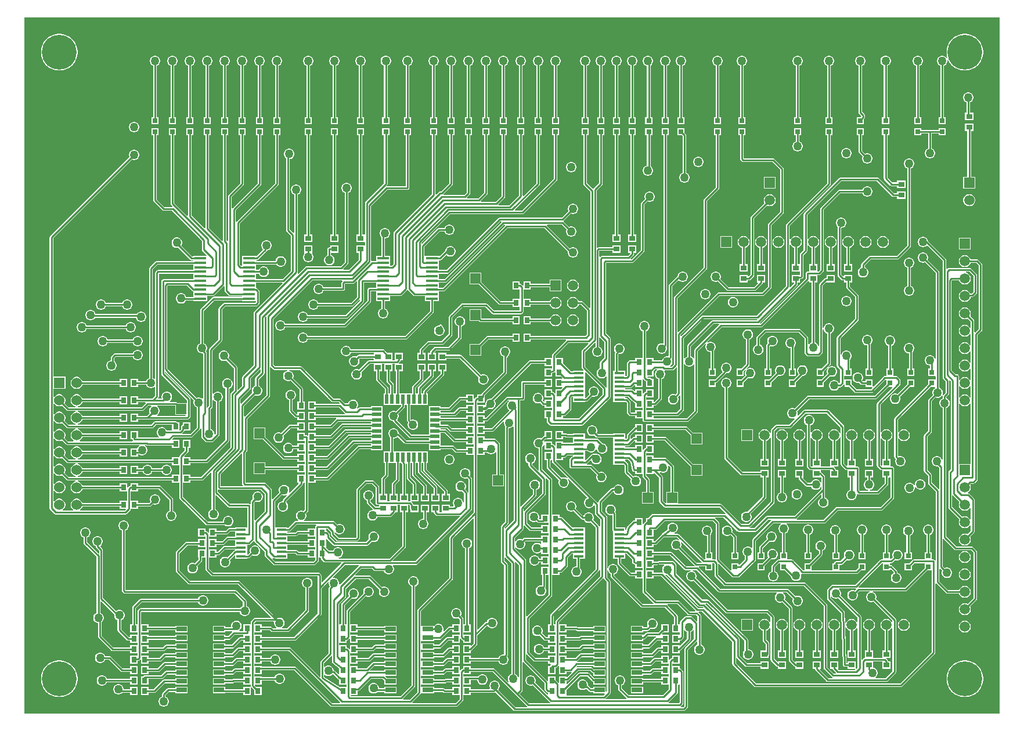
<source format=gtl>
G04*
G04 #@! TF.GenerationSoftware,Altium Limited,Altium Designer,22.3.1 (43)*
G04*
G04 Layer_Physical_Order=1*
G04 Layer_Color=255*
%FSLAX25Y25*%
%MOIN*%
G70*
G04*
G04 #@! TF.SameCoordinates,60FF7B14-72D9-4FEE-8752-AF75FF6C3092*
G04*
G04*
G04 #@! TF.FilePolarity,Positive*
G04*
G01*
G75*
%ADD11C,0.01000*%
%ADD15R,0.03150X0.03150*%
%ADD16R,0.03150X0.03740*%
%ADD17R,0.05807X0.01772*%
%ADD18R,0.03740X0.03150*%
%ADD19R,0.07087X0.01772*%
%ADD20R,0.02362X0.05807*%
%ADD21R,0.05807X0.02362*%
%ADD22R,0.06004X0.02559*%
%ADD38R,0.05906X0.05906*%
%ADD39C,0.05906*%
%ADD40R,0.05906X0.05906*%
%ADD41C,0.06000*%
%ADD42R,0.06000X0.06000*%
%ADD43C,0.20000*%
%ADD44C,0.05000*%
G36*
X560000D02*
X0D01*
Y400000D01*
X560000D01*
Y0D01*
D02*
G37*
%LPC*%
G36*
X540826Y390500D02*
X539174D01*
X537541Y390242D01*
X535969Y389731D01*
X534497Y388980D01*
X533160Y388009D01*
X531991Y386840D01*
X531020Y385503D01*
X530269Y384031D01*
X529759Y382459D01*
X529500Y380826D01*
Y379174D01*
X529759Y377541D01*
X529996Y376811D01*
X529536Y376607D01*
X529401Y376842D01*
X528842Y377401D01*
X528158Y377796D01*
X527395Y378000D01*
X526605D01*
X525842Y377796D01*
X525158Y377401D01*
X524599Y376842D01*
X524204Y376158D01*
X524000Y375395D01*
Y374605D01*
X524204Y373842D01*
X524599Y373158D01*
X525158Y372599D01*
X525842Y372204D01*
X525980Y372167D01*
Y342724D01*
X524925D01*
Y338575D01*
X529075D01*
Y342724D01*
X528020D01*
Y372167D01*
X528158Y372204D01*
X528842Y372599D01*
X529401Y373158D01*
X529796Y373842D01*
X530000Y374605D01*
Y375395D01*
X529999Y375398D01*
X530469Y375578D01*
X531020Y374497D01*
X531991Y373160D01*
X533160Y371991D01*
X534497Y371020D01*
X535969Y370269D01*
X537541Y369759D01*
X539174Y369500D01*
X540826D01*
X542459Y369759D01*
X544031Y370269D01*
X545503Y371020D01*
X546840Y371991D01*
X548009Y373160D01*
X548980Y374497D01*
X549731Y375969D01*
X550242Y377541D01*
X550500Y379174D01*
Y380826D01*
X550242Y382459D01*
X549731Y384031D01*
X548980Y385503D01*
X548009Y386840D01*
X546840Y388009D01*
X545503Y388980D01*
X544031Y389731D01*
X542459Y390242D01*
X540826Y390500D01*
D02*
G37*
G36*
X20826D02*
X19174D01*
X17541Y390242D01*
X15969Y389731D01*
X14497Y388980D01*
X13160Y388009D01*
X11991Y386840D01*
X11020Y385503D01*
X10269Y384031D01*
X9759Y382459D01*
X9500Y380826D01*
Y379174D01*
X9759Y377541D01*
X10269Y375969D01*
X11020Y374497D01*
X11991Y373160D01*
X13160Y371991D01*
X14497Y371020D01*
X15969Y370269D01*
X17541Y369759D01*
X19174Y369500D01*
X20826D01*
X22459Y369759D01*
X24031Y370269D01*
X25503Y371020D01*
X26840Y371991D01*
X28009Y373160D01*
X28980Y374497D01*
X29731Y375969D01*
X30242Y377541D01*
X30500Y379174D01*
Y380826D01*
X30242Y382459D01*
X29731Y384031D01*
X28980Y385503D01*
X28009Y386840D01*
X26840Y388009D01*
X25503Y388980D01*
X24031Y389731D01*
X22459Y390242D01*
X20826Y390500D01*
D02*
G37*
G36*
X542395Y357000D02*
X541605D01*
X540842Y356796D01*
X540158Y356401D01*
X539599Y355842D01*
X539204Y355158D01*
X539000Y354395D01*
Y353605D01*
X539204Y352842D01*
X539599Y352158D01*
X540158Y351599D01*
X540842Y351204D01*
X540980Y351167D01*
Y345224D01*
X540130D01*
Y341075D01*
X544870D01*
Y345224D01*
X543020D01*
Y351167D01*
X543158Y351204D01*
X543842Y351599D01*
X544401Y352158D01*
X544796Y352842D01*
X545000Y353605D01*
Y354395D01*
X544796Y355158D01*
X544401Y355842D01*
X543842Y356401D01*
X543158Y356796D01*
X542395Y357000D01*
D02*
G37*
G36*
X513395Y378000D02*
X512605D01*
X511842Y377796D01*
X511158Y377401D01*
X510599Y376842D01*
X510204Y376158D01*
X510000Y375395D01*
Y374605D01*
X510204Y373842D01*
X510599Y373158D01*
X511158Y372599D01*
X511842Y372204D01*
X511980Y372167D01*
Y342724D01*
X510925D01*
Y338575D01*
X515075D01*
Y342724D01*
X514020D01*
Y372167D01*
X514158Y372204D01*
X514842Y372599D01*
X515401Y373158D01*
X515796Y373842D01*
X516000Y374605D01*
Y375395D01*
X515796Y376158D01*
X515401Y376842D01*
X514842Y377401D01*
X514158Y377796D01*
X513395Y378000D01*
D02*
G37*
G36*
X494895D02*
X494105D01*
X493342Y377796D01*
X492658Y377401D01*
X492099Y376842D01*
X491704Y376158D01*
X491500Y375395D01*
Y374605D01*
X491704Y373842D01*
X492099Y373158D01*
X492658Y372599D01*
X493342Y372204D01*
X493480Y372167D01*
Y342724D01*
X492425D01*
Y338575D01*
X496575D01*
Y342724D01*
X495520D01*
Y372167D01*
X495658Y372204D01*
X496342Y372599D01*
X496901Y373158D01*
X497296Y373842D01*
X497500Y374605D01*
Y375395D01*
X497296Y376158D01*
X496901Y376842D01*
X496342Y377401D01*
X495658Y377796D01*
X494895Y378000D01*
D02*
G37*
G36*
X480395D02*
X479605D01*
X478842Y377796D01*
X478158Y377401D01*
X477599Y376842D01*
X477204Y376158D01*
X477000Y375395D01*
Y374605D01*
X477204Y373842D01*
X477599Y373158D01*
X478158Y372599D01*
X478842Y372204D01*
X478980Y372167D01*
Y345321D01*
X479058Y344931D01*
X479279Y344600D01*
X480480Y343399D01*
Y342951D01*
X480354Y342824D01*
X480287Y342724D01*
X477925D01*
Y338575D01*
X482075D01*
Y341626D01*
X482084Y341670D01*
X482221Y341807D01*
X482442Y342138D01*
X482520Y342528D01*
Y343821D01*
X482442Y344212D01*
X482221Y344542D01*
X481020Y345744D01*
Y372167D01*
X481158Y372204D01*
X481842Y372599D01*
X482401Y373158D01*
X482796Y373842D01*
X483000Y374605D01*
Y375395D01*
X482796Y376158D01*
X482401Y376842D01*
X481842Y377401D01*
X481158Y377796D01*
X480395Y378000D01*
D02*
G37*
G36*
X462395D02*
X461605D01*
X460842Y377796D01*
X460158Y377401D01*
X459599Y376842D01*
X459204Y376158D01*
X459000Y375395D01*
Y374605D01*
X459204Y373842D01*
X459599Y373158D01*
X460158Y372599D01*
X460842Y372204D01*
X460980Y372167D01*
Y342724D01*
X459925D01*
Y338575D01*
X464075D01*
Y342724D01*
X463020D01*
Y372167D01*
X463158Y372204D01*
X463842Y372599D01*
X464401Y373158D01*
X464796Y373842D01*
X465000Y374605D01*
Y375395D01*
X464796Y376158D01*
X464401Y376842D01*
X463842Y377401D01*
X463158Y377796D01*
X462395Y378000D01*
D02*
G37*
G36*
X444395D02*
X443605D01*
X442842Y377796D01*
X442158Y377401D01*
X441599Y376842D01*
X441204Y376158D01*
X441000Y375395D01*
Y374605D01*
X441204Y373842D01*
X441599Y373158D01*
X442158Y372599D01*
X442842Y372204D01*
X442980Y372167D01*
Y342724D01*
X441925D01*
Y338575D01*
X446075D01*
Y342724D01*
X445020D01*
Y372167D01*
X445158Y372204D01*
X445842Y372599D01*
X446401Y373158D01*
X446796Y373842D01*
X447000Y374605D01*
Y375395D01*
X446796Y376158D01*
X446401Y376842D01*
X445842Y377401D01*
X445158Y377796D01*
X444395Y378000D01*
D02*
G37*
G36*
X412395D02*
X411605D01*
X410842Y377796D01*
X410158Y377401D01*
X409599Y376842D01*
X409204Y376158D01*
X409000Y375395D01*
Y374605D01*
X409204Y373842D01*
X409599Y373158D01*
X410158Y372599D01*
X410842Y372204D01*
X410980Y372167D01*
Y342724D01*
X409925D01*
Y338575D01*
X414075D01*
Y342724D01*
X413020D01*
Y372167D01*
X413158Y372204D01*
X413842Y372599D01*
X414401Y373158D01*
X414796Y373842D01*
X415000Y374605D01*
Y375395D01*
X414796Y376158D01*
X414401Y376842D01*
X413842Y377401D01*
X413158Y377796D01*
X412395Y378000D01*
D02*
G37*
G36*
X398395D02*
X397605D01*
X396842Y377796D01*
X396158Y377401D01*
X395599Y376842D01*
X395204Y376158D01*
X395000Y375395D01*
Y374605D01*
X395204Y373842D01*
X395599Y373158D01*
X396158Y372599D01*
X396842Y372204D01*
X396980Y372167D01*
Y342724D01*
X395925D01*
Y338575D01*
X400075D01*
Y342724D01*
X399020D01*
Y372167D01*
X399158Y372204D01*
X399842Y372599D01*
X400401Y373158D01*
X400796Y373842D01*
X401000Y374605D01*
Y375395D01*
X400796Y376158D01*
X400401Y376842D01*
X399842Y377401D01*
X399158Y377796D01*
X398395Y378000D01*
D02*
G37*
G36*
X377395D02*
X376605D01*
X375842Y377796D01*
X375158Y377401D01*
X374599Y376842D01*
X374204Y376158D01*
X374000Y375395D01*
Y374605D01*
X374204Y373842D01*
X374599Y373158D01*
X375158Y372599D01*
X375842Y372204D01*
X375980Y372167D01*
Y342724D01*
X374925D01*
Y338575D01*
X379075D01*
Y342724D01*
X378020D01*
Y372167D01*
X378158Y372204D01*
X378842Y372599D01*
X379401Y373158D01*
X379796Y373842D01*
X380000Y374605D01*
Y375395D01*
X379796Y376158D01*
X379401Y376842D01*
X378842Y377401D01*
X378158Y377796D01*
X377395Y378000D01*
D02*
G37*
G36*
X368395D02*
X367605D01*
X366842Y377796D01*
X366158Y377401D01*
X365599Y376842D01*
X365204Y376158D01*
X365000Y375395D01*
Y374605D01*
X365204Y373842D01*
X365599Y373158D01*
X366158Y372599D01*
X366842Y372204D01*
X366980Y372167D01*
Y342724D01*
X365925D01*
Y338575D01*
X370075D01*
Y342724D01*
X369020D01*
Y372167D01*
X369158Y372204D01*
X369842Y372599D01*
X370401Y373158D01*
X370796Y373842D01*
X371000Y374605D01*
Y375395D01*
X370796Y376158D01*
X370401Y376842D01*
X369842Y377401D01*
X369158Y377796D01*
X368395Y378000D01*
D02*
G37*
G36*
X358395D02*
X357605D01*
X356842Y377796D01*
X356158Y377401D01*
X355599Y376842D01*
X355204Y376158D01*
X355000Y375395D01*
Y374605D01*
X355204Y373842D01*
X355599Y373158D01*
X356158Y372599D01*
X356842Y372204D01*
X357480Y372033D01*
Y342724D01*
X356425D01*
Y338575D01*
X360575D01*
Y342724D01*
X359520D01*
Y372413D01*
X359842Y372599D01*
X360401Y373158D01*
X360796Y373842D01*
X361000Y374605D01*
Y375395D01*
X360796Y376158D01*
X360401Y376842D01*
X359842Y377401D01*
X359158Y377796D01*
X358395Y378000D01*
D02*
G37*
G36*
X349395D02*
X348605D01*
X347842Y377796D01*
X347158Y377401D01*
X346599Y376842D01*
X346204Y376158D01*
X346000Y375395D01*
Y374605D01*
X346204Y373842D01*
X346599Y373158D01*
X347158Y372599D01*
X347842Y372204D01*
X347980Y372167D01*
Y342724D01*
X346925D01*
Y338575D01*
X351075D01*
Y342724D01*
X350020D01*
Y372167D01*
X350158Y372204D01*
X350842Y372599D01*
X351401Y373158D01*
X351796Y373842D01*
X352000Y374605D01*
Y375395D01*
X351796Y376158D01*
X351401Y376842D01*
X350842Y377401D01*
X350158Y377796D01*
X349395Y378000D01*
D02*
G37*
G36*
X340395D02*
X339605D01*
X338842Y377796D01*
X338158Y377401D01*
X337599Y376842D01*
X337204Y376158D01*
X337000Y375395D01*
Y374605D01*
X337204Y373842D01*
X337599Y373158D01*
X338158Y372599D01*
X338842Y372204D01*
X338980Y372167D01*
Y342724D01*
X337925D01*
Y338575D01*
X342075D01*
Y342724D01*
X341020D01*
Y372167D01*
X341158Y372204D01*
X341842Y372599D01*
X342401Y373158D01*
X342796Y373842D01*
X343000Y374605D01*
Y375395D01*
X342796Y376158D01*
X342401Y376842D01*
X341842Y377401D01*
X341158Y377796D01*
X340395Y378000D01*
D02*
G37*
G36*
X331395D02*
X330605D01*
X329842Y377796D01*
X329158Y377401D01*
X328599Y376842D01*
X328204Y376158D01*
X328000Y375395D01*
Y374605D01*
X328204Y373842D01*
X328599Y373158D01*
X329158Y372599D01*
X329842Y372204D01*
X329980Y372167D01*
Y342724D01*
X328925D01*
Y338575D01*
X333075D01*
Y342724D01*
X332020D01*
Y372167D01*
X332158Y372204D01*
X332842Y372599D01*
X333401Y373158D01*
X333796Y373842D01*
X334000Y374605D01*
Y375395D01*
X333796Y376158D01*
X333401Y376842D01*
X332842Y377401D01*
X332158Y377796D01*
X331395Y378000D01*
D02*
G37*
G36*
X322395D02*
X321605D01*
X320842Y377796D01*
X320158Y377401D01*
X319599Y376842D01*
X319204Y376158D01*
X319000Y375395D01*
Y374605D01*
X319204Y373842D01*
X319599Y373158D01*
X320158Y372599D01*
X320842Y372204D01*
X320980Y372167D01*
Y342724D01*
X319925D01*
Y338575D01*
X324075D01*
Y342724D01*
X323020D01*
Y372167D01*
X323158Y372204D01*
X323842Y372599D01*
X324401Y373158D01*
X324796Y373842D01*
X325000Y374605D01*
Y375395D01*
X324796Y376158D01*
X324401Y376842D01*
X323842Y377401D01*
X323158Y377796D01*
X322395Y378000D01*
D02*
G37*
G36*
X305395D02*
X304605D01*
X303842Y377796D01*
X303158Y377401D01*
X302599Y376842D01*
X302204Y376158D01*
X302000Y375395D01*
Y374605D01*
X302204Y373842D01*
X302599Y373158D01*
X303158Y372599D01*
X303842Y372204D01*
X303980Y372167D01*
Y342724D01*
X302925D01*
Y338575D01*
X307075D01*
Y342724D01*
X306020D01*
Y372167D01*
X306158Y372204D01*
X306842Y372599D01*
X307401Y373158D01*
X307796Y373842D01*
X308000Y374605D01*
Y375395D01*
X307796Y376158D01*
X307401Y376842D01*
X306842Y377401D01*
X306158Y377796D01*
X305395Y378000D01*
D02*
G37*
G36*
X295395D02*
X294605D01*
X293842Y377796D01*
X293158Y377401D01*
X292599Y376842D01*
X292204Y376158D01*
X292000Y375395D01*
Y374605D01*
X292204Y373842D01*
X292599Y373158D01*
X293158Y372599D01*
X293842Y372204D01*
X293980Y372167D01*
Y342724D01*
X292925D01*
Y338575D01*
X297075D01*
Y342724D01*
X296020D01*
Y372167D01*
X296158Y372204D01*
X296842Y372599D01*
X297401Y373158D01*
X297796Y373842D01*
X298000Y374605D01*
Y375395D01*
X297796Y376158D01*
X297401Y376842D01*
X296842Y377401D01*
X296158Y377796D01*
X295395Y378000D01*
D02*
G37*
G36*
X285395D02*
X284605D01*
X283842Y377796D01*
X283158Y377401D01*
X282599Y376842D01*
X282204Y376158D01*
X282000Y375395D01*
Y374605D01*
X282204Y373842D01*
X282599Y373158D01*
X283158Y372599D01*
X283842Y372204D01*
X283980Y372167D01*
Y342724D01*
X282925D01*
Y338575D01*
X287075D01*
Y342724D01*
X286020D01*
Y372167D01*
X286158Y372204D01*
X286842Y372599D01*
X287401Y373158D01*
X287796Y373842D01*
X288000Y374605D01*
Y375395D01*
X287796Y376158D01*
X287401Y376842D01*
X286842Y377401D01*
X286158Y377796D01*
X285395Y378000D01*
D02*
G37*
G36*
X275395D02*
X274605D01*
X273842Y377796D01*
X273158Y377401D01*
X272599Y376842D01*
X272204Y376158D01*
X272000Y375395D01*
Y374605D01*
X272204Y373842D01*
X272599Y373158D01*
X273158Y372599D01*
X273842Y372204D01*
X273980Y372167D01*
Y342724D01*
X272925D01*
Y338575D01*
X277075D01*
Y342724D01*
X276020D01*
Y372167D01*
X276158Y372204D01*
X276842Y372599D01*
X277401Y373158D01*
X277796Y373842D01*
X278000Y374605D01*
Y375395D01*
X277796Y376158D01*
X277401Y376842D01*
X276842Y377401D01*
X276158Y377796D01*
X275395Y378000D01*
D02*
G37*
G36*
X265395D02*
X264605D01*
X263842Y377796D01*
X263158Y377401D01*
X262599Y376842D01*
X262204Y376158D01*
X262000Y375395D01*
Y374605D01*
X262204Y373842D01*
X262599Y373158D01*
X263158Y372599D01*
X263842Y372204D01*
X263980Y372167D01*
Y342724D01*
X262925D01*
Y338575D01*
X267075D01*
Y342724D01*
X266020D01*
Y372167D01*
X266158Y372204D01*
X266842Y372599D01*
X267401Y373158D01*
X267796Y373842D01*
X268000Y374605D01*
Y375395D01*
X267796Y376158D01*
X267401Y376842D01*
X266842Y377401D01*
X266158Y377796D01*
X265395Y378000D01*
D02*
G37*
G36*
X255395D02*
X254605D01*
X253842Y377796D01*
X253158Y377401D01*
X252599Y376842D01*
X252204Y376158D01*
X252000Y375395D01*
Y374605D01*
X252204Y373842D01*
X252599Y373158D01*
X253158Y372599D01*
X253842Y372204D01*
X253980Y372167D01*
Y342724D01*
X252925D01*
Y338575D01*
X257075D01*
Y342724D01*
X256020D01*
Y372167D01*
X256158Y372204D01*
X256842Y372599D01*
X257401Y373158D01*
X257796Y373842D01*
X258000Y374605D01*
Y375395D01*
X257796Y376158D01*
X257401Y376842D01*
X256842Y377401D01*
X256158Y377796D01*
X255395Y378000D01*
D02*
G37*
G36*
X245395D02*
X244605D01*
X243842Y377796D01*
X243158Y377401D01*
X242599Y376842D01*
X242204Y376158D01*
X242000Y375395D01*
Y374605D01*
X242204Y373842D01*
X242599Y373158D01*
X243158Y372599D01*
X243842Y372204D01*
X243980Y372167D01*
Y342724D01*
X242925D01*
Y338575D01*
X247075D01*
Y342724D01*
X246020D01*
Y372167D01*
X246158Y372204D01*
X246842Y372599D01*
X247401Y373158D01*
X247796Y373842D01*
X248000Y374605D01*
Y375395D01*
X247796Y376158D01*
X247401Y376842D01*
X246842Y377401D01*
X246158Y377796D01*
X245395Y378000D01*
D02*
G37*
G36*
X235395D02*
X234605D01*
X233842Y377796D01*
X233158Y377401D01*
X232599Y376842D01*
X232204Y376158D01*
X232000Y375395D01*
Y374605D01*
X232204Y373842D01*
X232599Y373158D01*
X233158Y372599D01*
X233842Y372204D01*
X233980Y372167D01*
Y342724D01*
X232925D01*
Y338575D01*
X237075D01*
Y342724D01*
X236020D01*
Y372167D01*
X236158Y372204D01*
X236842Y372599D01*
X237401Y373158D01*
X237796Y373842D01*
X238000Y374605D01*
Y375395D01*
X237796Y376158D01*
X237401Y376842D01*
X236842Y377401D01*
X236158Y377796D01*
X235395Y378000D01*
D02*
G37*
G36*
X220395D02*
X219605D01*
X218842Y377796D01*
X218158Y377401D01*
X217599Y376842D01*
X217204Y376158D01*
X217000Y375395D01*
Y374605D01*
X217204Y373842D01*
X217599Y373158D01*
X218158Y372599D01*
X218842Y372204D01*
X218980Y372167D01*
Y342724D01*
X217925D01*
Y338575D01*
X222075D01*
Y342724D01*
X221020D01*
Y372167D01*
X221158Y372204D01*
X221842Y372599D01*
X222401Y373158D01*
X222796Y373842D01*
X223000Y374605D01*
Y375395D01*
X222796Y376158D01*
X222401Y376842D01*
X221842Y377401D01*
X221158Y377796D01*
X220395Y378000D01*
D02*
G37*
G36*
X207895D02*
X207105D01*
X206342Y377796D01*
X205658Y377401D01*
X205099Y376842D01*
X204704Y376158D01*
X204500Y375395D01*
Y374605D01*
X204704Y373842D01*
X205099Y373158D01*
X205658Y372599D01*
X206342Y372204D01*
X206480Y372167D01*
Y342724D01*
X205425D01*
Y338575D01*
X209575D01*
Y342724D01*
X208520D01*
Y372167D01*
X208658Y372204D01*
X209342Y372599D01*
X209901Y373158D01*
X210296Y373842D01*
X210500Y374605D01*
Y375395D01*
X210296Y376158D01*
X209901Y376842D01*
X209342Y377401D01*
X208658Y377796D01*
X207895Y378000D01*
D02*
G37*
G36*
X193395D02*
X192605D01*
X191842Y377796D01*
X191158Y377401D01*
X190599Y376842D01*
X190204Y376158D01*
X190000Y375395D01*
Y374605D01*
X190204Y373842D01*
X190599Y373158D01*
X191158Y372599D01*
X191842Y372204D01*
X191980Y372167D01*
Y342724D01*
X190925D01*
Y338575D01*
X195075D01*
Y342724D01*
X194020D01*
Y372167D01*
X194158Y372204D01*
X194842Y372599D01*
X195401Y373158D01*
X195796Y373842D01*
X196000Y374605D01*
Y375395D01*
X195796Y376158D01*
X195401Y376842D01*
X194842Y377401D01*
X194158Y377796D01*
X193395Y378000D01*
D02*
G37*
G36*
X178395D02*
X177605D01*
X176842Y377796D01*
X176158Y377401D01*
X175599Y376842D01*
X175204Y376158D01*
X175000Y375395D01*
Y374605D01*
X175204Y373842D01*
X175599Y373158D01*
X176158Y372599D01*
X176842Y372204D01*
X176980Y372167D01*
Y342724D01*
X175925D01*
Y338575D01*
X180075D01*
Y342724D01*
X179020D01*
Y372167D01*
X179158Y372204D01*
X179842Y372599D01*
X180401Y373158D01*
X180796Y373842D01*
X181000Y374605D01*
Y375395D01*
X180796Y376158D01*
X180401Y376842D01*
X179842Y377401D01*
X179158Y377796D01*
X178395Y378000D01*
D02*
G37*
G36*
X163395D02*
X162605D01*
X161842Y377796D01*
X161158Y377401D01*
X160599Y376842D01*
X160204Y376158D01*
X160000Y375395D01*
Y374605D01*
X160204Y373842D01*
X160599Y373158D01*
X161158Y372599D01*
X161842Y372204D01*
X161980Y372167D01*
Y342724D01*
X160925D01*
Y338575D01*
X165075D01*
Y342724D01*
X164020D01*
Y372167D01*
X164158Y372204D01*
X164842Y372599D01*
X165401Y373158D01*
X165796Y373842D01*
X166000Y374605D01*
Y375395D01*
X165796Y376158D01*
X165401Y376842D01*
X164842Y377401D01*
X164158Y377796D01*
X163395Y378000D01*
D02*
G37*
G36*
X145395D02*
X144605D01*
X143842Y377796D01*
X143158Y377401D01*
X142599Y376842D01*
X142204Y376158D01*
X142000Y375395D01*
Y374605D01*
X142204Y373842D01*
X142599Y373158D01*
X143158Y372599D01*
X143842Y372204D01*
X143980Y372167D01*
Y342724D01*
X142925D01*
Y338575D01*
X147075D01*
Y342724D01*
X146020D01*
Y372167D01*
X146158Y372204D01*
X146842Y372599D01*
X147401Y373158D01*
X147796Y373842D01*
X148000Y374605D01*
Y375395D01*
X147796Y376158D01*
X147401Y376842D01*
X146842Y377401D01*
X146158Y377796D01*
X145395Y378000D01*
D02*
G37*
G36*
X135395D02*
X134605D01*
X133842Y377796D01*
X133158Y377401D01*
X132599Y376842D01*
X132204Y376158D01*
X132000Y375395D01*
Y374605D01*
X132204Y373842D01*
X132599Y373158D01*
X133158Y372599D01*
X133842Y372204D01*
X133980Y372167D01*
Y342724D01*
X132925D01*
Y338575D01*
X137075D01*
Y342724D01*
X136020D01*
Y372167D01*
X136158Y372204D01*
X136842Y372599D01*
X137401Y373158D01*
X137796Y373842D01*
X138000Y374605D01*
Y375395D01*
X137796Y376158D01*
X137401Y376842D01*
X136842Y377401D01*
X136158Y377796D01*
X135395Y378000D01*
D02*
G37*
G36*
X125395D02*
X124605D01*
X123842Y377796D01*
X123158Y377401D01*
X122599Y376842D01*
X122204Y376158D01*
X122000Y375395D01*
Y374605D01*
X122204Y373842D01*
X122599Y373158D01*
X123158Y372599D01*
X123842Y372204D01*
X123980Y372167D01*
Y343150D01*
X123980Y343150D01*
Y342724D01*
X122925D01*
Y338575D01*
X127075D01*
Y342724D01*
X126250D01*
X126020Y343150D01*
Y372167D01*
X126158Y372204D01*
X126842Y372599D01*
X127401Y373158D01*
X127796Y373842D01*
X128000Y374605D01*
Y375395D01*
X127796Y376158D01*
X127401Y376842D01*
X126842Y377401D01*
X126158Y377796D01*
X125395Y378000D01*
D02*
G37*
G36*
X115395D02*
X114605D01*
X113842Y377796D01*
X113158Y377401D01*
X112599Y376842D01*
X112204Y376158D01*
X112000Y375395D01*
Y374605D01*
X112204Y373842D01*
X112599Y373158D01*
X113158Y372599D01*
X113842Y372204D01*
X113980Y372167D01*
Y342724D01*
X112925D01*
Y338575D01*
X117075D01*
Y342724D01*
X116020D01*
Y372167D01*
X116158Y372204D01*
X116842Y372599D01*
X117401Y373158D01*
X117796Y373842D01*
X118000Y374605D01*
Y375395D01*
X117796Y376158D01*
X117401Y376842D01*
X116842Y377401D01*
X116158Y377796D01*
X115395Y378000D01*
D02*
G37*
G36*
X105395D02*
X104605D01*
X103842Y377796D01*
X103158Y377401D01*
X102599Y376842D01*
X102204Y376158D01*
X102000Y375395D01*
Y374605D01*
X102204Y373842D01*
X102599Y373158D01*
X103158Y372599D01*
X103842Y372204D01*
X103980Y372167D01*
Y342724D01*
X102925D01*
Y338575D01*
X107075D01*
Y342724D01*
X106020D01*
Y372167D01*
X106158Y372204D01*
X106842Y372599D01*
X107401Y373158D01*
X107796Y373842D01*
X108000Y374605D01*
Y375395D01*
X107796Y376158D01*
X107401Y376842D01*
X106842Y377401D01*
X106158Y377796D01*
X105395Y378000D01*
D02*
G37*
G36*
X95395D02*
X94605D01*
X93842Y377796D01*
X93158Y377401D01*
X92599Y376842D01*
X92204Y376158D01*
X92000Y375395D01*
Y374605D01*
X92204Y373842D01*
X92599Y373158D01*
X93158Y372599D01*
X93842Y372204D01*
X93980Y372167D01*
Y342724D01*
X92925D01*
Y338575D01*
X97075D01*
Y342724D01*
X96020D01*
Y372167D01*
X96158Y372204D01*
X96842Y372599D01*
X97401Y373158D01*
X97796Y373842D01*
X98000Y374605D01*
Y375395D01*
X97796Y376158D01*
X97401Y376842D01*
X96842Y377401D01*
X96158Y377796D01*
X95395Y378000D01*
D02*
G37*
G36*
X85395D02*
X84605D01*
X83842Y377796D01*
X83158Y377401D01*
X82599Y376842D01*
X82204Y376158D01*
X82000Y375395D01*
Y374605D01*
X82204Y373842D01*
X82599Y373158D01*
X83158Y372599D01*
X83842Y372204D01*
X83980Y372167D01*
Y342724D01*
X82925D01*
Y338575D01*
X87075D01*
Y342724D01*
X86020D01*
Y372167D01*
X86158Y372204D01*
X86842Y372599D01*
X87401Y373158D01*
X87796Y373842D01*
X88000Y374605D01*
Y375395D01*
X87796Y376158D01*
X87401Y376842D01*
X86842Y377401D01*
X86158Y377796D01*
X85395Y378000D01*
D02*
G37*
G36*
X75395D02*
X74605D01*
X73842Y377796D01*
X73158Y377401D01*
X72599Y376842D01*
X72204Y376158D01*
X72000Y375395D01*
Y374605D01*
X72204Y373842D01*
X72599Y373158D01*
X73158Y372599D01*
X73842Y372204D01*
X73980Y372167D01*
Y342724D01*
X72925D01*
Y338575D01*
X77075D01*
Y342724D01*
X76020D01*
Y372167D01*
X76158Y372204D01*
X76842Y372599D01*
X77401Y373158D01*
X77796Y373842D01*
X78000Y374605D01*
Y375395D01*
X77796Y376158D01*
X77401Y376842D01*
X76842Y377401D01*
X76158Y377796D01*
X75395Y378000D01*
D02*
G37*
G36*
X529075Y336425D02*
X524925D01*
Y335370D01*
X515075D01*
Y336425D01*
X510925D01*
Y332276D01*
X515075D01*
Y333331D01*
X518980D01*
Y324833D01*
X518842Y324796D01*
X518158Y324401D01*
X517599Y323842D01*
X517204Y323158D01*
X517000Y322395D01*
Y321605D01*
X517204Y320842D01*
X517599Y320158D01*
X518158Y319599D01*
X518842Y319204D01*
X519605Y319000D01*
X520395D01*
X521158Y319204D01*
X521842Y319599D01*
X522401Y320158D01*
X522796Y320842D01*
X523000Y321605D01*
Y322395D01*
X522796Y323158D01*
X522401Y323842D01*
X521842Y324401D01*
X521158Y324796D01*
X521020Y324833D01*
Y333331D01*
X524925D01*
Y332276D01*
X529075D01*
Y336425D01*
D02*
G37*
G36*
X63395Y340000D02*
X62605D01*
X61842Y339796D01*
X61158Y339401D01*
X60599Y338842D01*
X60204Y338158D01*
X60000Y337395D01*
Y336605D01*
X60204Y335842D01*
X60599Y335158D01*
X61158Y334599D01*
X61842Y334204D01*
X62605Y334000D01*
X63395D01*
X64158Y334204D01*
X64842Y334599D01*
X65401Y335158D01*
X65796Y335842D01*
X66000Y336605D01*
Y337395D01*
X65796Y338158D01*
X65401Y338842D01*
X64842Y339401D01*
X64158Y339796D01*
X63395Y340000D01*
D02*
G37*
G36*
X446075Y336425D02*
X441925D01*
Y332276D01*
X442980D01*
Y328833D01*
X442842Y328796D01*
X442158Y328401D01*
X441599Y327842D01*
X441204Y327158D01*
X441000Y326395D01*
Y325605D01*
X441204Y324842D01*
X441599Y324158D01*
X442158Y323599D01*
X442842Y323204D01*
X443605Y323000D01*
X444395D01*
X445158Y323204D01*
X445842Y323599D01*
X446401Y324158D01*
X446796Y324842D01*
X447000Y325605D01*
Y326395D01*
X446796Y327158D01*
X446401Y327842D01*
X445842Y328401D01*
X445158Y328796D01*
X445020Y328833D01*
Y332276D01*
X446075D01*
Y336425D01*
D02*
G37*
G36*
X472395Y325000D02*
X471605D01*
X470842Y324796D01*
X470158Y324401D01*
X469599Y323842D01*
X469204Y323158D01*
X469000Y322395D01*
Y321605D01*
X469204Y320842D01*
X469599Y320158D01*
X470158Y319599D01*
X470842Y319204D01*
X471605Y319000D01*
X472395D01*
X473158Y319204D01*
X473842Y319599D01*
X474401Y320158D01*
X474796Y320842D01*
X475000Y321605D01*
Y322395D01*
X474796Y323158D01*
X474401Y323842D01*
X473842Y324401D01*
X473158Y324796D01*
X472395Y325000D01*
D02*
G37*
G36*
X482075Y336425D02*
X477925D01*
Y332276D01*
X478980D01*
Y323000D01*
X479058Y322610D01*
X479279Y322279D01*
X481276Y320282D01*
X481204Y320158D01*
X481000Y319395D01*
Y318605D01*
X481204Y317842D01*
X481599Y317158D01*
X482158Y316599D01*
X482842Y316204D01*
X483605Y316000D01*
X484395D01*
X485158Y316204D01*
X485842Y316599D01*
X486401Y317158D01*
X486796Y317842D01*
X487000Y318605D01*
Y319395D01*
X486796Y320158D01*
X486401Y320842D01*
X485842Y321401D01*
X485158Y321796D01*
X484395Y322000D01*
X483605D01*
X482842Y321796D01*
X482718Y321724D01*
X481020Y323422D01*
Y332276D01*
X482075D01*
Y336425D01*
D02*
G37*
G36*
X387395Y320000D02*
X386605D01*
X385842Y319796D01*
X385158Y319401D01*
X384599Y318842D01*
X384204Y318158D01*
X384000Y317395D01*
Y316605D01*
X384204Y315842D01*
X384599Y315158D01*
X385158Y314599D01*
X385842Y314204D01*
X386605Y314000D01*
X387395D01*
X388158Y314204D01*
X388842Y314599D01*
X389401Y315158D01*
X389796Y315842D01*
X390000Y316605D01*
Y317395D01*
X389796Y318158D01*
X389401Y318842D01*
X388842Y319401D01*
X388158Y319796D01*
X387395Y320000D01*
D02*
G37*
G36*
X314395Y317000D02*
X313605D01*
X312842Y316796D01*
X312158Y316401D01*
X311599Y315842D01*
X311204Y315158D01*
X311000Y314395D01*
Y313605D01*
X311204Y312842D01*
X311599Y312158D01*
X312158Y311599D01*
X312842Y311204D01*
X313605Y311000D01*
X314395D01*
X315158Y311204D01*
X315842Y311599D01*
X316401Y312158D01*
X316796Y312842D01*
X317000Y313605D01*
Y314395D01*
X316796Y315158D01*
X316401Y315842D01*
X315842Y316401D01*
X315158Y316796D01*
X314395Y317000D01*
D02*
G37*
G36*
X360575Y336425D02*
X356425D01*
Y332276D01*
X357480D01*
Y314967D01*
X356842Y314796D01*
X356158Y314401D01*
X355599Y313842D01*
X355204Y313158D01*
X355000Y312395D01*
Y311605D01*
X355204Y310842D01*
X355599Y310158D01*
X356158Y309599D01*
X356842Y309204D01*
X357605Y309000D01*
X358395D01*
X359158Y309204D01*
X359842Y309599D01*
X360401Y310158D01*
X360796Y310842D01*
X361000Y311605D01*
Y312395D01*
X360796Y313158D01*
X360401Y313842D01*
X359842Y314401D01*
X359520Y314587D01*
Y332276D01*
X360575D01*
Y336425D01*
D02*
G37*
G36*
X379075D02*
X374925D01*
Y332276D01*
X377633D01*
X377980Y331928D01*
Y310833D01*
X377842Y310796D01*
X377158Y310401D01*
X376599Y309842D01*
X376204Y309158D01*
X376000Y308395D01*
Y307605D01*
X376204Y306842D01*
X376599Y306158D01*
X377158Y305599D01*
X377842Y305204D01*
X378605Y305000D01*
X379395D01*
X380158Y305204D01*
X380842Y305599D01*
X381401Y306158D01*
X381796Y306842D01*
X382000Y307605D01*
Y308395D01*
X381796Y309158D01*
X381401Y309842D01*
X380842Y310401D01*
X380158Y310796D01*
X380020Y310833D01*
Y332350D01*
X379942Y332741D01*
X379721Y333071D01*
X379075Y333717D01*
Y336425D01*
D02*
G37*
G36*
X496575D02*
X492425D01*
Y332276D01*
X493480D01*
Y307500D01*
X493558Y307110D01*
X493779Y306779D01*
X497129Y303429D01*
X497460Y303208D01*
X497850Y303130D01*
X501130D01*
Y302075D01*
X505870D01*
Y306224D01*
X501130D01*
Y305169D01*
X498273D01*
X495520Y307922D01*
Y332276D01*
X496575D01*
Y336425D01*
D02*
G37*
G36*
X333075D02*
X328925D01*
Y332276D01*
X329980D01*
Y304773D01*
X326779Y301571D01*
X326195Y301597D01*
X323020Y304773D01*
Y332276D01*
X324075D01*
Y336425D01*
X319925D01*
Y332276D01*
X320980D01*
Y304350D01*
X321058Y303960D01*
X321279Y303629D01*
X324980Y299928D01*
Y233169D01*
X324480Y232962D01*
X320721Y236721D01*
X320390Y236942D01*
X320000Y237020D01*
X318301D01*
X318217Y237333D01*
X317763Y238120D01*
X317120Y238763D01*
X316333Y239217D01*
X315455Y239453D01*
X314545D01*
X313667Y239217D01*
X312880Y238763D01*
X312237Y238120D01*
X311783Y237333D01*
X311547Y236455D01*
Y235545D01*
X311783Y234667D01*
X312237Y233880D01*
X312880Y233237D01*
X313667Y232783D01*
X314545Y232547D01*
X315455D01*
X316333Y232783D01*
X317120Y233237D01*
X317763Y233880D01*
X318217Y234667D01*
X318301Y234980D01*
X319578D01*
X322980Y231578D01*
Y217922D01*
X322078Y217020D01*
X290724D01*
Y218370D01*
X286575D01*
Y213630D01*
X290724D01*
Y214980D01*
X310831D01*
X311038Y214480D01*
X303279Y206721D01*
X303058Y206390D01*
X302980Y206000D01*
Y204847D01*
X302925Y204370D01*
X302480Y204370D01*
X298776D01*
Y203020D01*
X290444D01*
X290054Y202942D01*
X289723Y202721D01*
X267952Y180950D01*
X267255D01*
X266492Y180746D01*
X265808Y180351D01*
X265249Y179792D01*
X264854Y179108D01*
X264650Y178345D01*
Y177612D01*
X264634Y177588D01*
X264224Y177370D01*
X264147Y177370D01*
X260075Y177370D01*
X260020Y177847D01*
Y178153D01*
X260075Y178630D01*
X264224D01*
Y181976D01*
X264244Y182075D01*
Y182802D01*
X276721Y195279D01*
X276942Y195610D01*
X277020Y196000D01*
Y204743D01*
X277172Y204773D01*
X277502Y204994D01*
X277724Y205325D01*
X277770Y205558D01*
X277842Y205599D01*
X278401Y206158D01*
X278796Y206842D01*
X279000Y207605D01*
Y208395D01*
X278796Y209158D01*
X278401Y209842D01*
X277842Y210401D01*
X277158Y210796D01*
X276395Y211000D01*
X275605D01*
X274842Y210796D01*
X274158Y210401D01*
X273599Y209842D01*
X273204Y209158D01*
X273000Y208395D01*
Y207605D01*
X273204Y206842D01*
X273599Y206158D01*
X274158Y205599D01*
X274842Y205204D01*
X274980Y205167D01*
Y196422D01*
X262504Y183945D01*
X262282Y183615D01*
X262234Y183370D01*
X260075D01*
Y182020D01*
X260000D01*
X259610Y181942D01*
X259279Y181721D01*
X258425Y180867D01*
X257925Y181074D01*
Y183370D01*
X253776D01*
Y182020D01*
X250000D01*
X249610Y181942D01*
X249279Y181721D01*
X243601Y176043D01*
X239089D01*
Y176705D01*
X232281D01*
Y173343D01*
Y170193D01*
Y167043D01*
Y163894D01*
Y160295D01*
X222147D01*
X213842Y168600D01*
X214401Y169158D01*
X214796Y169842D01*
X215000Y170605D01*
Y171395D01*
X214796Y172158D01*
X214724Y172282D01*
X218146Y175704D01*
X218367Y176035D01*
X218445Y176425D01*
Y177281D01*
X219555D01*
Y168575D01*
X219633Y168185D01*
X219854Y167854D01*
X220394Y167314D01*
X220304Y167158D01*
X220100Y166395D01*
Y165605D01*
X220304Y164842D01*
X220699Y164158D01*
X221258Y163599D01*
X221942Y163204D01*
X222705Y163000D01*
X223495D01*
X224258Y163204D01*
X224942Y163599D01*
X225501Y164158D01*
X225896Y164842D01*
X226100Y165605D01*
Y166395D01*
X225896Y167158D01*
X225501Y167842D01*
X224942Y168401D01*
X224258Y168796D01*
X223495Y169000D01*
X222705D01*
X222020Y168816D01*
X221746Y169006D01*
X221594Y169168D01*
Y177281D01*
X231705D01*
Y184089D01*
X231043D01*
Y184601D01*
X240721Y194279D01*
X240942Y194610D01*
X241020Y195000D01*
Y196776D01*
X242370D01*
Y200925D01*
X237630D01*
Y196776D01*
X238980D01*
Y195422D01*
X229303Y185745D01*
X229082Y185414D01*
X229004Y185024D01*
Y184089D01*
X227894D01*
Y186452D01*
X234721Y193279D01*
X234942Y193610D01*
X235020Y194000D01*
Y196776D01*
X236370D01*
Y200925D01*
X231630D01*
Y196776D01*
X232980D01*
Y194422D01*
X226153Y187595D01*
X225932Y187264D01*
X225854Y186874D01*
Y184089D01*
X224744D01*
Y187302D01*
X228721Y191279D01*
X228942Y191610D01*
X229020Y192000D01*
Y196776D01*
X230370D01*
Y200925D01*
X225630D01*
Y196776D01*
X226980D01*
Y192422D01*
X223003Y188445D01*
X222782Y188115D01*
X222705Y187724D01*
Y184089D01*
X215295D01*
Y196776D01*
X217370D01*
Y200925D01*
X215074D01*
X214867Y201425D01*
X215721Y202279D01*
X215942Y202610D01*
X216020Y203000D01*
Y203075D01*
X217370D01*
Y207224D01*
X212630D01*
Y203075D01*
X212153Y203020D01*
X211847D01*
X211370Y203075D01*
X211370Y203520D01*
Y207224D01*
X208367D01*
X206571Y209021D01*
X206240Y209242D01*
X205850Y209320D01*
X187533D01*
X187496Y209458D01*
X187101Y210142D01*
X186542Y210701D01*
X185858Y211096D01*
X185095Y211300D01*
X184305D01*
X183542Y211096D01*
X182858Y210701D01*
X182299Y210142D01*
X181904Y209458D01*
X181700Y208695D01*
Y207905D01*
X181904Y207142D01*
X182299Y206458D01*
X182858Y205899D01*
X183542Y205504D01*
X184305Y205300D01*
X185095D01*
X185858Y205504D01*
X186542Y205899D01*
X187101Y206458D01*
X187496Y207142D01*
X187533Y207280D01*
X200153D01*
X200630Y207224D01*
X200630Y206523D01*
X200276Y206169D01*
X192150D01*
X191759Y206092D01*
X191429Y205871D01*
X190682Y205124D01*
X190558Y205196D01*
X189795Y205400D01*
X189005D01*
X188242Y205196D01*
X187558Y204801D01*
X186999Y204242D01*
X186604Y203558D01*
X186400Y202795D01*
Y202005D01*
X186604Y201242D01*
X186999Y200558D01*
X187558Y199999D01*
X188242Y199604D01*
X189005Y199400D01*
X189795D01*
X190558Y199604D01*
X191242Y199999D01*
X191801Y200558D01*
X192196Y201242D01*
X192400Y202005D01*
Y202795D01*
X192196Y203558D01*
X192124Y203682D01*
X192572Y204130D01*
X200276D01*
X200630Y203776D01*
X200630Y203075D01*
X200153Y203020D01*
X197900D01*
X197510Y202942D01*
X197179Y202721D01*
X192082Y197624D01*
X191958Y197696D01*
X191195Y197900D01*
X190405D01*
X189642Y197696D01*
X188958Y197301D01*
X188399Y196742D01*
X188004Y196058D01*
X187800Y195295D01*
Y194505D01*
X188004Y193742D01*
X188399Y193058D01*
X188958Y192499D01*
X189642Y192104D01*
X190405Y191900D01*
X191195D01*
X191958Y192104D01*
X192642Y192499D01*
X193201Y193058D01*
X193596Y193742D01*
X193800Y194505D01*
Y195295D01*
X193596Y196058D01*
X193524Y196182D01*
X198322Y200980D01*
X200153D01*
X200630Y200925D01*
X200630Y200480D01*
Y196776D01*
X201980D01*
Y192000D01*
X202058Y191610D01*
X202279Y191279D01*
X206957Y186601D01*
Y184089D01*
X206295D01*
Y177281D01*
X216246D01*
X216339Y176781D01*
X213282Y173724D01*
X213158Y173796D01*
X212395Y174000D01*
X211605D01*
X210842Y173796D01*
X210158Y173401D01*
X209599Y172842D01*
X209204Y172158D01*
X209000Y171395D01*
Y170605D01*
X209204Y169842D01*
X209599Y169158D01*
X210158Y168599D01*
X210842Y168204D01*
X211605Y168000D01*
X211792D01*
X211823Y167844D01*
X212044Y167514D01*
X221003Y158555D01*
X221334Y158334D01*
X221724Y158256D01*
X232281D01*
Y157146D01*
X219296D01*
X215486Y160956D01*
X215156Y161177D01*
X215000Y161208D01*
Y161395D01*
X214796Y162158D01*
X214401Y162842D01*
X213842Y163401D01*
X213158Y163796D01*
X212395Y164000D01*
X211605D01*
X210842Y163796D01*
X210158Y163401D01*
X209599Y162842D01*
X209204Y162158D01*
X209000Y161395D01*
Y160605D01*
X209204Y159842D01*
X209599Y159158D01*
X210106Y158651D01*
Y150718D01*
X206295D01*
Y143912D01*
X206957D01*
Y137399D01*
X205279Y135721D01*
X205058Y135390D01*
X204980Y135000D01*
Y126578D01*
X204627Y126224D01*
X203630Y126224D01*
X203620Y126720D01*
Y130300D01*
X203542Y130690D01*
X203321Y131021D01*
X200721Y133621D01*
X200390Y133842D01*
X200000Y133920D01*
X196000D01*
X195610Y133842D01*
X195279Y133621D01*
X190879Y129221D01*
X190658Y128890D01*
X190580Y128500D01*
Y101422D01*
X190278Y101120D01*
X180422D01*
X178041Y103501D01*
Y104025D01*
X178541Y104159D01*
X178541Y104158D01*
X179100Y103599D01*
X179784Y103204D01*
X180547Y103000D01*
X181337D01*
X182100Y103204D01*
X182784Y103599D01*
X183342Y104158D01*
X183737Y104842D01*
X183942Y105605D01*
Y106395D01*
X183737Y107158D01*
X183342Y107842D01*
X182784Y108401D01*
X182100Y108796D01*
X181337Y109000D01*
X180547D01*
X179784Y108796D01*
X179660Y108724D01*
X177986Y110398D01*
X177655Y110619D01*
X177265Y110697D01*
X160698D01*
X160564Y111197D01*
X160742Y111299D01*
X161301Y111858D01*
X161696Y112542D01*
X161900Y113305D01*
Y114095D01*
X161696Y114858D01*
X161624Y114982D01*
X162721Y116079D01*
X162942Y116410D01*
X163020Y116800D01*
Y132153D01*
X163075Y132630D01*
X163520Y132630D01*
X167224D01*
Y133980D01*
X174000D01*
X174390Y134058D01*
X174721Y134279D01*
X192399Y151957D01*
X198911D01*
Y151295D01*
X205718D01*
Y154445D01*
Y157595D01*
Y160744D01*
Y163894D01*
Y167043D01*
Y170193D01*
Y173343D01*
Y176705D01*
X198911D01*
Y176043D01*
X192693D01*
X192303Y175966D01*
X191972Y175745D01*
X191470Y175242D01*
X191101Y175558D01*
X191496Y176242D01*
X191700Y177005D01*
Y177795D01*
X191496Y178558D01*
X191101Y179242D01*
X190542Y179801D01*
X189858Y180196D01*
X189095Y180400D01*
X188305D01*
X187542Y180196D01*
X186858Y179801D01*
X186299Y179242D01*
X185904Y178558D01*
X185867Y178420D01*
X184031D01*
X181730Y180721D01*
X181399Y180942D01*
X181009Y181020D01*
X177422D01*
X159221Y199221D01*
X158890Y199442D01*
X158500Y199520D01*
X143922D01*
X143020Y200422D01*
Y226578D01*
X165422Y248980D01*
X182417D01*
X182624Y248480D01*
X182279Y248135D01*
X182058Y247804D01*
X181980Y247414D01*
Y245020D01*
X171833D01*
X171796Y245158D01*
X171401Y245842D01*
X170842Y246401D01*
X170158Y246796D01*
X169395Y247000D01*
X168605D01*
X167842Y246796D01*
X167158Y246401D01*
X166599Y245842D01*
X166204Y245158D01*
X166000Y244395D01*
Y243605D01*
X166204Y242842D01*
X166599Y242158D01*
X167158Y241599D01*
X167842Y241204D01*
X168605Y241000D01*
X169395D01*
X170158Y241204D01*
X170842Y241599D01*
X171401Y242158D01*
X171796Y242842D01*
X171833Y242980D01*
X183000D01*
X183390Y243058D01*
X183721Y243279D01*
X183942Y243610D01*
X184020Y244000D01*
Y246980D01*
X188600D01*
X188990Y247058D01*
X189321Y247279D01*
X190518Y248477D01*
X190980Y248285D01*
Y239422D01*
X187578Y236020D01*
X168833D01*
X168796Y236158D01*
X168401Y236842D01*
X167842Y237401D01*
X167158Y237796D01*
X166395Y238000D01*
X165605D01*
X164842Y237796D01*
X164158Y237401D01*
X163599Y236842D01*
X163204Y236158D01*
X163000Y235395D01*
Y234605D01*
X163204Y233842D01*
X163599Y233158D01*
X164158Y232599D01*
X164842Y232204D01*
X165605Y232000D01*
X166395D01*
X167158Y232204D01*
X167842Y232599D01*
X168401Y233158D01*
X168796Y233842D01*
X168833Y233980D01*
X188000D01*
X188390Y234058D01*
X188721Y234279D01*
X192260Y237818D01*
X192721Y237637D01*
X192769Y237211D01*
X184578Y229020D01*
X162833D01*
X162796Y229158D01*
X162401Y229842D01*
X161842Y230401D01*
X161158Y230796D01*
X160395Y231000D01*
X159605D01*
X158842Y230796D01*
X158158Y230401D01*
X157599Y229842D01*
X157204Y229158D01*
X157000Y228395D01*
Y227605D01*
X157204Y226842D01*
X157599Y226158D01*
X158158Y225599D01*
X158842Y225204D01*
X159605Y225000D01*
X160395D01*
X161158Y225204D01*
X161842Y225599D01*
X162401Y226158D01*
X162796Y226842D01*
X162833Y226980D01*
X185000D01*
X185390Y227058D01*
X185721Y227279D01*
X194563Y236121D01*
X194784Y236452D01*
X194861Y236842D01*
Y247701D01*
X201980D01*
Y244622D01*
X198000D01*
X197610Y244544D01*
X197279Y244323D01*
X197058Y243993D01*
X196980Y243602D01*
Y237422D01*
X183578Y224020D01*
X149833D01*
X149796Y224158D01*
X149401Y224842D01*
X148842Y225401D01*
X148158Y225796D01*
X147395Y226000D01*
X146605D01*
X145842Y225796D01*
X145158Y225401D01*
X144599Y224842D01*
X144204Y224158D01*
X144000Y223395D01*
Y222605D01*
X144204Y221842D01*
X144599Y221158D01*
X145158Y220599D01*
X145842Y220204D01*
X146605Y220000D01*
X147395D01*
X148158Y220204D01*
X148842Y220599D01*
X149401Y221158D01*
X149796Y221842D01*
X149833Y221980D01*
X184000D01*
X184390Y222058D01*
X184721Y222279D01*
X198721Y236279D01*
X198942Y236610D01*
X199020Y237000D01*
Y242583D01*
X201980D01*
Y239658D01*
Y237098D01*
X204980D01*
Y232833D01*
X204842Y232796D01*
X204158Y232401D01*
X203599Y231842D01*
X203204Y231158D01*
X203000Y230395D01*
Y229605D01*
X203204Y228842D01*
X203599Y228158D01*
X204158Y227599D01*
X204842Y227204D01*
X205605Y227000D01*
X206395D01*
X207158Y227204D01*
X207842Y227599D01*
X208401Y228158D01*
X208796Y228842D01*
X209000Y229605D01*
Y230395D01*
X208796Y231158D01*
X208401Y231842D01*
X207842Y232401D01*
X207158Y232796D01*
X207020Y232833D01*
Y237098D01*
X210067D01*
Y240024D01*
X216043D01*
X216434Y240101D01*
X216764Y240322D01*
X219695Y243253D01*
X219739Y243279D01*
X220261D01*
X220305Y243253D01*
X223236Y240322D01*
X223566Y240101D01*
X223957Y240024D01*
X229933D01*
Y237098D01*
X232957D01*
Y231446D01*
X218531Y217020D01*
X162833D01*
X162796Y217158D01*
X162401Y217842D01*
X161842Y218401D01*
X161158Y218796D01*
X160395Y219000D01*
X159605D01*
X158842Y218796D01*
X158158Y218401D01*
X157599Y217842D01*
X157204Y217158D01*
X157000Y216395D01*
Y215605D01*
X157204Y214842D01*
X157599Y214158D01*
X158158Y213599D01*
X158842Y213204D01*
X159605Y213000D01*
X160395D01*
X161158Y213204D01*
X161842Y213599D01*
X162401Y214158D01*
X162796Y214842D01*
X162833Y214980D01*
X218953D01*
X219343Y215058D01*
X219674Y215279D01*
X234697Y230303D01*
X234918Y230633D01*
X234996Y231024D01*
Y237098D01*
X238020D01*
Y239658D01*
Y242583D01*
X240602D01*
X240993Y242660D01*
X241323Y242881D01*
X277422Y278980D01*
X298578D01*
X312035Y265524D01*
X312000Y265395D01*
Y264605D01*
X312204Y263842D01*
X312599Y263158D01*
X313158Y262599D01*
X313842Y262204D01*
X314605Y262000D01*
X315395D01*
X316158Y262204D01*
X316842Y262599D01*
X317401Y263158D01*
X317796Y263842D01*
X318000Y264605D01*
Y265395D01*
X317796Y266158D01*
X317401Y266842D01*
X316842Y267401D01*
X316158Y267796D01*
X315395Y268000D01*
X314605D01*
X313842Y267796D01*
X313158Y267401D01*
X313100Y267342D01*
X299961Y280480D01*
X300169Y280980D01*
X308578D01*
X311276Y278282D01*
X311204Y278158D01*
X311000Y277395D01*
Y276605D01*
X311204Y275842D01*
X311599Y275158D01*
X312158Y274599D01*
X312842Y274204D01*
X313605Y274000D01*
X314395D01*
X315158Y274204D01*
X315842Y274599D01*
X316401Y275158D01*
X316796Y275842D01*
X317000Y276605D01*
Y277395D01*
X316796Y278158D01*
X316401Y278842D01*
X315842Y279401D01*
X315158Y279796D01*
X314395Y280000D01*
X313605D01*
X312842Y279796D01*
X312718Y279724D01*
X309747Y282695D01*
X309721Y282739D01*
Y283261D01*
X309747Y283305D01*
X313718Y287276D01*
X313842Y287204D01*
X314605Y287000D01*
X315395D01*
X316158Y287204D01*
X316842Y287599D01*
X317401Y288158D01*
X317796Y288842D01*
X318000Y289605D01*
Y290395D01*
X317796Y291158D01*
X317401Y291842D01*
X316842Y292401D01*
X316158Y292796D01*
X315395Y293000D01*
X314605D01*
X313842Y292796D01*
X313158Y292401D01*
X312599Y291842D01*
X312204Y291158D01*
X312000Y290395D01*
Y289605D01*
X312204Y288842D01*
X312276Y288718D01*
X308578Y285020D01*
X273000D01*
X272610Y284942D01*
X272279Y284721D01*
X242416Y254858D01*
X238020D01*
Y257571D01*
Y260496D01*
X238573D01*
X238964Y260574D01*
X239294Y260795D01*
X242224Y263724D01*
X242749Y263199D01*
X243433Y262804D01*
X244196Y262600D01*
X244986D01*
X245749Y262804D01*
X246433Y263199D01*
X246992Y263758D01*
X247387Y264442D01*
X247591Y265205D01*
Y265995D01*
X247387Y266758D01*
X246992Y267442D01*
X246433Y268001D01*
X245749Y268396D01*
X244986Y268600D01*
X244196D01*
X243433Y268396D01*
X242749Y268001D01*
X242190Y267442D01*
X241795Y266758D01*
X241591Y265995D01*
Y265975D01*
X238519Y262903D01*
X238020Y262902D01*
Y262902D01*
X229933D01*
X229520Y263110D01*
Y268078D01*
X238422Y276980D01*
X241167D01*
X241204Y276842D01*
X241599Y276158D01*
X242158Y275599D01*
X242842Y275204D01*
X243605Y275000D01*
X244395D01*
X245158Y275204D01*
X245842Y275599D01*
X246401Y276158D01*
X246796Y276842D01*
X247000Y277605D01*
Y278395D01*
X246796Y279158D01*
X246401Y279842D01*
X245842Y280401D01*
X245158Y280796D01*
X244395Y281000D01*
X243605D01*
X242842Y280796D01*
X242158Y280401D01*
X241599Y279842D01*
X241204Y279158D01*
X241167Y279020D01*
X238000D01*
X237610Y278942D01*
X237279Y278721D01*
X228482Y269923D01*
X228020Y270115D01*
Y270578D01*
X244422Y286980D01*
X286000D01*
X286390Y287058D01*
X286721Y287279D01*
X305721Y306279D01*
X305942Y306610D01*
X306020Y307000D01*
Y332276D01*
X307075D01*
Y336425D01*
X302925D01*
Y332276D01*
X303980D01*
Y307422D01*
X285578Y289020D01*
X281764D01*
X281573Y289481D01*
X295721Y303629D01*
X295942Y303960D01*
X296020Y304350D01*
Y332276D01*
X297075D01*
Y336425D01*
X292925D01*
Y332276D01*
X293980D01*
Y304773D01*
X286520Y297312D01*
X286020Y297519D01*
Y332276D01*
X287075D01*
Y336425D01*
X282925D01*
Y332276D01*
X283980D01*
Y297601D01*
X278399Y292020D01*
X272169D01*
X271961Y292520D01*
X275721Y296279D01*
X275942Y296610D01*
X276020Y297000D01*
Y332276D01*
X277075D01*
Y336425D01*
X272925D01*
Y332276D01*
X273980D01*
Y297422D01*
X270578Y294020D01*
X262169D01*
X261962Y294520D01*
X265721Y298279D01*
X265942Y298610D01*
X266020Y299000D01*
Y332276D01*
X267075D01*
Y336425D01*
X262925D01*
Y332276D01*
X263980D01*
Y299422D01*
X260578Y296020D01*
X254169D01*
X253961Y296520D01*
X255721Y298279D01*
X255942Y298610D01*
X256020Y299000D01*
Y332276D01*
X257075D01*
Y336425D01*
X252925D01*
Y332276D01*
X253980D01*
Y299422D01*
X252578Y298020D01*
X240818D01*
X240611Y298520D01*
X245721Y303629D01*
X245942Y303960D01*
X246020Y304350D01*
Y332276D01*
X247075D01*
Y336425D01*
X242925D01*
Y332276D01*
X243980D01*
Y304773D01*
X239227Y300020D01*
X238686D01*
X238296Y299942D01*
X237965Y299721D01*
X236520Y298275D01*
X236020Y298482D01*
Y332276D01*
X237075D01*
Y336425D01*
X232925D01*
Y332276D01*
X233980D01*
Y298565D01*
X212279Y276863D01*
X212058Y276532D01*
X211980Y276142D01*
Y258422D01*
X210975Y257417D01*
X210067D01*
Y260130D01*
Y262902D01*
X207043D01*
Y273000D01*
X207395D01*
X208158Y273204D01*
X208842Y273599D01*
X209401Y274158D01*
X209796Y274842D01*
X210000Y275605D01*
Y276395D01*
X209796Y277158D01*
X209401Y277842D01*
X208842Y278401D01*
X208158Y278796D01*
X207395Y279000D01*
X206605D01*
X205842Y278796D01*
X205158Y278401D01*
X204599Y277842D01*
X204204Y277158D01*
X204000Y276395D01*
Y275605D01*
X204204Y274842D01*
X204599Y274158D01*
X205004Y273753D01*
Y262902D01*
X201980D01*
Y259976D01*
X199557D01*
X199120Y260399D01*
Y291678D01*
X208422Y300980D01*
X220000D01*
X220390Y301058D01*
X220721Y301279D01*
X220942Y301610D01*
X221020Y302000D01*
Y332276D01*
X222075D01*
Y336425D01*
X217925D01*
Y332276D01*
X218980D01*
Y303020D01*
X208318D01*
X208111Y303520D01*
X208221Y303629D01*
X208442Y303960D01*
X208520Y304350D01*
Y332276D01*
X209575D01*
Y336425D01*
X205425D01*
Y332276D01*
X206480D01*
Y304773D01*
X195879Y294171D01*
X195658Y293841D01*
X195580Y293450D01*
Y275637D01*
X195370Y275224D01*
X195080Y275224D01*
X194020D01*
Y332276D01*
X195075D01*
Y336425D01*
X190925D01*
Y332276D01*
X191980D01*
Y275224D01*
X190630D01*
Y271075D01*
X195080D01*
X195370Y271075D01*
X195580Y270662D01*
Y269338D01*
X195370Y268925D01*
X190630D01*
Y264776D01*
X191980D01*
Y260739D01*
X186340Y255099D01*
X183248D01*
X183041Y255599D01*
X185721Y258279D01*
X185942Y258610D01*
X186020Y259000D01*
Y299167D01*
X186158Y299204D01*
X186842Y299599D01*
X187401Y300158D01*
X187796Y300842D01*
X188000Y301605D01*
Y302395D01*
X187796Y303158D01*
X187401Y303842D01*
X186842Y304401D01*
X186158Y304796D01*
X185395Y305000D01*
X184605D01*
X183842Y304796D01*
X183158Y304401D01*
X182599Y303842D01*
X182204Y303158D01*
X182000Y302395D01*
Y301605D01*
X182204Y300842D01*
X182599Y300158D01*
X183158Y299599D01*
X183842Y299204D01*
X183980Y299167D01*
Y259422D01*
X181578Y257020D01*
X162000D01*
X161610Y256942D01*
X161279Y256721D01*
X157292Y252734D01*
X156904Y253053D01*
X156942Y253110D01*
X157020Y253500D01*
Y298167D01*
X157158Y298204D01*
X157842Y298599D01*
X158401Y299158D01*
X158796Y299842D01*
X159000Y300605D01*
Y301395D01*
X158796Y302158D01*
X158401Y302842D01*
X157842Y303401D01*
X157158Y303796D01*
X156395Y304000D01*
X155605D01*
X154842Y303796D01*
X154158Y303401D01*
X153599Y302842D01*
X153204Y302158D01*
X153000Y301395D01*
Y300605D01*
X153204Y299842D01*
X153599Y299158D01*
X154158Y298599D01*
X154842Y298204D01*
X154980Y298167D01*
Y276169D01*
X154480Y275961D01*
X152220Y278222D01*
Y318500D01*
X152395D01*
X153158Y318704D01*
X153842Y319099D01*
X154401Y319658D01*
X154796Y320342D01*
X155000Y321105D01*
Y321895D01*
X154796Y322658D01*
X154401Y323342D01*
X153842Y323901D01*
X153158Y324296D01*
X152395Y324500D01*
X151605D01*
X150842Y324296D01*
X150158Y323901D01*
X149599Y323342D01*
X149204Y322658D01*
X149000Y321895D01*
Y321105D01*
X149204Y320342D01*
X149599Y319658D01*
X150158Y319099D01*
X150180Y319086D01*
Y277800D01*
X150258Y277410D01*
X150479Y277079D01*
X152980Y274578D01*
Y254422D01*
X148298Y249740D01*
X133020D01*
Y252819D01*
X134567D01*
X134604Y252681D01*
X134999Y251996D01*
X135558Y251438D01*
X136242Y251043D01*
X137005Y250839D01*
X137795D01*
X138558Y251043D01*
X139242Y251438D01*
X139801Y251996D01*
X140196Y252681D01*
X140400Y253444D01*
Y254234D01*
X140196Y254997D01*
X139801Y255681D01*
X139242Y256239D01*
X138558Y256634D01*
X137795Y256839D01*
X137005D01*
X136242Y256634D01*
X135558Y256239D01*
X134999Y255681D01*
X134604Y254997D01*
X134567Y254858D01*
X133020D01*
Y257937D01*
X144357D01*
X144747Y258015D01*
X144770Y258009D01*
X144799Y257958D01*
X145358Y257399D01*
X146042Y257004D01*
X146805Y256800D01*
X147595D01*
X148358Y257004D01*
X149042Y257399D01*
X149601Y257958D01*
X149996Y258642D01*
X150200Y259405D01*
Y260195D01*
X149996Y260958D01*
X149601Y261642D01*
X149042Y262201D01*
X148358Y262596D01*
X147595Y262800D01*
X146805D01*
X146042Y262596D01*
X145358Y262201D01*
X144799Y261642D01*
X144404Y260958D01*
X144217Y260259D01*
X143934Y259976D01*
X133020D01*
Y260496D01*
X133470D01*
X133861Y260574D01*
X134191Y260795D01*
X138956Y265559D01*
X139177Y265890D01*
X139199Y266000D01*
X139395D01*
X140158Y266204D01*
X140842Y266599D01*
X141401Y267158D01*
X141796Y267842D01*
X142000Y268605D01*
Y269395D01*
X141796Y270158D01*
X141401Y270842D01*
X140842Y271401D01*
X140158Y271796D01*
X139395Y272000D01*
X138605D01*
X137842Y271796D01*
X137158Y271401D01*
X136599Y270842D01*
X136204Y270158D01*
X136000Y269395D01*
Y268605D01*
X136204Y267842D01*
X136599Y267158D01*
X137135Y266622D01*
X133489Y262976D01*
X133020Y262902D01*
Y262902D01*
X124933D01*
Y260130D01*
Y257417D01*
X124422D01*
X123779Y258061D01*
Y281687D01*
X145721Y303629D01*
X145942Y303960D01*
X146020Y304350D01*
Y332276D01*
X147075D01*
Y336425D01*
X142925D01*
Y332276D01*
X143980D01*
Y304773D01*
X122038Y282830D01*
X121817Y282500D01*
X121326Y282593D01*
Y289234D01*
X135721Y303629D01*
X135942Y303960D01*
X136020Y304350D01*
Y332276D01*
X137075D01*
Y336425D01*
X132925D01*
Y332276D01*
X133980D01*
Y304773D01*
X119585Y290378D01*
X119520Y290279D01*
X119020Y290431D01*
Y296928D01*
X125721Y303629D01*
X125942Y303960D01*
X126020Y304350D01*
Y332276D01*
X127075D01*
Y336425D01*
X122925D01*
Y332276D01*
X123980D01*
Y304773D01*
X117279Y298071D01*
X117058Y297741D01*
X116980Y297350D01*
Y271654D01*
X116480Y271447D01*
X116020Y271908D01*
Y332276D01*
X117075D01*
Y336425D01*
X112925D01*
Y332276D01*
X113980D01*
Y271825D01*
X113480Y271618D01*
X106020Y279079D01*
Y332276D01*
X107075D01*
Y336425D01*
X102925D01*
Y332276D01*
X103980D01*
Y278997D01*
X103480Y278790D01*
X96020Y286251D01*
Y332276D01*
X97075D01*
Y336425D01*
X92925D01*
Y332276D01*
X93980D01*
Y286169D01*
X93480Y285962D01*
X86020Y293422D01*
Y332276D01*
X87075D01*
Y336425D01*
X82925D01*
Y332276D01*
X83980D01*
Y293000D01*
X84058Y292610D01*
X84279Y292279D01*
X85039Y291520D01*
X84831Y291020D01*
X80422D01*
X76020Y295422D01*
Y332276D01*
X77075D01*
Y336425D01*
X72925D01*
Y332276D01*
X73980D01*
Y295000D01*
X74058Y294610D01*
X74279Y294279D01*
X79279Y289279D01*
X79610Y289058D01*
X80000Y288980D01*
X84749D01*
X102042Y271688D01*
Y266500D01*
X102120Y266110D01*
X102341Y265779D01*
X104718Y263402D01*
X104511Y262902D01*
X96980D01*
Y262535D01*
X96422D01*
X90047Y268911D01*
X90296Y269342D01*
X90500Y270105D01*
Y270895D01*
X90296Y271658D01*
X89901Y272342D01*
X89342Y272901D01*
X88658Y273296D01*
X87895Y273500D01*
X87105D01*
X86342Y273296D01*
X85658Y272901D01*
X85099Y272342D01*
X84704Y271658D01*
X84500Y270895D01*
Y270105D01*
X84704Y269342D01*
X85099Y268658D01*
X85658Y268099D01*
X86342Y267704D01*
X87105Y267500D01*
X87895D01*
X88430Y267643D01*
X95279Y260795D01*
X95610Y260574D01*
X96000Y260496D01*
X96980D01*
Y259976D01*
X75957D01*
X75566Y259899D01*
X75236Y259678D01*
X72079Y256521D01*
X71858Y256190D01*
X71780Y255800D01*
Y192870D01*
X71503Y192796D01*
X70819Y192401D01*
X70261Y191842D01*
X69866Y191158D01*
X69829Y191020D01*
X65224D01*
Y192370D01*
X61075D01*
Y187630D01*
X65224D01*
Y188980D01*
X69829D01*
X69866Y188842D01*
X70261Y188158D01*
X70819Y187599D01*
X71503Y187204D01*
X72266Y187000D01*
X73056D01*
X73819Y187204D01*
X74503Y187599D01*
X74642Y187738D01*
X75142Y187531D01*
Y182684D01*
X73478Y181020D01*
X65224D01*
Y182370D01*
X61075D01*
Y177630D01*
X65224D01*
Y178980D01*
X69431D01*
X69639Y178480D01*
X67178Y176020D01*
X30600D01*
X30534Y176520D01*
X31351Y176739D01*
X32149Y177199D01*
X32801Y177851D01*
X33261Y178649D01*
X33350Y178980D01*
X54776D01*
Y177630D01*
X58925D01*
Y182370D01*
X54776D01*
Y181020D01*
X33350D01*
X33261Y181351D01*
X32801Y182149D01*
X32149Y182801D01*
X31351Y183262D01*
X30461Y183500D01*
X29539D01*
X28649Y183262D01*
X27851Y182801D01*
X27199Y182149D01*
X26739Y181351D01*
X26500Y180461D01*
Y179539D01*
X26739Y178649D01*
X27199Y177851D01*
X27851Y177199D01*
X28649Y176739D01*
X29466Y176520D01*
X29400Y176020D01*
X25422D01*
X23090Y178352D01*
X23261Y178649D01*
X23500Y179539D01*
Y180461D01*
X23261Y181351D01*
X22801Y182149D01*
X22149Y182801D01*
X21351Y183262D01*
X20461Y183500D01*
X19539D01*
X18649Y183262D01*
X17851Y182801D01*
X17199Y182149D01*
X17020Y181838D01*
X16520Y181972D01*
Y186500D01*
X23500D01*
Y193500D01*
X16520D01*
Y273078D01*
X61718Y318276D01*
X61842Y318204D01*
X62605Y318000D01*
X63395D01*
X64158Y318204D01*
X64842Y318599D01*
X65401Y319158D01*
X65796Y319842D01*
X66000Y320605D01*
Y321395D01*
X65796Y322158D01*
X65401Y322842D01*
X64842Y323401D01*
X64158Y323796D01*
X63395Y324000D01*
X62605D01*
X61842Y323796D01*
X61158Y323401D01*
X60599Y322842D01*
X60204Y322158D01*
X60000Y321395D01*
Y320605D01*
X60204Y319842D01*
X60276Y319718D01*
X14779Y274221D01*
X14558Y273890D01*
X14480Y273500D01*
Y118000D01*
X14558Y117610D01*
X14779Y117279D01*
X17279Y114779D01*
X17610Y114558D01*
X18000Y114480D01*
X58000D01*
X58390Y114558D01*
X58721Y114779D01*
X60721Y116779D01*
X60942Y117110D01*
X60956Y117179D01*
X61042Y117507D01*
X61465Y117630D01*
X65224D01*
Y118980D01*
X72000D01*
X72390Y119058D01*
X72721Y119279D01*
X73718Y120276D01*
X73842Y120204D01*
X74605Y120000D01*
X75395D01*
X76158Y120204D01*
X76842Y120599D01*
X77401Y121158D01*
X77796Y121842D01*
X78000Y122605D01*
Y123395D01*
X77796Y124158D01*
X77401Y124842D01*
X76842Y125401D01*
X76158Y125796D01*
X75395Y126000D01*
X74605D01*
X73842Y125796D01*
X73158Y125401D01*
X72599Y124842D01*
X72204Y124158D01*
X72000Y123395D01*
Y122605D01*
X72204Y121842D01*
X72276Y121718D01*
X71578Y121020D01*
X65224D01*
Y122370D01*
X61075Y122370D01*
X61020Y122847D01*
Y127153D01*
X61075Y127630D01*
X65224D01*
Y128980D01*
X77078D01*
X83280Y122778D01*
Y116533D01*
X83142Y116496D01*
X82458Y116101D01*
X81899Y115542D01*
X81504Y114858D01*
X81300Y114095D01*
Y113305D01*
X81504Y112542D01*
X81899Y111858D01*
X82458Y111299D01*
X83142Y110904D01*
X83905Y110700D01*
X84695D01*
X85458Y110904D01*
X86142Y111299D01*
X86701Y111858D01*
X87096Y112542D01*
X87300Y113305D01*
Y114095D01*
X87096Y114858D01*
X86701Y115542D01*
X86142Y116101D01*
X85458Y116496D01*
X85320Y116533D01*
Y123200D01*
X85242Y123590D01*
X85021Y123921D01*
X78221Y130721D01*
X77890Y130942D01*
X77500Y131020D01*
X65224D01*
Y132370D01*
X61075D01*
Y131020D01*
X61000D01*
X60610Y130942D01*
X60279Y130721D01*
X59425Y129867D01*
X58925Y130074D01*
Y132370D01*
X54776D01*
Y131020D01*
X33350D01*
X33261Y131351D01*
X32801Y132149D01*
X32149Y132801D01*
X31351Y133262D01*
X30534Y133480D01*
X30600Y133980D01*
X84776D01*
Y132630D01*
X88925Y132630D01*
X88980Y132153D01*
Y124100D01*
X89058Y123710D01*
X89279Y123379D01*
X104179Y108479D01*
X104510Y108258D01*
X104900Y108180D01*
X114618D01*
X115001Y108257D01*
X115158Y108099D01*
X115842Y107704D01*
X116605Y107500D01*
X117395D01*
X118158Y107704D01*
X118842Y108099D01*
X119401Y108658D01*
X119796Y109342D01*
X120000Y110105D01*
Y110895D01*
X119796Y111658D01*
X119401Y112342D01*
X118842Y112901D01*
X118158Y113296D01*
X117395Y113500D01*
X116605D01*
X115842Y113296D01*
X115158Y112901D01*
X114599Y112342D01*
X114204Y111658D01*
X114000Y110895D01*
Y110220D01*
X105322D01*
X91020Y124522D01*
Y132153D01*
X91075Y132630D01*
X91520Y132630D01*
X95224D01*
Y133980D01*
X101879D01*
X102269Y134058D01*
X102600Y134279D01*
X107018Y138698D01*
X107480Y138506D01*
Y117333D01*
X107342Y117296D01*
X106658Y116901D01*
X106099Y116342D01*
X105704Y115658D01*
X105500Y114895D01*
Y114105D01*
X105704Y113342D01*
X106099Y112658D01*
X106658Y112099D01*
X107342Y111704D01*
X108105Y111500D01*
X108895D01*
X109658Y111704D01*
X110342Y112099D01*
X110901Y112658D01*
X111296Y113342D01*
X111500Y114105D01*
Y114895D01*
X111296Y115658D01*
X110901Y116342D01*
X110342Y116901D01*
X109658Y117296D01*
X109520Y117333D01*
Y125385D01*
X109982Y125576D01*
X116779Y118779D01*
X117110Y118558D01*
X117500Y118480D01*
X127880D01*
Y107545D01*
X127837Y107063D01*
X121029D01*
Y106697D01*
X117677D01*
X117287Y106619D01*
X116956Y106398D01*
X115578Y105020D01*
X110224D01*
Y106370D01*
X106075D01*
Y104074D01*
X105575Y103867D01*
X104721Y104721D01*
X104390Y104942D01*
X104000Y105020D01*
X103925D01*
Y106370D01*
X99776D01*
Y101630D01*
X103925D01*
X103980Y101153D01*
Y100847D01*
X103925Y100370D01*
X99776D01*
Y98681D01*
X93161D01*
X92771Y98603D01*
X92440Y98382D01*
X87279Y93221D01*
X87058Y92890D01*
X86980Y92500D01*
Y82000D01*
X87058Y81610D01*
X87279Y81279D01*
X93879Y74679D01*
X94210Y74458D01*
X94600Y74380D01*
X122678D01*
X141577Y55481D01*
X141385Y55020D01*
X132489D01*
X132099Y54942D01*
X131768Y54721D01*
X130354Y53307D01*
X130133Y52976D01*
X130055Y52586D01*
Y51816D01*
X129925Y51370D01*
X129555Y51370D01*
X125776D01*
Y47420D01*
X123588D01*
X123454Y47920D01*
X123592Y47999D01*
X124151Y48558D01*
X124546Y49242D01*
X124750Y50005D01*
Y50795D01*
X124546Y51558D01*
X124151Y52242D01*
X123592Y52801D01*
X122908Y53196D01*
X122145Y53400D01*
X121355D01*
X120592Y53196D01*
X119908Y52801D01*
X119350Y52242D01*
X118955Y51558D01*
X118750Y50795D01*
Y50005D01*
X118774Y49916D01*
X118470Y49520D01*
X115179D01*
Y50279D01*
X108175D01*
Y46720D01*
X115179D01*
Y47480D01*
X119340D01*
X119538Y46980D01*
X117078Y44520D01*
X115179D01*
Y45279D01*
X108175D01*
Y41721D01*
X115179D01*
Y42480D01*
X117500D01*
X117890Y42558D01*
X118221Y42779D01*
X120822Y45380D01*
X125280D01*
X125776Y45370D01*
X125776Y44373D01*
X125422Y44020D01*
X124000D01*
X123610Y43942D01*
X123279Y43721D01*
X119078Y39520D01*
X115179D01*
Y40279D01*
X108175D01*
Y36720D01*
X115179D01*
Y37480D01*
X119500D01*
X119890Y37558D01*
X120221Y37779D01*
X124422Y41980D01*
X125776D01*
Y40630D01*
X129925Y40630D01*
X130055Y40184D01*
Y39816D01*
X129555Y39370D01*
X125776D01*
Y38020D01*
X123000D01*
X122610Y37942D01*
X122279Y37721D01*
X119078Y34520D01*
X115179D01*
Y35280D01*
X108175D01*
Y31721D01*
X115179D01*
Y32480D01*
X119500D01*
X119890Y32558D01*
X120221Y32779D01*
X123422Y35980D01*
X125776D01*
Y34630D01*
X129925Y34630D01*
X130055Y34184D01*
Y33816D01*
X129555Y33370D01*
X125776D01*
Y32020D01*
X122000D01*
X121610Y31942D01*
X121279Y31721D01*
X119078Y29520D01*
X115179D01*
Y30279D01*
X108175D01*
Y26720D01*
X115179D01*
Y27480D01*
X119500D01*
X119890Y27558D01*
X120221Y27779D01*
X122422Y29980D01*
X125776D01*
Y28630D01*
X129925Y28630D01*
X130055Y28184D01*
Y27816D01*
X129555Y27370D01*
X125776D01*
Y26020D01*
X121000D01*
X120610Y25942D01*
X120279Y25721D01*
X119078Y24520D01*
X115179D01*
Y25280D01*
X108175D01*
Y21721D01*
X115179D01*
Y22480D01*
X119500D01*
X119890Y22558D01*
X120221Y22779D01*
X121422Y23980D01*
X125776D01*
Y22630D01*
X129925Y22630D01*
X130055Y22184D01*
Y21816D01*
X129555Y21370D01*
X125776D01*
Y20020D01*
X120000D01*
X119610Y19942D01*
X119279Y19721D01*
X119078Y19520D01*
X115179D01*
Y20279D01*
X108175D01*
Y16721D01*
X115179D01*
Y17480D01*
X119500D01*
X119890Y17558D01*
X120221Y17779D01*
X120422Y17980D01*
X125776D01*
Y16630D01*
X129925Y16630D01*
X130055Y16184D01*
Y15881D01*
X130069Y15810D01*
X129958Y15641D01*
X129658Y15370D01*
X125776D01*
Y14020D01*
X115179D01*
Y15280D01*
X108175D01*
Y11721D01*
X115179D01*
Y11980D01*
X125776D01*
Y10630D01*
X129925D01*
Y14902D01*
X130140Y15031D01*
X130425Y15089D01*
X130647Y14867D01*
X131865Y13649D01*
X132075Y13509D01*
Y10630D01*
X136224D01*
Y15370D01*
X133173D01*
X133075Y15390D01*
X133008D01*
X132268Y16130D01*
X132475Y16630D01*
X136224D01*
Y19088D01*
X143638D01*
X143704Y18842D01*
X144099Y18158D01*
X144658Y17599D01*
X145342Y17204D01*
X146105Y17000D01*
X146895D01*
X147658Y17204D01*
X148342Y17599D01*
X148901Y18158D01*
X149296Y18842D01*
X149500Y19605D01*
Y20395D01*
X149296Y21158D01*
X148901Y21842D01*
X148342Y22401D01*
X147658Y22796D01*
X146895Y23000D01*
X146105D01*
X145342Y22796D01*
X144658Y22401D01*
X144099Y21842D01*
X143704Y21158D01*
X143696Y21127D01*
X136224D01*
Y21370D01*
X132094D01*
Y22630D01*
X136224D01*
Y24980D01*
X154978D01*
X175679Y4279D01*
X176010Y4058D01*
X176400Y3980D01*
X248000D01*
X248390Y4058D01*
X248721Y4279D01*
X251721Y7279D01*
X251942Y7610D01*
X252020Y8000D01*
Y10153D01*
X252075Y10630D01*
X252520Y10630D01*
X256224D01*
Y11980D01*
X269500D01*
X269890Y12058D01*
X270221Y12279D01*
X270350Y12408D01*
X280779Y1979D01*
X281110Y1758D01*
X281500Y1680D01*
X378600D01*
X378990Y1758D01*
X379321Y1979D01*
X380621Y3279D01*
X380842Y3610D01*
X380920Y4000D01*
Y36478D01*
X385980Y41539D01*
X386480Y41331D01*
Y39633D01*
X386342Y39596D01*
X385658Y39201D01*
X385099Y38642D01*
X384704Y37958D01*
X384500Y37195D01*
Y36405D01*
X384704Y35642D01*
X385099Y34958D01*
X385658Y34399D01*
X386342Y34004D01*
X387105Y33800D01*
X387895D01*
X388658Y34004D01*
X389342Y34399D01*
X389901Y34958D01*
X390296Y35642D01*
X390500Y36405D01*
Y37195D01*
X390296Y37958D01*
X389901Y38642D01*
X389342Y39201D01*
X388658Y39596D01*
X388520Y39633D01*
Y56200D01*
X388442Y56590D01*
X388221Y56921D01*
X386962Y58180D01*
X387169Y58680D01*
X389078D01*
X406480Y41278D01*
Y28500D01*
X406558Y28110D01*
X406779Y27779D01*
X418979Y15579D01*
X419310Y15358D01*
X419700Y15280D01*
X503400D01*
X503790Y15358D01*
X504121Y15579D01*
X522821Y34279D01*
X523042Y34610D01*
X523120Y35000D01*
Y74816D01*
X523620Y74968D01*
X523679Y74879D01*
X529279Y69279D01*
X529610Y69058D01*
X530000Y68980D01*
X536699D01*
X536783Y68667D01*
X537237Y67880D01*
X537880Y67237D01*
X538667Y66783D01*
X539545Y66547D01*
X540455D01*
X541333Y66783D01*
X542120Y67237D01*
X542763Y67880D01*
X543218Y68667D01*
X543453Y69545D01*
Y70455D01*
X543218Y71333D01*
X542763Y72120D01*
X542120Y72763D01*
X541333Y73217D01*
X540455Y73453D01*
X539545D01*
X538667Y73217D01*
X537880Y72763D01*
X537237Y72120D01*
X536783Y71333D01*
X536699Y71020D01*
X530422D01*
X525420Y76022D01*
Y83031D01*
X525920Y83239D01*
X526976Y82182D01*
X526904Y82058D01*
X526700Y81295D01*
Y80505D01*
X526904Y79742D01*
X527299Y79058D01*
X527858Y78499D01*
X528542Y78104D01*
X529305Y77900D01*
X530095D01*
X530858Y78104D01*
X531542Y78499D01*
X532101Y79058D01*
X532496Y79742D01*
X532700Y80505D01*
Y81295D01*
X532496Y82058D01*
X532101Y82742D01*
X531542Y83301D01*
X530858Y83696D01*
X530095Y83900D01*
X529305D01*
X528542Y83696D01*
X528418Y83624D01*
X527420Y84622D01*
Y100231D01*
X527920Y100438D01*
X534079Y94279D01*
X534410Y94058D01*
X534800Y93980D01*
X543578D01*
X544980Y92578D01*
Y66422D01*
X541613Y63055D01*
X541333Y63217D01*
X540455Y63453D01*
X539545D01*
X538667Y63217D01*
X537880Y62763D01*
X537237Y62120D01*
X536783Y61333D01*
X536547Y60455D01*
Y59545D01*
X536783Y58667D01*
X537237Y57880D01*
X537880Y57237D01*
X538667Y56783D01*
X539545Y56547D01*
X540455D01*
X541333Y56783D01*
X542120Y57237D01*
X542763Y57880D01*
X543218Y58667D01*
X543453Y59545D01*
Y60455D01*
X543218Y61333D01*
X543055Y61614D01*
X546721Y65279D01*
X546942Y65610D01*
X547020Y66000D01*
Y93000D01*
X546942Y93390D01*
X546721Y93721D01*
X544721Y95721D01*
X544390Y95942D01*
X544000Y96020D01*
X535222D01*
X529420Y101822D01*
Y175567D01*
X529558Y175604D01*
X530242Y175999D01*
X530801Y176558D01*
X531196Y177242D01*
X531400Y178005D01*
Y178795D01*
X531196Y179558D01*
X530801Y180242D01*
X530242Y180801D01*
X529558Y181196D01*
X529420Y181233D01*
Y181978D01*
X530721Y183279D01*
X530942Y183610D01*
X531020Y184000D01*
Y191231D01*
X531465Y191452D01*
X531502Y191456D01*
X531980Y190978D01*
Y140328D01*
X530826Y139174D01*
X530605Y138843D01*
X530528Y138453D01*
Y118453D01*
X530605Y118063D01*
X530826Y117732D01*
X536945Y111613D01*
X536783Y111333D01*
X536547Y110455D01*
Y109545D01*
X536783Y108667D01*
X537237Y107880D01*
X537880Y107237D01*
X538667Y106782D01*
X539545Y106547D01*
X540455D01*
X541333Y106782D01*
X542120Y107237D01*
X542763Y107880D01*
X542980Y108257D01*
X543480Y108123D01*
Y104922D01*
X541613Y103055D01*
X541333Y103217D01*
X540455Y103453D01*
X539545D01*
X538667Y103217D01*
X537880Y102763D01*
X537237Y102120D01*
X536783Y101333D01*
X536547Y100455D01*
Y99545D01*
X536783Y98667D01*
X537237Y97880D01*
X537880Y97237D01*
X538667Y96783D01*
X539545Y96547D01*
X540455D01*
X541333Y96783D01*
X542120Y97237D01*
X542763Y97880D01*
X543218Y98667D01*
X543453Y99545D01*
Y100455D01*
X543218Y101333D01*
X543055Y101613D01*
X545221Y103779D01*
X545442Y104110D01*
X545520Y104500D01*
Y123047D01*
X545442Y123437D01*
X545221Y123768D01*
X542721Y126268D01*
X542390Y126489D01*
X542000Y126567D01*
X541959D01*
X541825Y127067D01*
X542120Y127237D01*
X542763Y127880D01*
X543218Y128667D01*
X543453Y129545D01*
Y130455D01*
X543218Y131333D01*
X543055Y131613D01*
X543578Y132136D01*
X545000D01*
X545390Y132214D01*
X545721Y132435D01*
X547174Y133887D01*
X547395Y134218D01*
X547472Y134608D01*
Y217578D01*
X549721Y219826D01*
X549942Y220157D01*
X550020Y220547D01*
Y258000D01*
X549942Y258390D01*
X549721Y258721D01*
X547721Y260721D01*
X547390Y260942D01*
X547000Y261020D01*
X543301D01*
X543218Y261333D01*
X542763Y262120D01*
X542120Y262763D01*
X541333Y263217D01*
X540455Y263453D01*
X539545D01*
X538667Y263217D01*
X537880Y262763D01*
X537237Y262120D01*
X536783Y261333D01*
X536547Y260455D01*
Y259545D01*
X536783Y258667D01*
X537237Y257880D01*
X537880Y257237D01*
X538667Y256783D01*
X539545Y256547D01*
X540455D01*
X541333Y256783D01*
X542120Y257237D01*
X542763Y257880D01*
X543218Y258667D01*
X543301Y258980D01*
X546578D01*
X547980Y257578D01*
Y220970D01*
X545972Y218962D01*
X545472Y219169D01*
Y225547D01*
X545395Y225937D01*
X545174Y226268D01*
X543055Y228386D01*
X543218Y228667D01*
X543453Y229545D01*
Y230455D01*
X543218Y231333D01*
X542763Y232120D01*
X542120Y232763D01*
X541333Y233218D01*
X540455Y233453D01*
X539545D01*
X538667Y233218D01*
X537880Y232763D01*
X537237Y232120D01*
X536783Y231333D01*
X536547Y230455D01*
Y229545D01*
X536783Y228667D01*
X537237Y227880D01*
X537880Y227237D01*
X538667Y226782D01*
X539545Y226547D01*
X540455D01*
X541333Y226782D01*
X541613Y226945D01*
X543433Y225125D01*
Y221959D01*
X542933Y221825D01*
X542763Y222120D01*
X542120Y222763D01*
X541333Y223218D01*
X540455Y223453D01*
X539545D01*
X538667Y223218D01*
X537880Y222763D01*
X537237Y222120D01*
X536783Y221333D01*
X536547Y220455D01*
Y219545D01*
X536783Y218667D01*
X537237Y217880D01*
X537880Y217237D01*
X538667Y216782D01*
X539545Y216547D01*
X540455D01*
X541333Y216782D01*
X542120Y217237D01*
X542763Y217880D01*
X542933Y218175D01*
X543433Y218041D01*
Y211959D01*
X542933Y211825D01*
X542763Y212120D01*
X542120Y212763D01*
X541333Y213217D01*
X540455Y213453D01*
X539545D01*
X538667Y213217D01*
X537880Y212763D01*
X537237Y212120D01*
X536783Y211333D01*
X536547Y210455D01*
Y209545D01*
X536783Y208667D01*
X537237Y207880D01*
X537880Y207237D01*
X538667Y206783D01*
X539545Y206547D01*
X540455D01*
X541333Y206783D01*
X542120Y207237D01*
X542763Y207880D01*
X542933Y208175D01*
X543433Y208041D01*
Y201959D01*
X542933Y201825D01*
X542763Y202120D01*
X542120Y202763D01*
X541333Y203218D01*
X540455Y203453D01*
X539545D01*
X538667Y203218D01*
X537880Y202763D01*
X537237Y202120D01*
X536783Y201333D01*
X536547Y200455D01*
Y199545D01*
X536783Y198667D01*
X537237Y197880D01*
X537880Y197237D01*
X538667Y196783D01*
X539545Y196547D01*
X540455D01*
X541333Y196783D01*
X542120Y197237D01*
X542763Y197880D01*
X542933Y198175D01*
X543433Y198041D01*
Y191959D01*
X542933Y191825D01*
X542763Y192120D01*
X542120Y192763D01*
X541333Y193218D01*
X540455Y193453D01*
X539545D01*
X538667Y193218D01*
X537880Y192763D01*
X537237Y192120D01*
X537020Y191743D01*
X536520Y191877D01*
Y194000D01*
X536442Y194390D01*
X536221Y194721D01*
X535890Y194942D01*
X535500Y195020D01*
X534822D01*
X532420Y197422D01*
Y248578D01*
X532822Y248980D01*
X536699D01*
X536783Y248667D01*
X537237Y247880D01*
X537880Y247237D01*
X538667Y246782D01*
X539545Y246547D01*
X540455D01*
X541333Y246782D01*
X542120Y247237D01*
X542763Y247880D01*
X543218Y248667D01*
X543453Y249545D01*
Y250455D01*
X543218Y251333D01*
X542763Y252120D01*
X542120Y252763D01*
X541333Y253218D01*
X540578Y253420D01*
X540644Y253920D01*
X542517D01*
X544980Y251456D01*
Y242422D01*
X544030Y241472D01*
X543137D01*
X542763Y242120D01*
X542120Y242763D01*
X541333Y243217D01*
X540455Y243453D01*
X539545D01*
X538667Y243217D01*
X537880Y242763D01*
X537237Y242120D01*
X536783Y241333D01*
X536547Y240455D01*
Y239545D01*
X536783Y238667D01*
X537237Y237880D01*
X537880Y237237D01*
X538667Y236783D01*
X539545Y236547D01*
X540455D01*
X541333Y236783D01*
X542120Y237237D01*
X542763Y237880D01*
X543218Y238667D01*
X543423Y239433D01*
X544453D01*
X544843Y239511D01*
X545174Y239732D01*
X546721Y241279D01*
X546942Y241610D01*
X547020Y242000D01*
Y251879D01*
X546942Y252269D01*
X546721Y252600D01*
X543660Y255660D01*
X543329Y255881D01*
X542939Y255959D01*
X530839D01*
X530449Y255881D01*
X530118Y255660D01*
X529881Y255423D01*
X529420Y255615D01*
Y260600D01*
X529342Y260990D01*
X529121Y261321D01*
X518983Y271459D01*
X518796Y272158D01*
X518401Y272842D01*
X517842Y273401D01*
X517158Y273796D01*
X516395Y274000D01*
X515605D01*
X514842Y273796D01*
X514158Y273401D01*
X513599Y272842D01*
X513204Y272158D01*
X513000Y271395D01*
Y270605D01*
X513204Y269842D01*
X513599Y269158D01*
X514158Y268599D01*
X514842Y268204D01*
X515605Y268000D01*
X516395D01*
X517158Y268204D01*
X517842Y268599D01*
X518400Y269158D01*
X527380Y260178D01*
Y193000D01*
X527458Y192610D01*
X527679Y192279D01*
X528980Y190978D01*
Y184422D01*
X527679Y183121D01*
X527220Y183334D01*
X527400Y184005D01*
Y184795D01*
X527196Y185558D01*
X526801Y186242D01*
X526242Y186801D01*
X525558Y187196D01*
X525420Y187233D01*
Y253600D01*
X525342Y253990D01*
X525121Y254321D01*
X518724Y260718D01*
X518796Y260842D01*
X519000Y261605D01*
Y262395D01*
X518796Y263158D01*
X518401Y263842D01*
X517842Y264401D01*
X517158Y264796D01*
X516395Y265000D01*
X515605D01*
X514842Y264796D01*
X514158Y264401D01*
X513599Y263842D01*
X513204Y263158D01*
X513000Y262395D01*
Y261605D01*
X513204Y260842D01*
X513599Y260158D01*
X514158Y259599D01*
X514842Y259204D01*
X515605Y259000D01*
X516395D01*
X517158Y259204D01*
X517282Y259276D01*
X523380Y253178D01*
Y203907D01*
X522880Y203841D01*
X522796Y204158D01*
X522401Y204842D01*
X521842Y205401D01*
X521158Y205796D01*
X520395Y206000D01*
X519605D01*
X518842Y205796D01*
X518158Y205401D01*
X517599Y204842D01*
X517204Y204158D01*
X517000Y203395D01*
Y202605D01*
X517204Y201842D01*
X517599Y201158D01*
X518158Y200599D01*
X518842Y200204D01*
X519605Y200000D01*
X519980D01*
Y198224D01*
X518925D01*
Y194075D01*
X522880D01*
X523075Y194075D01*
X523380Y193701D01*
Y192299D01*
X523075Y191925D01*
X522880Y191925D01*
X518925D01*
Y189217D01*
X499779Y170071D01*
X499558Y169741D01*
X499480Y169350D01*
Y147500D01*
X499558Y147110D01*
X499779Y146779D01*
X500276Y146282D01*
X500204Y146158D01*
X500000Y145395D01*
Y144605D01*
X500204Y143842D01*
X500599Y143158D01*
X501158Y142599D01*
X501842Y142204D01*
X502605Y142000D01*
X503395D01*
X504158Y142204D01*
X504842Y142599D01*
X505401Y143158D01*
X505796Y143842D01*
X506000Y144605D01*
Y145395D01*
X505796Y146158D01*
X505401Y146842D01*
X504842Y147401D01*
X504158Y147796D01*
X503395Y148000D01*
X502605D01*
X501983Y147833D01*
X501618Y148067D01*
X501520Y148187D01*
Y158123D01*
X502020Y158257D01*
X502237Y157880D01*
X502880Y157237D01*
X503667Y156782D01*
X504545Y156547D01*
X505455D01*
X506333Y156782D01*
X507120Y157237D01*
X507763Y157880D01*
X508217Y158667D01*
X508453Y159545D01*
Y160455D01*
X508217Y161333D01*
X507763Y162120D01*
X507120Y162763D01*
X506333Y163217D01*
X505455Y163453D01*
X504545D01*
X503667Y163217D01*
X502880Y162763D01*
X502237Y162120D01*
X502020Y161743D01*
X501520Y161877D01*
Y168928D01*
X520367Y187776D01*
X522713D01*
X523000Y187474D01*
X523077Y187277D01*
X523024Y187069D01*
X522558Y186801D01*
X521999Y186242D01*
X521604Y185558D01*
X521400Y184795D01*
Y184005D01*
X521604Y183242D01*
X521676Y183118D01*
X519279Y180721D01*
X519058Y180390D01*
X518980Y180000D01*
Y162422D01*
X516779Y160221D01*
X516558Y159890D01*
X516480Y159500D01*
Y139500D01*
X516558Y139110D01*
X516779Y138779D01*
X518980Y136578D01*
Y132274D01*
X519058Y131884D01*
X519279Y131553D01*
X523380Y127452D01*
Y88284D01*
X522880Y88132D01*
X522821Y88221D01*
X522490Y88442D01*
X522100Y88520D01*
X521552D01*
X521075Y88575D01*
X521075Y89020D01*
Y92724D01*
X520020D01*
Y102667D01*
X520158Y102704D01*
X520842Y103099D01*
X521401Y103658D01*
X521796Y104342D01*
X522000Y105105D01*
Y105895D01*
X521796Y106658D01*
X521401Y107342D01*
X520842Y107901D01*
X520158Y108296D01*
X519395Y108500D01*
X518605D01*
X517842Y108296D01*
X517158Y107901D01*
X516599Y107342D01*
X516204Y106658D01*
X516000Y105895D01*
Y105105D01*
X516204Y104342D01*
X516599Y103658D01*
X517158Y103099D01*
X517842Y102704D01*
X517980Y102667D01*
Y92724D01*
X516925D01*
X516925Y88575D01*
X516448Y88520D01*
X510650D01*
X510259Y88442D01*
X509929Y88221D01*
X508133Y86425D01*
X505425D01*
Y82276D01*
X509575D01*
Y84983D01*
X511072Y86480D01*
X516448D01*
X516925Y86425D01*
X516925Y85980D01*
Y83718D01*
X505627Y72420D01*
X479069D01*
X478848Y72865D01*
X478844Y72902D01*
X492422Y86480D01*
X492448D01*
X492925Y86425D01*
X492925Y85980D01*
Y82276D01*
X497075D01*
Y82627D01*
X497575Y82834D01*
X499166Y81243D01*
X499169Y81235D01*
X499067Y80637D01*
X498658Y80401D01*
X498099Y79842D01*
X497704Y79158D01*
X497500Y78395D01*
Y77605D01*
X497704Y76842D01*
X498099Y76158D01*
X498658Y75599D01*
X499342Y75204D01*
X500105Y75000D01*
X500895D01*
X501658Y75204D01*
X502342Y75599D01*
X502901Y76158D01*
X503296Y76842D01*
X503500Y77605D01*
Y78395D01*
X503296Y79158D01*
X502901Y79842D01*
X502342Y80401D01*
X501658Y80796D01*
X501456Y80850D01*
Y81414D01*
X501378Y81804D01*
X501157Y82135D01*
X498221Y85071D01*
X497890Y85292D01*
X497500Y85370D01*
X497428D01*
X497075Y85724D01*
X497075Y86425D01*
X497552Y86480D01*
X497650D01*
X498041Y86558D01*
X498371Y86779D01*
X500018Y88426D01*
X500142Y88354D01*
X500905Y88150D01*
X501695D01*
X502458Y88354D01*
X503142Y88749D01*
X503701Y89308D01*
X504096Y89992D01*
X504300Y90755D01*
Y91545D01*
X504096Y92308D01*
X503701Y92992D01*
X503142Y93550D01*
X502458Y93945D01*
X501695Y94150D01*
X500905D01*
X500142Y93945D01*
X499458Y93550D01*
X498899Y92992D01*
X498504Y92308D01*
X498300Y91545D01*
Y90755D01*
X498504Y89992D01*
X498576Y89868D01*
X497575Y88866D01*
X497075Y89073D01*
Y92724D01*
X496020D01*
Y102667D01*
X496158Y102704D01*
X496842Y103099D01*
X497401Y103658D01*
X497796Y104342D01*
X498000Y105105D01*
Y105895D01*
X497796Y106658D01*
X497401Y107342D01*
X496842Y107901D01*
X496158Y108296D01*
X495395Y108500D01*
X494605D01*
X493842Y108296D01*
X493158Y107901D01*
X492599Y107342D01*
X492204Y106658D01*
X492000Y105895D01*
Y105105D01*
X492204Y104342D01*
X492599Y103658D01*
X493158Y103099D01*
X493842Y102704D01*
X493980Y102667D01*
Y92724D01*
X492925D01*
X492925Y88575D01*
X492448Y88520D01*
X492000D01*
X491610Y88442D01*
X491279Y88221D01*
X477078Y74020D01*
X464000D01*
X463610Y73942D01*
X463279Y73721D01*
X461279Y71721D01*
X461058Y71390D01*
X460980Y71000D01*
Y66200D01*
X461058Y65810D01*
X461279Y65479D01*
X468994Y57764D01*
X469981Y27817D01*
X470022Y27639D01*
X470058Y27460D01*
X470068Y27446D01*
X470071Y27429D01*
X470178Y27281D01*
X470279Y27129D01*
X470293Y27120D01*
X470303Y27106D01*
X470458Y27010D01*
X470610Y26908D01*
X470627Y26905D01*
X470641Y26896D01*
X470821Y26866D01*
X471000Y26831D01*
X472630D01*
Y25776D01*
X476917D01*
X476999Y25668D01*
X477140Y25281D01*
X476936Y25020D01*
X467487D01*
X467264Y25299D01*
X467370Y25776D01*
X467370D01*
Y29925D01*
X462630D01*
Y25776D01*
X464025D01*
X464058Y25610D01*
X464279Y25279D01*
X466139Y23420D01*
X465940Y22920D01*
X464722D01*
X461020Y26622D01*
Y62304D01*
X460942Y62695D01*
X460721Y63025D01*
X448721Y75025D01*
X448390Y75246D01*
X448000Y75324D01*
X402918D01*
X398220Y80022D01*
Y85831D01*
X398720Y86039D01*
X406179Y78579D01*
X406510Y78358D01*
X406900Y78280D01*
X409800D01*
X410190Y78358D01*
X410521Y78579D01*
X419671Y87729D01*
X419892Y88060D01*
X419970Y88450D01*
Y99328D01*
X430022Y109380D01*
X434292D01*
X434426Y108880D01*
X434158Y108726D01*
X433599Y108167D01*
X433204Y107483D01*
X433000Y106720D01*
Y105930D01*
X433204Y105167D01*
X433599Y104483D01*
X434158Y103925D01*
X434842Y103530D01*
X434980Y103493D01*
Y92724D01*
X433925D01*
X433925Y88575D01*
X433448Y88520D01*
X432900D01*
X432510Y88442D01*
X432179Y88221D01*
X429279Y85321D01*
X429058Y84990D01*
X428980Y84600D01*
Y81833D01*
X428842Y81796D01*
X428158Y81401D01*
X427599Y80842D01*
X427204Y80158D01*
X427000Y79395D01*
Y78605D01*
X427204Y77842D01*
X427599Y77158D01*
X428158Y76599D01*
X428842Y76204D01*
X429605Y76000D01*
X430395D01*
X431158Y76204D01*
X431842Y76599D01*
X432401Y77158D01*
X432796Y77842D01*
X433000Y78605D01*
Y79395D01*
X432796Y80158D01*
X432401Y80842D01*
X431842Y81401D01*
X431158Y81796D01*
X431020Y81833D01*
Y84178D01*
X433322Y86480D01*
X433448D01*
X433925Y86425D01*
X433925Y85980D01*
Y82276D01*
X436633D01*
X440100Y78808D01*
Y78805D01*
X440304Y78042D01*
X440699Y77358D01*
X441258Y76799D01*
X441942Y76404D01*
X442705Y76200D01*
X443495D01*
X444258Y76404D01*
X444942Y76799D01*
X445501Y77358D01*
X445896Y78042D01*
X446100Y78805D01*
Y79595D01*
X446012Y79922D01*
X446296Y80162D01*
X446442Y80252D01*
X446800Y80180D01*
X477850D01*
X478240Y80258D01*
X478571Y80479D01*
X480367Y82276D01*
X483075D01*
Y86425D01*
X478925D01*
Y83718D01*
X477427Y82220D01*
X468552D01*
X468075Y82276D01*
X468075Y82720D01*
Y85480D01*
X468900D01*
X469290Y85558D01*
X469621Y85779D01*
X472218Y88376D01*
X472342Y88304D01*
X473105Y88100D01*
X473895D01*
X474658Y88304D01*
X475342Y88699D01*
X475901Y89258D01*
X476296Y89942D01*
X476500Y90705D01*
Y91495D01*
X476296Y92258D01*
X475901Y92942D01*
X475342Y93501D01*
X474658Y93896D01*
X473895Y94100D01*
X473105D01*
X472342Y93896D01*
X471658Y93501D01*
X471099Y92942D01*
X470704Y92258D01*
X470500Y91495D01*
Y90705D01*
X470704Y89942D01*
X470776Y89818D01*
X468478Y87520D01*
X466000D01*
X465610Y87442D01*
X465279Y87221D01*
X465058Y86890D01*
X464980Y86500D01*
Y86425D01*
X463925D01*
X463925Y82276D01*
X463448Y82220D01*
X452552D01*
X452075Y82276D01*
X452075Y82720D01*
Y84983D01*
X457921Y90829D01*
X458142Y91160D01*
X458220Y91550D01*
Y93467D01*
X458358Y93504D01*
X459042Y93899D01*
X459601Y94458D01*
X459996Y95142D01*
X460200Y95905D01*
Y96695D01*
X459996Y97458D01*
X459601Y98142D01*
X459042Y98701D01*
X458358Y99096D01*
X457595Y99300D01*
X456805D01*
X456042Y99096D01*
X455358Y98701D01*
X454799Y98142D01*
X454404Y97458D01*
X454200Y96695D01*
Y95905D01*
X454404Y95142D01*
X454799Y94458D01*
X455358Y93899D01*
X456042Y93504D01*
X456180Y93467D01*
Y91973D01*
X450633Y86425D01*
X447925D01*
X447925Y82276D01*
X447448Y82220D01*
X447222D01*
X441221Y88221D01*
X440890Y88442D01*
X440500Y88520D01*
X438552D01*
X438075Y88575D01*
X438075Y89020D01*
Y92724D01*
X437020D01*
Y103493D01*
X437158Y103530D01*
X437842Y103925D01*
X438401Y104483D01*
X438796Y105167D01*
X439000Y105930D01*
Y106720D01*
X438796Y107483D01*
X438401Y108167D01*
X437842Y108726D01*
X437574Y108880D01*
X437708Y109380D01*
X459200D01*
X459590Y109458D01*
X459921Y109679D01*
X466922Y116680D01*
X492100D01*
X492490Y116758D01*
X492821Y116979D01*
X499121Y123279D01*
X499342Y123610D01*
X499420Y124000D01*
Y141000D01*
X499342Y141390D01*
X499121Y141721D01*
X498790Y141942D01*
X498400Y142020D01*
X497847D01*
X497370Y142075D01*
X497370Y142520D01*
Y146224D01*
X496020D01*
Y156699D01*
X496333Y156782D01*
X497120Y157237D01*
X497763Y157880D01*
X498217Y158667D01*
X498453Y159545D01*
Y160455D01*
X498217Y161333D01*
X497763Y162120D01*
X497120Y162763D01*
X496333Y163217D01*
X495455Y163453D01*
X494545D01*
X493667Y163217D01*
X492880Y162763D01*
X492237Y162120D01*
X492020Y161743D01*
X491520Y161877D01*
Y177578D01*
X502721Y188779D01*
X502942Y189110D01*
X503020Y189500D01*
Y191500D01*
X502942Y191890D01*
X502721Y192221D01*
X501221Y193721D01*
X500890Y193942D01*
X500500Y194020D01*
X499552D01*
X499075Y194075D01*
X499075Y194520D01*
Y198224D01*
X498020D01*
Y211367D01*
X498158Y211404D01*
X498842Y211799D01*
X499401Y212358D01*
X499796Y213042D01*
X500000Y213805D01*
Y214595D01*
X499796Y215358D01*
X499401Y216042D01*
X498842Y216601D01*
X498158Y216996D01*
X497395Y217200D01*
X496605D01*
X495842Y216996D01*
X495158Y216601D01*
X494599Y216042D01*
X494204Y215358D01*
X494000Y214595D01*
Y213805D01*
X494204Y213042D01*
X494599Y212358D01*
X495158Y211799D01*
X495842Y211404D01*
X495980Y211367D01*
Y198224D01*
X494925D01*
X494925Y194075D01*
X494448Y194020D01*
X494100D01*
X493710Y193942D01*
X493379Y193721D01*
X487575Y187917D01*
X487075Y188124D01*
Y191925D01*
X482925D01*
Y190870D01*
X481422D01*
X480986Y191306D01*
X481296Y191842D01*
X481500Y192605D01*
Y193395D01*
X481296Y194158D01*
X480901Y194842D01*
X480342Y195401D01*
X479658Y195796D01*
X478895Y196000D01*
X478105D01*
X477342Y195796D01*
X476658Y195401D01*
X476099Y194842D01*
X475704Y194158D01*
X475500Y193395D01*
Y192605D01*
X475704Y191842D01*
X476099Y191158D01*
X476658Y190599D01*
X477342Y190204D01*
X478105Y190000D01*
X478895D01*
X479300Y190109D01*
X480279Y189129D01*
X480610Y188908D01*
X481000Y188831D01*
X482925D01*
Y187776D01*
X486727D01*
X486934Y187276D01*
X486078Y186420D01*
X477873D01*
X475075Y189217D01*
Y191925D01*
X471020D01*
X470925Y191925D01*
X470520Y192153D01*
Y193847D01*
X470925Y194075D01*
X471020Y194075D01*
X475075D01*
Y198224D01*
X474020D01*
Y203277D01*
X474401Y203658D01*
X474796Y204342D01*
X475000Y205105D01*
Y205895D01*
X474796Y206658D01*
X474401Y207342D01*
X473842Y207901D01*
X473158Y208296D01*
X472395Y208500D01*
X471605D01*
X470842Y208296D01*
X470158Y207901D01*
X469599Y207342D01*
X469204Y206658D01*
X469020Y205968D01*
X468520Y206034D01*
Y215578D01*
X478721Y225779D01*
X478942Y226110D01*
X479020Y226500D01*
Y240000D01*
X478942Y240390D01*
X478721Y240721D01*
X474020Y245422D01*
Y247776D01*
X475370D01*
Y251925D01*
X470630D01*
Y251370D01*
X470130Y251162D01*
X469020Y252273D01*
Y279000D01*
X469395D01*
X470158Y279204D01*
X470842Y279599D01*
X471401Y280158D01*
X471796Y280842D01*
X472000Y281605D01*
Y282395D01*
X471796Y283158D01*
X471401Y283842D01*
X470842Y284401D01*
X470158Y284796D01*
X469395Y285000D01*
X468605D01*
X467842Y284796D01*
X467158Y284401D01*
X466599Y283842D01*
X466204Y283158D01*
X466000Y282395D01*
Y281605D01*
X466204Y280842D01*
X466599Y280158D01*
X467041Y279717D01*
X466980Y279414D01*
Y251850D01*
X467058Y251460D01*
X467279Y251129D01*
X469279Y249129D01*
X469610Y248908D01*
X470000Y248831D01*
X470630D01*
Y247776D01*
X471980D01*
Y245000D01*
X472058Y244610D01*
X472279Y244279D01*
X476980Y239578D01*
Y226922D01*
X466779Y216721D01*
X466558Y216390D01*
X466480Y216000D01*
Y200000D01*
X466558Y199610D01*
X466779Y199279D01*
X468480Y197578D01*
Y190157D01*
X468129Y189867D01*
X467619Y189963D01*
X467401Y190342D01*
X466842Y190901D01*
X466158Y191296D01*
X465395Y191500D01*
X464605D01*
X463842Y191296D01*
X463158Y190901D01*
X462599Y190342D01*
X462204Y189658D01*
X462000Y188895D01*
Y188105D01*
X462204Y187342D01*
X462599Y186658D01*
X463158Y186099D01*
X463842Y185704D01*
X464605Y185500D01*
X465395D01*
X466158Y185704D01*
X466842Y186099D01*
X467401Y186658D01*
X467796Y187342D01*
X467833Y187480D01*
X468414D01*
X468804Y187558D01*
X469135Y187779D01*
X470221Y188865D01*
X470425Y189171D01*
X470462Y189177D01*
X470925Y188978D01*
Y187776D01*
X473633D01*
X476729Y184679D01*
X477060Y184458D01*
X477450Y184380D01*
X486500D01*
X486890Y184458D01*
X487221Y184679D01*
X494425Y191883D01*
X494925Y191746D01*
Y189217D01*
X488327Y182620D01*
X450100D01*
X449710Y182542D01*
X449379Y182321D01*
X442282Y175224D01*
X442158Y175296D01*
X441395Y175500D01*
X440605D01*
X439842Y175296D01*
X439158Y174901D01*
X438599Y174342D01*
X438204Y173658D01*
X438000Y172895D01*
Y172105D01*
X438204Y171342D01*
X438599Y170658D01*
X439158Y170099D01*
X439842Y169704D01*
X440605Y169500D01*
X441395D01*
X442018Y169667D01*
X442277Y169219D01*
X439178Y166120D01*
X432000D01*
X431610Y166042D01*
X431279Y165821D01*
X429079Y163621D01*
X428858Y163290D01*
X428780Y162900D01*
Y161164D01*
X428280Y161098D01*
X428218Y161333D01*
X427763Y162120D01*
X427120Y162763D01*
X426333Y163217D01*
X425455Y163453D01*
X424545D01*
X423667Y163217D01*
X422880Y162763D01*
X422237Y162120D01*
X421782Y161333D01*
X421547Y160455D01*
Y159545D01*
X421782Y158667D01*
X422237Y157880D01*
X422880Y157237D01*
X423667Y156782D01*
X423980Y156699D01*
Y146224D01*
X422630D01*
Y142075D01*
X427370D01*
Y146224D01*
X426020D01*
Y156699D01*
X426333Y156782D01*
X427120Y157237D01*
X427763Y157880D01*
X428218Y158667D01*
X428280Y158902D01*
X428780Y158836D01*
Y122022D01*
X415778Y109020D01*
X411622D01*
X400421Y120221D01*
X400090Y120442D01*
X399700Y120520D01*
X375941D01*
X375453Y120547D01*
X375453Y121020D01*
Y127453D01*
X373020D01*
Y142000D01*
X372942Y142390D01*
X372721Y142721D01*
X368721Y146721D01*
X368390Y146942D01*
X368000Y147020D01*
X361224D01*
Y148370D01*
X357075Y148370D01*
X357020Y148847D01*
Y149153D01*
X357075Y149630D01*
X361224D01*
Y154370D01*
X357075D01*
Y152975D01*
X356910Y152942D01*
X356579Y152721D01*
X355425Y151567D01*
X354925Y151774D01*
Y154370D01*
X350776D01*
Y153020D01*
X344970D01*
Y153539D01*
X346559D01*
X346949Y153617D01*
X347280Y153838D01*
X350276Y156834D01*
X350776Y156627D01*
Y155630D01*
X354925D01*
Y160370D01*
X350776D01*
Y159020D01*
X350000D01*
X349610Y158942D01*
X349279Y158721D01*
X348502Y157944D01*
X348465Y157948D01*
X348020Y158169D01*
Y159578D01*
X350314Y161872D01*
X350776Y161680D01*
Y161630D01*
X354925D01*
Y166370D01*
X350776D01*
Y164975D01*
X350610Y164942D01*
X350279Y164721D01*
X346279Y160721D01*
X346058Y160390D01*
X345980Y160000D01*
Y158422D01*
X345696Y158138D01*
X344970D01*
Y161063D01*
X338163D01*
Y160697D01*
X329256D01*
X328728Y161225D01*
X328796Y161342D01*
X329000Y162105D01*
Y162895D01*
X328796Y163658D01*
X328401Y164342D01*
X327842Y164901D01*
X327158Y165296D01*
X326395Y165500D01*
X325605D01*
X324842Y165296D01*
X324158Y164901D01*
X323599Y164342D01*
X323204Y163658D01*
X323000Y162895D01*
Y162105D01*
X323204Y161342D01*
X323599Y160658D01*
X324158Y160099D01*
X324842Y159704D01*
X325605Y159500D01*
X326395D01*
X327158Y159704D01*
X327289Y159780D01*
X328113Y158956D01*
X328444Y158735D01*
X328834Y158658D01*
X338163D01*
Y155732D01*
Y153173D01*
Y150614D01*
Y148055D01*
Y145496D01*
Y142937D01*
X344421D01*
X344780Y142578D01*
Y138800D01*
X344858Y138410D01*
X345079Y138079D01*
X348376Y134782D01*
X348304Y134658D01*
X348100Y133895D01*
Y133105D01*
X348304Y132342D01*
X348699Y131658D01*
X349258Y131099D01*
X349942Y130704D01*
X350705Y130500D01*
X351495D01*
X352258Y130704D01*
X352942Y131099D01*
X353501Y131658D01*
X353896Y132342D01*
X354100Y133105D01*
Y133895D01*
X353896Y134658D01*
X353501Y135342D01*
X352942Y135901D01*
X352258Y136296D01*
X351495Y136500D01*
X350705D01*
X349942Y136296D01*
X349818Y136224D01*
X346820Y139222D01*
Y143000D01*
X346742Y143390D01*
X346521Y143721D01*
X345198Y145044D01*
X344970Y145196D01*
Y145862D01*
X346696D01*
X348061Y144497D01*
X349000Y139800D01*
X349039Y139708D01*
X349058Y139610D01*
X349114Y139526D01*
X349153Y139433D01*
X349223Y139362D01*
X349279Y139279D01*
X349363Y139223D01*
X349434Y139152D01*
X349527Y139113D01*
X349610Y139058D01*
X349709Y139038D01*
X349802Y139000D01*
X349902Y139000D01*
X350000Y138980D01*
X350776D01*
Y137630D01*
X354925Y137630D01*
X354980Y137153D01*
Y136437D01*
X355058Y136047D01*
X355279Y135716D01*
X356980Y134015D01*
Y127453D01*
X354547D01*
Y120547D01*
X361453D01*
Y127453D01*
X359020D01*
Y134437D01*
X358942Y134827D01*
X358721Y135158D01*
X357020Y136860D01*
Y137153D01*
X357075Y137630D01*
X357520Y137630D01*
X361224D01*
Y138180D01*
X361686Y138372D01*
X364480Y135578D01*
Y122000D01*
X364558Y121610D01*
X364779Y121279D01*
X367279Y118779D01*
X367610Y118558D01*
X368000Y118480D01*
X399278D01*
X402666Y115093D01*
X402347Y114704D01*
X402290Y114742D01*
X401900Y114820D01*
X360950D01*
X360559Y114742D01*
X360229Y114521D01*
X358429Y112721D01*
X358208Y112390D01*
X358204Y112370D01*
X357075D01*
Y110717D01*
X355425Y109067D01*
X354925Y109274D01*
Y112370D01*
X350776D01*
Y111020D01*
X350000D01*
X349610Y110942D01*
X349279Y110721D01*
X346279Y107721D01*
X346231Y107649D01*
X346168Y107589D01*
X346121Y107485D01*
X346058Y107390D01*
X346041Y107305D01*
X346006Y107226D01*
X345470Y104870D01*
X344970Y104926D01*
Y107063D01*
X339620D01*
Y115100D01*
X339542Y115490D01*
X339323Y115817D01*
X339396Y115942D01*
X339600Y116705D01*
Y117495D01*
X339396Y118258D01*
X339001Y118942D01*
X338442Y119501D01*
X337758Y119896D01*
X336995Y120100D01*
X336205D01*
X335442Y119896D01*
X334758Y119501D01*
X334199Y118942D01*
X333804Y118258D01*
X333600Y117495D01*
Y116705D01*
X333804Y115942D01*
X334199Y115258D01*
X334758Y114699D01*
X335442Y114304D01*
X336205Y114100D01*
X336995D01*
X337184Y114151D01*
X337580Y113846D01*
Y105677D01*
X337658Y105287D01*
X337879Y104956D01*
X338163Y104766D01*
Y101732D01*
Y99173D01*
Y96614D01*
Y94055D01*
Y91496D01*
Y88937D01*
X340580D01*
Y86400D01*
X340658Y86010D01*
X340879Y85679D01*
X347279Y79279D01*
X347610Y79058D01*
X348000Y78980D01*
X350776D01*
Y77630D01*
X354925Y77630D01*
X354980Y77153D01*
Y70100D01*
X355058Y69710D01*
X355279Y69379D01*
X361242Y63416D01*
X361035Y62916D01*
X355123D01*
X338620Y79420D01*
Y80060D01*
X339158Y80204D01*
X339842Y80599D01*
X340401Y81158D01*
X340796Y81842D01*
X341000Y82605D01*
Y83395D01*
X340796Y84158D01*
X340401Y84842D01*
X339842Y85401D01*
X339158Y85796D01*
X338395Y86000D01*
X337605D01*
X336842Y85796D01*
X336158Y85401D01*
X335599Y84842D01*
X335204Y84158D01*
X335087Y83718D01*
X334587Y83784D01*
Y113033D01*
X334509Y113423D01*
X334288Y113754D01*
X331620Y116422D01*
Y121178D01*
X337786Y127344D01*
X338051Y127343D01*
X338340Y127281D01*
X338699Y126658D01*
X339258Y126099D01*
X339942Y125704D01*
X340705Y125500D01*
X341495D01*
X342258Y125704D01*
X342942Y126099D01*
X343501Y126658D01*
X343896Y127342D01*
X344100Y128105D01*
Y128895D01*
X343896Y129658D01*
X343501Y130342D01*
X342942Y130901D01*
X342258Y131296D01*
X341495Y131500D01*
X340705D01*
X339942Y131296D01*
X339258Y130901D01*
X338699Y130342D01*
X338304Y129658D01*
X338267Y129520D01*
X337500D01*
X337110Y129442D01*
X336779Y129221D01*
X329879Y122321D01*
X329658Y121990D01*
X329580Y121600D01*
Y121454D01*
X329080Y121247D01*
X325021Y125306D01*
X305197Y145130D01*
X305404Y145630D01*
X309224D01*
Y146980D01*
X310000D01*
X310390Y147058D01*
X310721Y147279D01*
X311863Y148421D01*
X315030D01*
Y147901D01*
X315000D01*
X314610Y147824D01*
X314279Y147603D01*
X313279Y146603D01*
X313058Y146272D01*
X312980Y145882D01*
Y141937D01*
X313058Y141547D01*
X313279Y141216D01*
X313610Y140995D01*
X314000Y140917D01*
X324878D01*
X328576Y137219D01*
X328504Y137095D01*
X328300Y136332D01*
Y135542D01*
X328504Y134779D01*
X328899Y134095D01*
X329458Y133536D01*
X330142Y133141D01*
X330905Y132937D01*
X331695D01*
X332458Y133141D01*
X333142Y133536D01*
X333701Y134095D01*
X334096Y134779D01*
X334300Y135542D01*
Y136332D01*
X334096Y137095D01*
X333701Y137779D01*
X333142Y138337D01*
X332458Y138732D01*
X331695Y138937D01*
X330905D01*
X330142Y138732D01*
X330018Y138661D01*
X326021Y142658D01*
X325690Y142879D01*
X325300Y142956D01*
X323015D01*
X322894Y143456D01*
X323112Y143602D01*
X324980Y145470D01*
X325538Y145321D01*
X325612Y145042D01*
X326007Y144358D01*
X326566Y143799D01*
X327250Y143404D01*
X328013Y143200D01*
X328803D01*
X329566Y143404D01*
X330250Y143799D01*
X330808Y144358D01*
X331203Y145042D01*
X331408Y145805D01*
Y146101D01*
X331427Y146200D01*
X331408Y146299D01*
Y146595D01*
X331203Y147358D01*
X330808Y148042D01*
X330250Y148601D01*
X329566Y148996D01*
X328803Y149200D01*
X328506D01*
X328408Y149220D01*
X326268D01*
X325878Y149142D01*
X325547Y148921D01*
X322337Y145711D01*
X321836Y145918D01*
Y148055D01*
Y150980D01*
X323277D01*
X323558Y150699D01*
X324242Y150304D01*
X325005Y150100D01*
X325795D01*
X326558Y150304D01*
X327242Y150699D01*
X327801Y151258D01*
X328196Y151942D01*
X328218Y152026D01*
X328718Y151961D01*
Y151905D01*
X328923Y151142D01*
X329318Y150458D01*
X329876Y149899D01*
X330560Y149504D01*
X331323Y149300D01*
X332113D01*
X332876Y149504D01*
X333560Y149899D01*
X334119Y150458D01*
X334514Y151142D01*
X334718Y151905D01*
Y152695D01*
X334514Y153458D01*
X334119Y154142D01*
X333560Y154701D01*
X332876Y155096D01*
X332113Y155300D01*
X331860D01*
X329321Y157839D01*
X328990Y158060D01*
X328600Y158138D01*
X321836D01*
Y161063D01*
X315030D01*
Y160697D01*
X311745D01*
X311721Y160721D01*
X311390Y160942D01*
X311000Y161020D01*
X309224D01*
Y162370D01*
X305075D01*
Y157630D01*
X309224D01*
Y158980D01*
X310578D01*
X310602Y158956D01*
X310933Y158735D01*
X311323Y158658D01*
X315030D01*
Y155579D01*
X309224D01*
Y156370D01*
X305075D01*
Y154074D01*
X304575Y153867D01*
X303721Y154721D01*
X303390Y154942D01*
X303000Y155020D01*
X302925D01*
Y156370D01*
X298776D01*
Y156370D01*
X298286Y156395D01*
X298179Y156737D01*
X299064Y157623D01*
X299776D01*
X299813Y157630D01*
X302925D01*
Y162370D01*
X298776D01*
Y159662D01*
X298642D01*
X298252Y159584D01*
X297921Y159363D01*
X296682Y158124D01*
X296558Y158196D01*
X295795Y158400D01*
X295005D01*
X294242Y158196D01*
X293558Y157801D01*
X292999Y157242D01*
X292604Y156558D01*
X292400Y155795D01*
Y155005D01*
X292604Y154242D01*
X292999Y153558D01*
X293558Y152999D01*
X294242Y152604D01*
X295005Y152400D01*
X295434D01*
X295437Y152396D01*
Y140043D01*
X295470Y139880D01*
X295009Y139633D01*
X291520Y143122D01*
Y143667D01*
X291658Y143704D01*
X292342Y144099D01*
X292901Y144658D01*
X293296Y145342D01*
X293500Y146105D01*
Y146895D01*
X293296Y147658D01*
X292901Y148342D01*
X292342Y148901D01*
X291658Y149296D01*
X290895Y149500D01*
X290105D01*
X289342Y149296D01*
X288658Y148901D01*
X288099Y148342D01*
X287704Y147658D01*
X287500Y146895D01*
Y146105D01*
X287704Y145342D01*
X288099Y144658D01*
X288658Y144099D01*
X289342Y143704D01*
X289480Y143667D01*
Y142700D01*
X289558Y142310D01*
X289779Y141979D01*
X297280Y134478D01*
Y126722D01*
X287020Y116462D01*
X286520Y116669D01*
Y117578D01*
X293821Y124879D01*
X294042Y125210D01*
X294120Y125600D01*
Y128567D01*
X294258Y128604D01*
X294942Y128999D01*
X295501Y129558D01*
X295896Y130242D01*
X296100Y131005D01*
Y131795D01*
X295896Y132558D01*
X295501Y133242D01*
X294942Y133801D01*
X294258Y134196D01*
X293495Y134400D01*
X292705D01*
X291942Y134196D01*
X291258Y133801D01*
X290699Y133242D01*
X290304Y132558D01*
X290100Y131795D01*
Y131005D01*
X290304Y130242D01*
X290699Y129558D01*
X291258Y128999D01*
X291942Y128604D01*
X292080Y128567D01*
Y126022D01*
X285020Y118962D01*
X284520Y119169D01*
Y179980D01*
X286200D01*
X286590Y180058D01*
X286921Y180279D01*
X287142Y180610D01*
X287220Y181000D01*
Y188980D01*
X298776D01*
Y187630D01*
X302925D01*
Y192370D01*
X298776D01*
Y191020D01*
X286200D01*
X285810Y190942D01*
X285479Y190721D01*
X285258Y190390D01*
X285180Y190000D01*
Y182020D01*
X277300D01*
X276910Y181942D01*
X276579Y181721D01*
X264878Y170020D01*
X264224D01*
Y171370D01*
X260075D01*
X260020Y171847D01*
Y172153D01*
X260075Y172630D01*
X260520Y172630D01*
X264224D01*
Y173980D01*
X264700D01*
X265090Y174058D01*
X265421Y174279D01*
X266368Y175226D01*
X266492Y175154D01*
X267255Y174950D01*
X268045D01*
X268808Y175154D01*
X269492Y175549D01*
X270051Y176108D01*
X270446Y176792D01*
X270650Y177555D01*
Y178345D01*
X270446Y179108D01*
X270051Y179792D01*
X269864Y179979D01*
X290866Y200980D01*
X298776D01*
Y199630D01*
X302925Y199630D01*
X302980Y199153D01*
Y198847D01*
X302925Y198370D01*
X298776D01*
Y193630D01*
X302925D01*
Y195589D01*
X304309Y196028D01*
X304347Y196049D01*
X304390Y196058D01*
X304520Y196145D01*
X304575Y196175D01*
X304885Y196068D01*
X305075Y195942D01*
Y193630D01*
X308078D01*
X308838Y192870D01*
X308630Y192370D01*
X305075D01*
Y187630D01*
X308630D01*
X308838Y187130D01*
X308078Y186370D01*
X305075D01*
Y184074D01*
X304575Y183867D01*
X303721Y184721D01*
X303390Y184942D01*
X303000Y185020D01*
X302925D01*
Y186370D01*
X298776D01*
Y181630D01*
X302925D01*
X302980Y181153D01*
Y180847D01*
X302925Y180370D01*
X302480Y180370D01*
X298776D01*
Y179473D01*
X298276Y179266D01*
X297624Y179918D01*
X297696Y180042D01*
X297900Y180805D01*
Y181595D01*
X297696Y182358D01*
X297301Y183042D01*
X296742Y183601D01*
X296058Y183996D01*
X295295Y184200D01*
X294505D01*
X293742Y183996D01*
X293058Y183601D01*
X292499Y183042D01*
X292104Y182358D01*
X291900Y181595D01*
Y180805D01*
X292104Y180042D01*
X292499Y179358D01*
X293058Y178799D01*
X293742Y178404D01*
X294505Y178200D01*
X295295D01*
X296058Y178404D01*
X296182Y178476D01*
X297379Y177279D01*
X297710Y177058D01*
X298100Y176980D01*
X298776D01*
Y175630D01*
X302925Y175630D01*
X302980Y175153D01*
Y174847D01*
X302925Y174370D01*
X298776D01*
Y169630D01*
X299831D01*
Y168000D01*
X299908Y167610D01*
X300129Y167279D01*
X301629Y165779D01*
X301960Y165558D01*
X302350Y165480D01*
X320000D01*
X320390Y165558D01*
X320721Y165779D01*
X336221Y181279D01*
X336442Y181610D01*
X336520Y182000D01*
Y215500D01*
X336442Y215890D01*
X336221Y216221D01*
X334020Y218422D01*
Y258980D01*
X349000D01*
X349390Y259058D01*
X349721Y259279D01*
X355721Y265279D01*
X355942Y265610D01*
X356020Y266000D01*
Y292578D01*
X357718Y294276D01*
X357842Y294204D01*
X358605Y294000D01*
X359395D01*
X360158Y294204D01*
X360842Y294599D01*
X361401Y295158D01*
X361796Y295842D01*
X362000Y296605D01*
Y297395D01*
X361796Y298158D01*
X361401Y298842D01*
X360842Y299401D01*
X360158Y299796D01*
X359395Y300000D01*
X358605D01*
X357842Y299796D01*
X357158Y299401D01*
X356599Y298842D01*
X356204Y298158D01*
X356000Y297395D01*
Y296605D01*
X356204Y295842D01*
X356276Y295718D01*
X354279Y293721D01*
X354058Y293390D01*
X353980Y293000D01*
Y266422D01*
X348631Y261072D01*
X348204Y261120D01*
X348023Y261581D01*
X349721Y263279D01*
X349942Y263610D01*
X350020Y264000D01*
Y264776D01*
X351370D01*
Y268925D01*
X346630D01*
Y264776D01*
X347627D01*
X347834Y264276D01*
X346578Y263020D01*
X331586D01*
X331196Y262942D01*
X330865Y262721D01*
X330520Y262376D01*
X330020Y262583D01*
Y265831D01*
X337630D01*
Y264776D01*
X342370D01*
Y268925D01*
X337630D01*
Y267870D01*
X329586D01*
X329196Y267792D01*
X329020Y267675D01*
X328520Y267886D01*
Y300428D01*
X331721Y303629D01*
X331942Y303960D01*
X332020Y304350D01*
Y332276D01*
X333075D01*
Y336425D01*
D02*
G37*
G36*
X544870Y338925D02*
X540130D01*
Y334776D01*
X541480D01*
Y308453D01*
X539047D01*
Y301547D01*
X545953D01*
Y308453D01*
X543520D01*
Y334776D01*
X544870D01*
Y338925D01*
D02*
G37*
G36*
X431453Y308453D02*
X424547D01*
Y301547D01*
X431453D01*
Y308453D01*
D02*
G37*
G36*
X542955Y298453D02*
X542045D01*
X541167Y298218D01*
X540380Y297763D01*
X539737Y297120D01*
X539283Y296333D01*
X539047Y295455D01*
Y294545D01*
X539283Y293667D01*
X539737Y292880D01*
X540380Y292237D01*
X541167Y291782D01*
X542045Y291547D01*
X542955D01*
X543833Y291782D01*
X544620Y292237D01*
X545263Y292880D01*
X545717Y293667D01*
X545953Y294545D01*
Y295455D01*
X545717Y296333D01*
X545263Y297120D01*
X544620Y297763D01*
X543833Y298218D01*
X542955Y298453D01*
D02*
G37*
G36*
X428455D02*
X427545D01*
X426667Y298218D01*
X425880Y297763D01*
X425237Y297120D01*
X424783Y296333D01*
X424547Y295455D01*
Y294545D01*
X424783Y293667D01*
X424945Y293387D01*
X417279Y285721D01*
X417058Y285390D01*
X416980Y285000D01*
Y252273D01*
X415870Y251162D01*
X415370Y251370D01*
Y251925D01*
X410630D01*
Y247776D01*
X415370D01*
Y248831D01*
X416000D01*
X416390Y248908D01*
X416721Y249129D01*
X418721Y251129D01*
X418942Y251460D01*
X419020Y251850D01*
Y284578D01*
X426386Y291945D01*
X426667Y291782D01*
X427545Y291547D01*
X428455D01*
X429333Y291782D01*
X430120Y292237D01*
X430763Y292880D01*
X431217Y293667D01*
X431453Y294545D01*
Y295455D01*
X431217Y296333D01*
X430763Y297120D01*
X430120Y297763D01*
X429333Y298218D01*
X428455Y298453D01*
D02*
G37*
G36*
X351075Y336425D02*
X346925D01*
Y332276D01*
X347980D01*
Y275224D01*
X346630D01*
Y271075D01*
X351370D01*
Y275224D01*
X350020D01*
Y332276D01*
X351075D01*
Y336425D01*
D02*
G37*
G36*
X342075D02*
X337925D01*
Y332276D01*
X338980D01*
Y275224D01*
X337630D01*
Y271075D01*
X342370D01*
Y275224D01*
X341020D01*
Y332276D01*
X342075D01*
Y336425D01*
D02*
G37*
G36*
X180075D02*
X175925D01*
Y332276D01*
X176980D01*
Y275224D01*
X175630D01*
Y271075D01*
X180370D01*
Y275224D01*
X179020D01*
Y332276D01*
X180075D01*
Y336425D01*
D02*
G37*
G36*
X165075D02*
X160925D01*
Y332276D01*
X161980D01*
Y275224D01*
X160630D01*
Y271075D01*
X165370D01*
Y275224D01*
X164020D01*
Y332276D01*
X165075D01*
Y336425D01*
D02*
G37*
G36*
X493455Y274453D02*
X492545D01*
X491667Y274218D01*
X490880Y273763D01*
X490237Y273120D01*
X489782Y272333D01*
X489547Y271455D01*
Y270545D01*
X489782Y269667D01*
X490237Y268880D01*
X490880Y268237D01*
X491667Y267782D01*
X492545Y267547D01*
X493455D01*
X494333Y267782D01*
X495120Y268237D01*
X495763Y268880D01*
X496217Y269667D01*
X496453Y270545D01*
Y271455D01*
X496217Y272333D01*
X495763Y273120D01*
X495120Y273763D01*
X494333Y274218D01*
X493455Y274453D01*
D02*
G37*
G36*
X483455D02*
X482545D01*
X481667Y274218D01*
X480880Y273763D01*
X480237Y273120D01*
X479782Y272333D01*
X479547Y271455D01*
Y270545D01*
X479782Y269667D01*
X480237Y268880D01*
X480880Y268237D01*
X481667Y267782D01*
X482545Y267547D01*
X483455D01*
X484333Y267782D01*
X485120Y268237D01*
X485763Y268880D01*
X486217Y269667D01*
X486453Y270545D01*
Y271455D01*
X486217Y272333D01*
X485763Y273120D01*
X485120Y273763D01*
X484333Y274218D01*
X483455Y274453D01*
D02*
G37*
G36*
X433455D02*
X432545D01*
X431667Y274218D01*
X430880Y273763D01*
X430237Y273120D01*
X429782Y272333D01*
X429547Y271455D01*
Y270545D01*
X429782Y269667D01*
X430237Y268880D01*
X430880Y268237D01*
X431667Y267782D01*
X432545Y267547D01*
X433455D01*
X434333Y267782D01*
X435120Y268237D01*
X435763Y268880D01*
X436217Y269667D01*
X436453Y270545D01*
Y271455D01*
X436217Y272333D01*
X435763Y273120D01*
X435120Y273763D01*
X434333Y274218D01*
X433455Y274453D01*
D02*
G37*
G36*
X406453D02*
X399547D01*
Y267547D01*
X406453D01*
Y274453D01*
D02*
G37*
G36*
X543453Y273453D02*
X536547D01*
Y266547D01*
X543453D01*
Y273453D01*
D02*
G37*
G36*
X165370Y268925D02*
X160630D01*
Y264776D01*
X160630Y264776D01*
X160630D01*
X160733Y264276D01*
X160599Y264142D01*
X160204Y263458D01*
X160000Y262695D01*
Y261905D01*
X160204Y261142D01*
X160599Y260458D01*
X161158Y259899D01*
X161842Y259504D01*
X162605Y259300D01*
X163395D01*
X164158Y259504D01*
X164842Y259899D01*
X165401Y260458D01*
X165796Y261142D01*
X166000Y261905D01*
Y262695D01*
X165796Y263458D01*
X165401Y264142D01*
X165267Y264276D01*
X165370Y264776D01*
X165370D01*
X165370Y264776D01*
Y268925D01*
D02*
G37*
G36*
X180370D02*
X175630D01*
Y267870D01*
X175100D01*
X174710Y267792D01*
X174379Y267571D01*
X174158Y267241D01*
X174080Y266850D01*
Y263433D01*
X173942Y263396D01*
X173258Y263001D01*
X172699Y262442D01*
X172304Y261758D01*
X172100Y260995D01*
Y260205D01*
X172304Y259442D01*
X172699Y258758D01*
X173258Y258199D01*
X173942Y257804D01*
X174705Y257600D01*
X175495D01*
X176258Y257804D01*
X176942Y258199D01*
X177501Y258758D01*
X177896Y259442D01*
X178100Y260205D01*
Y260995D01*
X177896Y261758D01*
X177501Y262442D01*
X176942Y263001D01*
X176258Y263396D01*
X176120Y263433D01*
Y264776D01*
X180370D01*
Y268925D01*
D02*
G37*
G36*
X473455Y274453D02*
X472545D01*
X471667Y274218D01*
X470880Y273763D01*
X470237Y273120D01*
X469782Y272333D01*
X469547Y271455D01*
Y270545D01*
X469782Y269667D01*
X470237Y268880D01*
X470880Y268237D01*
X471667Y267782D01*
X471980Y267699D01*
Y258224D01*
X470630D01*
Y254075D01*
X475370D01*
Y258224D01*
X474020D01*
Y267699D01*
X474333Y267782D01*
X475120Y268237D01*
X475763Y268880D01*
X476218Y269667D01*
X476453Y270545D01*
Y271455D01*
X476218Y272333D01*
X475763Y273120D01*
X475120Y273763D01*
X474333Y274218D01*
X473455Y274453D01*
D02*
G37*
G36*
X463455D02*
X462545D01*
X461667Y274218D01*
X460880Y273763D01*
X460237Y273120D01*
X459783Y272333D01*
X459547Y271455D01*
Y270545D01*
X459783Y269667D01*
X460237Y268880D01*
X460880Y268237D01*
X461667Y267782D01*
X461980Y267699D01*
Y258224D01*
X460630D01*
Y254075D01*
X465370D01*
Y258224D01*
X464020D01*
Y267699D01*
X464333Y267782D01*
X465120Y268237D01*
X465763Y268880D01*
X466218Y269667D01*
X466453Y270545D01*
Y271455D01*
X466218Y272333D01*
X465763Y273120D01*
X465120Y273763D01*
X464333Y274218D01*
X463455Y274453D01*
D02*
G37*
G36*
X423455D02*
X422545D01*
X421667Y274218D01*
X420880Y273763D01*
X420237Y273120D01*
X419782Y272333D01*
X419547Y271455D01*
Y270545D01*
X419782Y269667D01*
X420237Y268880D01*
X420880Y268237D01*
X421667Y267782D01*
X421980Y267699D01*
Y258224D01*
X420630D01*
Y254075D01*
X425370D01*
Y258224D01*
X424020D01*
Y267699D01*
X424333Y267782D01*
X425120Y268237D01*
X425763Y268880D01*
X426218Y269667D01*
X426453Y270545D01*
Y271455D01*
X426218Y272333D01*
X425763Y273120D01*
X425120Y273763D01*
X424333Y274218D01*
X423455Y274453D01*
D02*
G37*
G36*
X413455D02*
X412545D01*
X411667Y274218D01*
X410880Y273763D01*
X410237Y273120D01*
X409783Y272333D01*
X409547Y271455D01*
Y270545D01*
X409783Y269667D01*
X410237Y268880D01*
X410880Y268237D01*
X411667Y267782D01*
X411980Y267699D01*
Y258224D01*
X410630D01*
Y254075D01*
X415370D01*
Y258224D01*
X414020D01*
Y267699D01*
X414333Y267782D01*
X415120Y268237D01*
X415763Y268880D01*
X416218Y269667D01*
X416453Y270545D01*
Y271455D01*
X416218Y272333D01*
X415763Y273120D01*
X415120Y273763D01*
X414333Y274218D01*
X413455Y274453D01*
D02*
G37*
G36*
X508395Y319000D02*
X507605D01*
X506842Y318796D01*
X506158Y318401D01*
X505599Y317842D01*
X505204Y317158D01*
X505000Y316395D01*
Y315605D01*
X505204Y314842D01*
X505599Y314158D01*
X506158Y313599D01*
X506842Y313204D01*
X506980Y313167D01*
Y269008D01*
X500992Y263020D01*
X485600D01*
X485210Y262942D01*
X484879Y262721D01*
X480779Y258621D01*
X480558Y258290D01*
X480480Y257900D01*
Y256333D01*
X480342Y256296D01*
X479658Y255901D01*
X479099Y255342D01*
X478704Y254658D01*
X478500Y253895D01*
Y253105D01*
X478704Y252342D01*
X479099Y251658D01*
X479658Y251099D01*
X480342Y250704D01*
X481105Y250500D01*
X481895D01*
X482658Y250704D01*
X483342Y251099D01*
X483901Y251658D01*
X484296Y252342D01*
X484500Y253105D01*
Y253895D01*
X484296Y254658D01*
X483901Y255342D01*
X483342Y255901D01*
X482658Y256296D01*
X482520Y256333D01*
Y257478D01*
X486022Y260980D01*
X501414D01*
X501804Y261058D01*
X502135Y261279D01*
X508721Y267865D01*
X508942Y268196D01*
X509020Y268586D01*
Y313167D01*
X509158Y313204D01*
X509842Y313599D01*
X510401Y314158D01*
X510796Y314842D01*
X511000Y315605D01*
Y316395D01*
X510796Y317158D01*
X510401Y317842D01*
X509842Y318401D01*
X509158Y318796D01*
X508395Y319000D01*
D02*
G37*
G36*
X397395Y254000D02*
X396605D01*
X395842Y253796D01*
X395158Y253401D01*
X394599Y252842D01*
X394204Y252158D01*
X394000Y251395D01*
Y250605D01*
X394204Y249842D01*
X394599Y249158D01*
X395158Y248599D01*
X395842Y248204D01*
X396605Y248000D01*
X397395D01*
X398158Y248204D01*
X398282Y248276D01*
X403279Y243279D01*
X403610Y243058D01*
X404000Y242980D01*
X419300D01*
X419690Y243058D01*
X420021Y243279D01*
X423721Y246979D01*
X423942Y247310D01*
X424020Y247700D01*
Y247776D01*
X425370D01*
Y251925D01*
X420630D01*
Y247776D01*
X420980D01*
X421172Y247314D01*
X418878Y245020D01*
X404422D01*
X399724Y249718D01*
X399796Y249842D01*
X400000Y250605D01*
Y251395D01*
X399796Y252158D01*
X399401Y252842D01*
X398842Y253401D01*
X398158Y253796D01*
X397395Y254000D01*
D02*
G37*
G36*
X315455Y249453D02*
X314545D01*
X313667Y249218D01*
X312880Y248763D01*
X312237Y248120D01*
X311783Y247333D01*
X311547Y246455D01*
Y245545D01*
X311783Y244667D01*
X312237Y243880D01*
X312880Y243237D01*
X313667Y242782D01*
X314545Y242547D01*
X315455D01*
X316333Y242782D01*
X317120Y243237D01*
X317763Y243880D01*
X318217Y244667D01*
X318453Y245545D01*
Y246455D01*
X318217Y247333D01*
X317763Y248120D01*
X317120Y248763D01*
X316333Y249218D01*
X315455Y249453D01*
D02*
G37*
G36*
X262453Y253453D02*
X255547D01*
Y246547D01*
X261011D01*
X272279Y235279D01*
X272610Y235058D01*
X273000Y234980D01*
X280276D01*
Y233630D01*
X284425Y233630D01*
X284480Y233153D01*
Y231520D01*
X269622D01*
X265721Y235421D01*
X265390Y235642D01*
X265000Y235720D01*
X251500D01*
X251110Y235642D01*
X250779Y235421D01*
X244079Y228721D01*
X243858Y228390D01*
X243780Y228000D01*
Y218222D01*
X239578Y214020D01*
X232000D01*
X231610Y213942D01*
X231279Y213721D01*
X227279Y209721D01*
X227058Y209390D01*
X226980Y209000D01*
Y207224D01*
X225630D01*
Y203075D01*
X230370D01*
Y207224D01*
X229020D01*
Y208578D01*
X232422Y211980D01*
X240000D01*
X240390Y212058D01*
X240721Y212279D01*
X245521Y217079D01*
X245742Y217410D01*
X245820Y217800D01*
Y227578D01*
X251922Y233680D01*
X264578D01*
X268479Y229779D01*
X268810Y229558D01*
X269200Y229480D01*
X284914D01*
X285304Y229558D01*
X285635Y229779D01*
X286221Y230365D01*
X286442Y230696D01*
X286520Y231086D01*
Y233153D01*
X286575Y233630D01*
X287020Y233630D01*
X290724D01*
Y234980D01*
X301699D01*
X301782Y234667D01*
X302237Y233880D01*
X302880Y233237D01*
X303667Y232783D01*
X304545Y232547D01*
X305455D01*
X306333Y232783D01*
X307120Y233237D01*
X307763Y233880D01*
X308218Y234667D01*
X308453Y235545D01*
Y236455D01*
X308218Y237333D01*
X307763Y238120D01*
X307120Y238763D01*
X306333Y239217D01*
X305455Y239453D01*
X304545D01*
X303667Y239217D01*
X302880Y238763D01*
X302237Y238120D01*
X301782Y237333D01*
X301699Y237020D01*
X290724D01*
Y238370D01*
X286575Y238370D01*
X286520Y238847D01*
Y243153D01*
X286575Y243630D01*
X287020Y243630D01*
X290724D01*
Y244980D01*
X301547D01*
Y242547D01*
X308453D01*
Y249453D01*
X301547D01*
Y247020D01*
X290724D01*
Y248370D01*
X286575D01*
Y246074D01*
X286075Y245867D01*
X285221Y246721D01*
X284890Y246942D01*
X284500Y247020D01*
X284425D01*
Y248370D01*
X280276D01*
Y243630D01*
X284425D01*
X284480Y243153D01*
Y238847D01*
X284425Y238370D01*
X283980Y238370D01*
X280276D01*
Y237020D01*
X273422D01*
X262453Y247989D01*
Y253453D01*
D02*
G37*
G36*
X508395Y262000D02*
X507605D01*
X506842Y261796D01*
X506158Y261401D01*
X505599Y260842D01*
X505204Y260158D01*
X505000Y259395D01*
Y258605D01*
X505204Y257842D01*
X505599Y257158D01*
X506158Y256599D01*
X506842Y256204D01*
X506980Y256167D01*
Y245833D01*
X506842Y245796D01*
X506158Y245401D01*
X505599Y244842D01*
X505204Y244158D01*
X505000Y243395D01*
Y242605D01*
X505204Y241842D01*
X505599Y241158D01*
X506158Y240599D01*
X506842Y240204D01*
X507605Y240000D01*
X508395D01*
X509158Y240204D01*
X509842Y240599D01*
X510401Y241158D01*
X510796Y241842D01*
X511000Y242605D01*
Y243395D01*
X510796Y244158D01*
X510401Y244842D01*
X509842Y245401D01*
X509158Y245796D01*
X509020Y245833D01*
Y256167D01*
X509158Y256204D01*
X509842Y256599D01*
X510401Y257158D01*
X510796Y257842D01*
X511000Y258605D01*
Y259395D01*
X510796Y260158D01*
X510401Y260842D01*
X509842Y261401D01*
X509158Y261796D01*
X508395Y262000D01*
D02*
G37*
G36*
X391395Y244000D02*
X390605D01*
X389842Y243796D01*
X389158Y243401D01*
X388599Y242842D01*
X388204Y242158D01*
X388000Y241395D01*
Y240605D01*
X388204Y239842D01*
X388599Y239158D01*
X389158Y238599D01*
X389842Y238204D01*
X390605Y238000D01*
X391395D01*
X392158Y238204D01*
X392842Y238599D01*
X393401Y239158D01*
X393796Y239842D01*
X394000Y240605D01*
Y241395D01*
X393796Y242158D01*
X393401Y242842D01*
X392842Y243401D01*
X392158Y243796D01*
X391395Y244000D01*
D02*
G37*
G36*
X59395Y238000D02*
X58605D01*
X57842Y237796D01*
X57158Y237401D01*
X56599Y236842D01*
X56204Y236158D01*
X56167Y236020D01*
X46833D01*
X46796Y236158D01*
X46401Y236842D01*
X45842Y237401D01*
X45158Y237796D01*
X44395Y238000D01*
X43605D01*
X42842Y237796D01*
X42158Y237401D01*
X41599Y236842D01*
X41204Y236158D01*
X41000Y235395D01*
Y234605D01*
X41204Y233842D01*
X41599Y233158D01*
X42158Y232599D01*
X42842Y232204D01*
X43605Y232000D01*
X44395D01*
X45158Y232204D01*
X45842Y232599D01*
X46401Y233158D01*
X46796Y233842D01*
X46833Y233980D01*
X56167D01*
X56204Y233842D01*
X56599Y233158D01*
X57158Y232599D01*
X57842Y232204D01*
X58605Y232000D01*
X59395D01*
X60158Y232204D01*
X60842Y232599D01*
X61401Y233158D01*
X61796Y233842D01*
X62000Y234605D01*
Y235395D01*
X61796Y236158D01*
X61401Y236842D01*
X60842Y237401D01*
X60158Y237796D01*
X59395Y238000D01*
D02*
G37*
G36*
X472395Y240000D02*
X471605D01*
X470842Y239796D01*
X470158Y239401D01*
X469599Y238842D01*
X469204Y238158D01*
X469000Y237395D01*
Y236605D01*
X469204Y235842D01*
X469599Y235158D01*
X470158Y234599D01*
X470842Y234204D01*
X471605Y234000D01*
X472395D01*
X473158Y234204D01*
X473842Y234599D01*
X474401Y235158D01*
X474796Y235842D01*
X475000Y236605D01*
Y237395D01*
X474796Y238158D01*
X474401Y238842D01*
X473842Y239401D01*
X473158Y239796D01*
X472395Y240000D01*
D02*
G37*
G36*
X407295Y239400D02*
X406505D01*
X405742Y239196D01*
X405058Y238801D01*
X404499Y238242D01*
X404104Y237558D01*
X403900Y236795D01*
Y236005D01*
X404104Y235242D01*
X404499Y234558D01*
X405058Y233999D01*
X405742Y233604D01*
X406505Y233400D01*
X407295D01*
X408058Y233604D01*
X408742Y233999D01*
X409301Y234558D01*
X409696Y235242D01*
X409900Y236005D01*
Y236795D01*
X409696Y237558D01*
X409301Y238242D01*
X408742Y238801D01*
X408058Y239196D01*
X407295Y239400D01*
D02*
G37*
G36*
X305455Y229453D02*
X304545D01*
X303667Y229218D01*
X302880Y228763D01*
X302237Y228120D01*
X301782Y227333D01*
X301699Y227020D01*
X290724D01*
Y228370D01*
X286575D01*
Y223630D01*
X290724D01*
Y224980D01*
X301699D01*
X301782Y224667D01*
X302237Y223880D01*
X302880Y223237D01*
X303667Y222782D01*
X304545Y222547D01*
X305455D01*
X306333Y222782D01*
X307120Y223237D01*
X307763Y223880D01*
X308218Y224667D01*
X308453Y225545D01*
Y226455D01*
X308218Y227333D01*
X307763Y228120D01*
X307120Y228763D01*
X306333Y229218D01*
X305455Y229453D01*
D02*
G37*
G36*
X38395Y232000D02*
X37605D01*
X36842Y231796D01*
X36158Y231401D01*
X35599Y230842D01*
X35204Y230158D01*
X35000Y229395D01*
Y228605D01*
X35204Y227842D01*
X35599Y227158D01*
X36158Y226599D01*
X36842Y226204D01*
X37605Y226000D01*
X38395D01*
X39158Y226204D01*
X39842Y226599D01*
X40401Y227158D01*
X40587Y227480D01*
X64033D01*
X64204Y226842D01*
X64599Y226158D01*
X65158Y225599D01*
X65842Y225204D01*
X66605Y225000D01*
X67395D01*
X68158Y225204D01*
X68842Y225599D01*
X69401Y226158D01*
X69796Y226842D01*
X70000Y227605D01*
Y228395D01*
X69796Y229158D01*
X69401Y229842D01*
X68842Y230401D01*
X68158Y230796D01*
X67395Y231000D01*
X66605D01*
X65842Y230796D01*
X65158Y230401D01*
X64599Y229842D01*
X64413Y229520D01*
X40967D01*
X40796Y230158D01*
X40401Y230842D01*
X39842Y231401D01*
X39158Y231796D01*
X38395Y232000D01*
D02*
G37*
G36*
X262453Y232453D02*
X255547D01*
Y225547D01*
X261011D01*
X261279Y225279D01*
X261610Y225058D01*
X262000Y224980D01*
X280276D01*
Y223630D01*
X284425D01*
Y228370D01*
X280276D01*
Y227020D01*
X262453D01*
Y232453D01*
D02*
G37*
G36*
X61395Y225000D02*
X60605D01*
X59842Y224796D01*
X59158Y224401D01*
X58599Y223842D01*
X58204Y223158D01*
X58167Y223020D01*
X35833D01*
X35796Y223158D01*
X35401Y223842D01*
X34842Y224401D01*
X34158Y224796D01*
X33395Y225000D01*
X32605D01*
X31842Y224796D01*
X31158Y224401D01*
X30599Y223842D01*
X30204Y223158D01*
X30000Y222395D01*
Y221605D01*
X30204Y220842D01*
X30599Y220158D01*
X31158Y219599D01*
X31842Y219204D01*
X32605Y219000D01*
X33395D01*
X34158Y219204D01*
X34842Y219599D01*
X35401Y220158D01*
X35796Y220842D01*
X35833Y220980D01*
X58167D01*
X58204Y220842D01*
X58599Y220158D01*
X59158Y219599D01*
X59842Y219204D01*
X60605Y219000D01*
X61395D01*
X62158Y219204D01*
X62842Y219599D01*
X63401Y220158D01*
X63796Y220842D01*
X64000Y221605D01*
Y222395D01*
X63796Y223158D01*
X63401Y223842D01*
X62842Y224401D01*
X62158Y224796D01*
X61395Y225000D01*
D02*
G37*
G36*
X315455Y229453D02*
X314545D01*
X313667Y229218D01*
X312880Y228763D01*
X312237Y228120D01*
X311783Y227333D01*
X311547Y226455D01*
Y225545D01*
X311783Y224667D01*
X312237Y223880D01*
X312880Y223237D01*
X313667Y222782D01*
X314545Y222547D01*
X315455D01*
X316333Y222782D01*
X317120Y223237D01*
X317763Y223880D01*
X318217Y224667D01*
X318453Y225545D01*
Y226455D01*
X318217Y227333D01*
X317763Y228120D01*
X317120Y228763D01*
X316333Y229218D01*
X315455Y229453D01*
D02*
G37*
G36*
X239100Y223720D02*
X238710Y223642D01*
X238379Y223421D01*
X238244Y223286D01*
X238053Y223000D01*
X237805D01*
X237042Y222796D01*
X236358Y222401D01*
X235799Y221842D01*
X235404Y221158D01*
X235200Y220395D01*
Y219605D01*
X235404Y218842D01*
X235799Y218158D01*
X236358Y217599D01*
X237042Y217204D01*
X237805Y217000D01*
X238595D01*
X239358Y217204D01*
X240042Y217599D01*
X240601Y218158D01*
X240996Y218842D01*
X241200Y219605D01*
Y220395D01*
X240996Y221158D01*
X240601Y221842D01*
X240057Y222386D01*
X240120Y222700D01*
X240042Y223090D01*
X239821Y223421D01*
X239490Y223642D01*
X239100Y223720D01*
D02*
G37*
G36*
X464075Y336425D02*
X459925D01*
Y332276D01*
X460980D01*
Y304773D01*
X437579Y281371D01*
X437358Y281041D01*
X437280Y280650D01*
Y245622D01*
X420478Y228820D01*
X389655D01*
X389265Y228742D01*
X388934Y228521D01*
X377320Y216906D01*
X376820Y217113D01*
Y217584D01*
X399216Y239980D01*
X424000D01*
X424390Y240058D01*
X424721Y240279D01*
X428721Y244279D01*
X428942Y244610D01*
X429020Y245000D01*
Y280578D01*
X435721Y287279D01*
X435942Y287610D01*
X436020Y288000D01*
Y313000D01*
X435942Y313390D01*
X435721Y313721D01*
X430721Y318721D01*
X430390Y318942D01*
X430000Y319020D01*
X413020D01*
Y332276D01*
X414075D01*
Y336425D01*
X409925D01*
Y332276D01*
X410980D01*
Y318586D01*
X411058Y318196D01*
X411279Y317865D01*
X411865Y317279D01*
X412196Y317058D01*
X412586Y316980D01*
X429578D01*
X433980Y312578D01*
Y288422D01*
X427279Y281721D01*
X427058Y281390D01*
X426980Y281000D01*
Y245422D01*
X423578Y242020D01*
X398794D01*
X398404Y241942D01*
X398073Y241721D01*
X375520Y219168D01*
X375020Y219375D01*
Y238578D01*
X391721Y255279D01*
X391942Y255610D01*
X392020Y256000D01*
Y294578D01*
X398721Y301279D01*
X398942Y301610D01*
X399020Y302000D01*
Y332276D01*
X400075D01*
Y336425D01*
X395925D01*
Y332276D01*
X396980D01*
Y302422D01*
X390279Y295721D01*
X390058Y295390D01*
X389980Y295000D01*
Y256422D01*
X373279Y239721D01*
X373058Y239390D01*
X372980Y239000D01*
Y200622D01*
X371581Y199223D01*
X370890D01*
X370756Y199723D01*
X370894Y199803D01*
X371453Y200361D01*
X371848Y201045D01*
X372052Y201809D01*
Y202599D01*
X371848Y203362D01*
X371543Y203890D01*
X371721Y204068D01*
X371942Y204399D01*
X372020Y204789D01*
Y245578D01*
X375600Y249158D01*
X376158Y248599D01*
X376842Y248204D01*
X377605Y248000D01*
X378395D01*
X379158Y248204D01*
X379842Y248599D01*
X380401Y249158D01*
X380796Y249842D01*
X381000Y250605D01*
Y251395D01*
X380796Y252158D01*
X380401Y252842D01*
X379842Y253401D01*
X379158Y253796D01*
X378395Y254000D01*
X377605D01*
X376842Y253796D01*
X376158Y253401D01*
X375599Y252842D01*
X375204Y252158D01*
X375000Y251395D01*
Y251208D01*
X374845Y251177D01*
X374514Y250956D01*
X370279Y246721D01*
X370058Y246390D01*
X369980Y246000D01*
Y205578D01*
X369488Y205192D01*
X369447Y205204D01*
X368657D01*
X367894Y204999D01*
X367210Y204604D01*
X366652Y204046D01*
X366257Y203362D01*
X366165Y203020D01*
X361224D01*
Y204370D01*
X357075Y204370D01*
X357020Y204847D01*
Y219667D01*
X357158Y219704D01*
X357842Y220099D01*
X358401Y220658D01*
X358796Y221342D01*
X359000Y222105D01*
Y222895D01*
X358796Y223658D01*
X358401Y224342D01*
X357842Y224901D01*
X357158Y225296D01*
X356395Y225500D01*
X355605D01*
X354842Y225296D01*
X354158Y224901D01*
X353599Y224342D01*
X353204Y223658D01*
X353000Y222895D01*
Y222105D01*
X353204Y221342D01*
X353599Y220658D01*
X354158Y220099D01*
X354842Y219704D01*
X354980Y219667D01*
Y204847D01*
X354925Y204370D01*
X354480Y204370D01*
X350776D01*
Y203020D01*
X347586D01*
X347196Y202942D01*
X346865Y202721D01*
X346279Y202135D01*
X346058Y201804D01*
X345980Y201414D01*
Y194422D01*
X345696Y194138D01*
X344970D01*
Y197063D01*
X341020D01*
Y206023D01*
X341105Y206500D01*
X341895D01*
X342658Y206704D01*
X343342Y207099D01*
X343901Y207658D01*
X344296Y208342D01*
X344500Y209105D01*
Y209895D01*
X344296Y210658D01*
X343901Y211342D01*
X343342Y211901D01*
X342658Y212296D01*
X341895Y212500D01*
X341105D01*
X340342Y212296D01*
X339658Y211901D01*
X339099Y211342D01*
X338704Y210658D01*
X338500Y209895D01*
Y209105D01*
X338704Y208342D01*
X339099Y207658D01*
X339215Y207542D01*
X339058Y207308D01*
X338980Y206918D01*
Y197063D01*
X338163D01*
Y194291D01*
Y191732D01*
Y189173D01*
Y186614D01*
Y184055D01*
Y181496D01*
Y178937D01*
X344970D01*
Y178937D01*
X345470Y179087D01*
X345980Y178578D01*
Y173000D01*
X346058Y172610D01*
X346279Y172279D01*
X347279Y171279D01*
X347610Y171058D01*
X348000Y170980D01*
X350776D01*
Y169630D01*
X354925Y169630D01*
X354980Y169153D01*
Y168600D01*
X355058Y168210D01*
X355279Y167879D01*
X355610Y167658D01*
X356000Y167580D01*
X380700D01*
X381090Y167658D01*
X381421Y167879D01*
X386521Y172979D01*
X386742Y173310D01*
X386820Y173700D01*
Y208358D01*
X391048Y212586D01*
X391448Y212279D01*
X391204Y211858D01*
X391000Y211095D01*
Y210305D01*
X391204Y209542D01*
X391599Y208858D01*
X392158Y208299D01*
X392842Y207904D01*
X393605Y207700D01*
X393980D01*
Y198224D01*
X392925D01*
Y194075D01*
X397075D01*
Y198224D01*
X396020D01*
Y208477D01*
X396401Y208858D01*
X396796Y209542D01*
X397000Y210305D01*
Y211095D01*
X396796Y211858D01*
X396401Y212542D01*
X395842Y213101D01*
X395158Y213496D01*
X394395Y213700D01*
X393605D01*
X392842Y213496D01*
X392421Y213252D01*
X392114Y213652D01*
X400342Y221880D01*
X422900D01*
X423290Y221958D01*
X423621Y222179D01*
X450130Y248688D01*
X450630Y248481D01*
Y247776D01*
X451980D01*
Y213233D01*
X451842Y213196D01*
X451158Y212801D01*
X450599Y212242D01*
X450520Y212104D01*
X450020Y212238D01*
Y216000D01*
X449942Y216390D01*
X449721Y216721D01*
X445721Y220721D01*
X445390Y220942D01*
X445000Y221020D01*
X425400D01*
X425010Y220942D01*
X424679Y220721D01*
X420679Y216721D01*
X420458Y216390D01*
X420380Y216000D01*
Y211933D01*
X420242Y211896D01*
X419558Y211501D01*
X418999Y210942D01*
X418604Y210258D01*
X418400Y209495D01*
Y208705D01*
X418604Y207942D01*
X418999Y207258D01*
X419558Y206699D01*
X420242Y206304D01*
X421005Y206100D01*
X421795D01*
X422558Y206304D01*
X423242Y206699D01*
X423801Y207258D01*
X424196Y207942D01*
X424400Y208705D01*
Y209495D01*
X424196Y210258D01*
X423801Y210942D01*
X423242Y211501D01*
X422558Y211896D01*
X422420Y211933D01*
Y215578D01*
X425822Y218980D01*
X444578D01*
X447980Y215578D01*
Y207400D01*
X448058Y207010D01*
X448279Y206679D01*
X449279Y205679D01*
X449610Y205458D01*
X450000Y205380D01*
X456000D01*
X456390Y205458D01*
X456721Y205679D01*
X458121Y207079D01*
X458342Y207410D01*
X458420Y207800D01*
Y220717D01*
X458920Y220782D01*
X459104Y220092D01*
X459499Y219408D01*
X460058Y218850D01*
X460742Y218455D01*
X460880Y218418D01*
Y201472D01*
X457633Y198224D01*
X454925D01*
Y194075D01*
X459075D01*
Y196783D01*
X460773Y198480D01*
X461173Y198173D01*
X460904Y197708D01*
X460700Y196945D01*
Y196155D01*
X460904Y195392D01*
X460976Y195268D01*
X457633Y191925D01*
X454925D01*
Y187776D01*
X459075D01*
Y190483D01*
X462418Y193826D01*
X462542Y193754D01*
X463305Y193550D01*
X464095D01*
X464858Y193754D01*
X465542Y194149D01*
X466100Y194708D01*
X466495Y195392D01*
X466700Y196155D01*
Y196945D01*
X466495Y197708D01*
X466100Y198392D01*
X465542Y198951D01*
X464858Y199346D01*
X464095Y199550D01*
X463305D01*
X462542Y199346D01*
X462076Y199077D01*
X461769Y199477D01*
X462621Y200329D01*
X462842Y200659D01*
X462920Y201050D01*
Y218418D01*
X463058Y218455D01*
X463742Y218850D01*
X464301Y219408D01*
X464696Y220092D01*
X464900Y220855D01*
Y221645D01*
X464696Y222408D01*
X464301Y223093D01*
X463742Y223651D01*
X463058Y224046D01*
X462295Y224250D01*
X461505D01*
X460742Y224046D01*
X460058Y223651D01*
X459499Y223093D01*
X459104Y222408D01*
X458920Y221719D01*
X458420Y221784D01*
Y229700D01*
Y245978D01*
X460338Y247896D01*
X460630Y247776D01*
Y247776D01*
X465370D01*
Y251925D01*
X460630D01*
Y250235D01*
X460216D01*
X459826Y250158D01*
X459495Y249937D01*
X456679Y247121D01*
X456458Y246790D01*
X456380Y246400D01*
Y229700D01*
Y211307D01*
X455880Y211241D01*
X455796Y211558D01*
X455401Y212242D01*
X454842Y212801D01*
X454158Y213196D01*
X454020Y213233D01*
Y247776D01*
X455370D01*
X455370Y251925D01*
X455847Y251980D01*
X456400D01*
X456790Y252058D01*
X457121Y252279D01*
X458721Y253879D01*
X458942Y254210D01*
X459020Y254600D01*
Y289578D01*
X468422Y298980D01*
X481167D01*
X481204Y298842D01*
X481599Y298158D01*
X482158Y297599D01*
X482842Y297204D01*
X483605Y297000D01*
X484395D01*
X485158Y297204D01*
X485842Y297599D01*
X486401Y298158D01*
X486796Y298842D01*
X487000Y299605D01*
Y300395D01*
X486796Y301158D01*
X486401Y301842D01*
X485842Y302401D01*
X485158Y302796D01*
X484395Y303000D01*
X483605D01*
X482842Y302796D01*
X482158Y302401D01*
X481599Y301842D01*
X481204Y301158D01*
X481167Y301020D01*
X468000D01*
X467610Y300942D01*
X467279Y300721D01*
X457279Y290721D01*
X457058Y290390D01*
X456980Y290000D01*
Y255022D01*
X455978Y254020D01*
X455847D01*
X455370Y254075D01*
X455370Y254520D01*
Y258224D01*
X454020D01*
Y267699D01*
X454333Y267782D01*
X455120Y268237D01*
X455763Y268880D01*
X456217Y269667D01*
X456453Y270545D01*
Y271455D01*
X456217Y272333D01*
X455763Y273120D01*
X455120Y273763D01*
X454333Y274218D01*
X453455Y274453D01*
X452545D01*
X451667Y274218D01*
X450880Y273763D01*
X450237Y273120D01*
X450020Y272743D01*
X449520Y272877D01*
Y286492D01*
X469008Y305980D01*
X489428D01*
X498279Y297129D01*
X498610Y296908D01*
X499000Y296831D01*
X501130D01*
Y295776D01*
X505870D01*
Y299925D01*
X501130D01*
Y298870D01*
X499422D01*
X490571Y307721D01*
X490241Y307942D01*
X489850Y308020D01*
X468586D01*
X468196Y307942D01*
X467865Y307721D01*
X447779Y287635D01*
X447558Y287304D01*
X447480Y286914D01*
Y266422D01*
X445679Y264621D01*
X445458Y264290D01*
X445380Y263900D01*
Y258720D01*
X445370Y258224D01*
X444373Y258224D01*
X444020Y258578D01*
Y267699D01*
X444333Y267782D01*
X445120Y268237D01*
X445763Y268880D01*
X446217Y269667D01*
X446453Y270545D01*
Y271455D01*
X446217Y272333D01*
X445763Y273120D01*
X445120Y273763D01*
X444333Y274218D01*
X443455Y274453D01*
X442545D01*
X441667Y274218D01*
X440880Y273763D01*
X440237Y273120D01*
X440058Y272810D01*
X439403Y272675D01*
X439320Y272738D01*
Y280228D01*
X462721Y303629D01*
X462942Y303960D01*
X463020Y304350D01*
Y332276D01*
X464075D01*
Y336425D01*
D02*
G37*
G36*
X65395Y217000D02*
X64605D01*
X63842Y216796D01*
X63158Y216401D01*
X62599Y215842D01*
X62204Y215158D01*
X62167Y215020D01*
X47833D01*
X47796Y215158D01*
X47401Y215842D01*
X46842Y216401D01*
X46158Y216796D01*
X45395Y217000D01*
X44605D01*
X43842Y216796D01*
X43158Y216401D01*
X42599Y215842D01*
X42204Y215158D01*
X42000Y214395D01*
Y213605D01*
X42204Y212842D01*
X42599Y212158D01*
X43158Y211599D01*
X43842Y211204D01*
X44605Y211000D01*
X45395D01*
X46158Y211204D01*
X46842Y211599D01*
X47401Y212158D01*
X47796Y212842D01*
X47833Y212980D01*
X62167D01*
X62204Y212842D01*
X62599Y212158D01*
X63158Y211599D01*
X63842Y211204D01*
X64605Y211000D01*
X65395D01*
X66158Y211204D01*
X66842Y211599D01*
X67401Y212158D01*
X67796Y212842D01*
X68000Y213605D01*
Y214395D01*
X67796Y215158D01*
X67401Y215842D01*
X66842Y216401D01*
X66158Y216796D01*
X65395Y217000D01*
D02*
G37*
G36*
X284425Y218370D02*
X280276D01*
Y217020D01*
X266000D01*
X265610Y216942D01*
X265279Y216721D01*
X261011Y212453D01*
X255547D01*
Y205547D01*
X262453D01*
Y211011D01*
X266422Y214980D01*
X280276D01*
Y213630D01*
X284425D01*
Y218370D01*
D02*
G37*
G36*
X370075Y336425D02*
X365925D01*
Y332276D01*
X366980D01*
Y213054D01*
X366584Y212749D01*
X366395Y212800D01*
X365605D01*
X364842Y212596D01*
X364158Y212201D01*
X363599Y211642D01*
X363204Y210958D01*
X363000Y210195D01*
Y209405D01*
X363204Y208642D01*
X363599Y207958D01*
X364158Y207399D01*
X364842Y207004D01*
X365605Y206800D01*
X366395D01*
X367158Y207004D01*
X367842Y207399D01*
X368401Y207958D01*
X368796Y208642D01*
X369000Y209405D01*
Y210195D01*
X368796Y210958D01*
X368724Y211083D01*
X368942Y211410D01*
X369020Y211800D01*
Y332276D01*
X370075D01*
Y336425D01*
D02*
G37*
G36*
X429895Y217000D02*
X429105D01*
X428342Y216796D01*
X427658Y216401D01*
X427099Y215842D01*
X426704Y215158D01*
X426500Y214395D01*
Y213605D01*
X426704Y212842D01*
X426713Y212827D01*
X426279Y212392D01*
X426058Y212062D01*
X425980Y211672D01*
Y198224D01*
X424925D01*
Y194075D01*
X429075D01*
Y198224D01*
X428020D01*
Y210813D01*
X428108Y210920D01*
X428520Y211157D01*
X429105Y211000D01*
X429895D01*
X430658Y211204D01*
X431342Y211599D01*
X431901Y212158D01*
X432296Y212842D01*
X432500Y213605D01*
Y214395D01*
X432296Y215158D01*
X431901Y215842D01*
X431342Y216401D01*
X430658Y216796D01*
X429895Y217000D01*
D02*
G37*
G36*
X250495Y228300D02*
X249705D01*
X248942Y228096D01*
X248258Y227701D01*
X247699Y227142D01*
X247304Y226458D01*
X247100Y225695D01*
Y224905D01*
X247304Y224142D01*
X247699Y223458D01*
X248258Y222899D01*
X248942Y222504D01*
X249080Y222467D01*
Y216322D01*
X243578Y210820D01*
X236000D01*
X235610Y210742D01*
X235279Y210521D01*
X233279Y208521D01*
X233058Y208190D01*
X232980Y207800D01*
Y207224D01*
X231630D01*
Y203075D01*
X236370D01*
Y207224D01*
X235573D01*
X235366Y207724D01*
X236422Y208780D01*
X244000D01*
X244390Y208858D01*
X244721Y209079D01*
X250821Y215179D01*
X251042Y215510D01*
X251120Y215900D01*
Y222467D01*
X251258Y222504D01*
X251942Y222899D01*
X252501Y223458D01*
X252896Y224142D01*
X253100Y224905D01*
Y225695D01*
X252896Y226458D01*
X252501Y227142D01*
X251942Y227701D01*
X251258Y228096D01*
X250495Y228300D01*
D02*
G37*
G36*
X65395Y209000D02*
X64605D01*
X63842Y208796D01*
X63158Y208401D01*
X62599Y207842D01*
X62204Y207158D01*
X62167Y207020D01*
X52000D01*
X51610Y206942D01*
X51279Y206721D01*
X50044Y205486D01*
X49823Y205155D01*
X49746Y204765D01*
Y203000D01*
X49605D01*
X48842Y202796D01*
X48158Y202401D01*
X47599Y201842D01*
X47204Y201158D01*
X47000Y200395D01*
Y199605D01*
X47204Y198842D01*
X47599Y198158D01*
X48158Y197599D01*
X48842Y197204D01*
X49605Y197000D01*
X50395D01*
X51158Y197204D01*
X51842Y197599D01*
X52401Y198158D01*
X52796Y198842D01*
X53000Y199605D01*
Y200395D01*
X52796Y201158D01*
X52401Y201842D01*
X51842Y202401D01*
X51785Y202434D01*
Y204343D01*
X52422Y204980D01*
X62167D01*
X62204Y204842D01*
X62599Y204158D01*
X63158Y203599D01*
X63842Y203204D01*
X64605Y203000D01*
X65395D01*
X66158Y203204D01*
X66842Y203599D01*
X67401Y204158D01*
X67796Y204842D01*
X68000Y205605D01*
Y206395D01*
X67796Y207158D01*
X67401Y207842D01*
X66842Y208401D01*
X66158Y208796D01*
X65395Y209000D01*
D02*
G37*
G36*
X434395Y200150D02*
X433605D01*
X432842Y199945D01*
X432158Y199550D01*
X431599Y198992D01*
X431204Y198308D01*
X431000Y197545D01*
Y196755D01*
X431204Y195992D01*
X431386Y195678D01*
X427633Y191925D01*
X424925D01*
Y187776D01*
X429075D01*
Y190483D01*
X432924Y194332D01*
X433605Y194150D01*
X434395D01*
X435158Y194354D01*
X435842Y194749D01*
X436401Y195308D01*
X436796Y195992D01*
X437000Y196755D01*
Y197545D01*
X436796Y198308D01*
X436401Y198992D01*
X435842Y199550D01*
X435158Y199945D01*
X434395Y200150D01*
D02*
G37*
G36*
X508395Y212900D02*
X507605D01*
X506842Y212696D01*
X506158Y212301D01*
X505599Y211742D01*
X505204Y211058D01*
X505000Y210295D01*
Y209505D01*
X505204Y208742D01*
X505599Y208058D01*
X506158Y207499D01*
X506842Y207104D01*
X507605Y206900D01*
X507980D01*
Y198224D01*
X506925D01*
Y194075D01*
X511075D01*
Y198224D01*
X510020D01*
Y207677D01*
X510401Y208058D01*
X510796Y208742D01*
X511000Y209505D01*
Y210295D01*
X510796Y211058D01*
X510401Y211742D01*
X509842Y212301D01*
X509158Y212696D01*
X508395Y212900D01*
D02*
G37*
G36*
X484395Y217500D02*
X483605D01*
X482842Y217296D01*
X482158Y216901D01*
X481599Y216342D01*
X481204Y215658D01*
X481000Y214895D01*
Y214105D01*
X481204Y213342D01*
X481599Y212658D01*
X482158Y212099D01*
X482842Y211704D01*
X483605Y211500D01*
X483980D01*
Y198224D01*
X482925D01*
Y194075D01*
X487075D01*
Y198224D01*
X486020D01*
Y212277D01*
X486401Y212658D01*
X486796Y213342D01*
X487000Y214105D01*
Y214895D01*
X486796Y215658D01*
X486401Y216342D01*
X485842Y216901D01*
X485158Y217296D01*
X484395Y217500D01*
D02*
G37*
G36*
X440395Y215900D02*
X439605D01*
X438842Y215696D01*
X438158Y215301D01*
X437599Y214742D01*
X437204Y214058D01*
X437000Y213295D01*
Y212505D01*
X437204Y211742D01*
X437599Y211058D01*
X438158Y210499D01*
X438842Y210104D01*
X439605Y209900D01*
X439980D01*
Y198224D01*
X438925D01*
Y194075D01*
X443075D01*
Y198224D01*
X442020D01*
Y210677D01*
X442401Y211058D01*
X442796Y211742D01*
X443000Y212505D01*
Y213295D01*
X442796Y214058D01*
X442401Y214742D01*
X441842Y215301D01*
X441158Y215696D01*
X440395Y215900D01*
D02*
G37*
G36*
X415795Y220800D02*
X415005D01*
X414242Y220596D01*
X413558Y220201D01*
X412999Y219642D01*
X412604Y218958D01*
X412400Y218195D01*
Y217405D01*
X412604Y216642D01*
X412999Y215958D01*
X413558Y215399D01*
X414242Y215004D01*
X414380Y214967D01*
Y200972D01*
X411633Y198224D01*
X408925D01*
Y194075D01*
X413075D01*
Y196783D01*
X413773Y197480D01*
X414173Y197173D01*
X413904Y196708D01*
X413700Y195945D01*
Y195155D01*
X413904Y194392D01*
X413976Y194268D01*
X411633Y191925D01*
X408925D01*
Y187776D01*
X413075D01*
Y190483D01*
X415418Y192826D01*
X415542Y192754D01*
X416305Y192550D01*
X417095D01*
X417858Y192754D01*
X418542Y193149D01*
X419100Y193708D01*
X419495Y194392D01*
X419700Y195155D01*
Y195945D01*
X419495Y196708D01*
X419100Y197392D01*
X418542Y197951D01*
X417858Y198346D01*
X417095Y198550D01*
X416305D01*
X415542Y198346D01*
X415076Y198077D01*
X414769Y198477D01*
X416121Y199829D01*
X416342Y200159D01*
X416420Y200550D01*
Y214967D01*
X416558Y215004D01*
X417242Y215399D01*
X417801Y215958D01*
X418196Y216642D01*
X418400Y217405D01*
Y218195D01*
X418196Y218958D01*
X417801Y219642D01*
X417242Y220201D01*
X416558Y220596D01*
X415795Y220800D01*
D02*
G37*
G36*
X242370Y207224D02*
X237630D01*
Y203075D01*
X242370D01*
Y204130D01*
X249928D01*
X260776Y193282D01*
X260704Y193158D01*
X260500Y192395D01*
Y191605D01*
X260704Y190842D01*
X261099Y190158D01*
X261658Y189599D01*
X262342Y189204D01*
X263105Y189000D01*
X263895D01*
X264658Y189204D01*
X265342Y189599D01*
X265901Y190158D01*
X266296Y190842D01*
X266500Y191605D01*
Y192395D01*
X266296Y193158D01*
X265901Y193842D01*
X265342Y194401D01*
X264658Y194796D01*
X263895Y195000D01*
X263105D01*
X262342Y194796D01*
X262218Y194724D01*
X251071Y205871D01*
X250741Y206092D01*
X250350Y206169D01*
X242370D01*
Y207224D01*
D02*
G37*
G36*
X447095Y200150D02*
X446305D01*
X445542Y199945D01*
X444858Y199550D01*
X444299Y198992D01*
X443904Y198308D01*
X443700Y197545D01*
Y196755D01*
X443904Y195992D01*
X444299Y195308D01*
X444657Y194949D01*
X441633Y191925D01*
X438925D01*
Y187776D01*
X443075D01*
Y190483D01*
X446741Y194150D01*
X447095D01*
X447858Y194354D01*
X448542Y194749D01*
X449100Y195308D01*
X449495Y195992D01*
X449700Y196755D01*
Y197545D01*
X449495Y198308D01*
X449100Y198992D01*
X448542Y199550D01*
X447858Y199945D01*
X447095Y200150D01*
D02*
G37*
G36*
X403395Y201500D02*
X402605D01*
X401842Y201296D01*
X401158Y200901D01*
X400599Y200342D01*
X400204Y199658D01*
X400000Y198895D01*
Y198105D01*
X400204Y197342D01*
X400599Y196658D01*
X400905Y196353D01*
X400903Y196345D01*
X396503Y191945D01*
X396075D01*
X395976Y191925D01*
X392925D01*
Y187776D01*
X397075D01*
Y189935D01*
X397315Y189983D01*
X397646Y190204D01*
X402642Y195201D01*
X402843Y195500D01*
X403395D01*
X404158Y195704D01*
X404842Y196099D01*
X405401Y196658D01*
X405796Y197342D01*
X406000Y198105D01*
Y198895D01*
X405796Y199658D01*
X405401Y200342D01*
X404842Y200901D01*
X404158Y201296D01*
X403395Y201500D01*
D02*
G37*
G36*
X30461Y193500D02*
X29539D01*
X28649Y193262D01*
X27851Y192801D01*
X27199Y192149D01*
X26739Y191351D01*
X26500Y190461D01*
Y189539D01*
X26739Y188649D01*
X27199Y187851D01*
X27851Y187199D01*
X28649Y186739D01*
X29539Y186500D01*
X30461D01*
X31351Y186739D01*
X32149Y187199D01*
X32801Y187851D01*
X33261Y188649D01*
X33350Y188980D01*
X54776D01*
Y187630D01*
X58925D01*
Y192370D01*
X54776D01*
Y191020D01*
X33350D01*
X33261Y191351D01*
X32801Y192149D01*
X32149Y192801D01*
X31351Y193262D01*
X30461Y193500D01*
D02*
G37*
G36*
X511075Y191925D02*
X506925D01*
Y189217D01*
X501282Y183574D01*
X501158Y183646D01*
X500395Y183850D01*
X499605D01*
X498842Y183646D01*
X498158Y183251D01*
X497599Y182693D01*
X497204Y182008D01*
X497000Y181245D01*
Y180455D01*
X497204Y179692D01*
X497599Y179008D01*
X498158Y178450D01*
X498842Y178055D01*
X499605Y177850D01*
X500395D01*
X501158Y178055D01*
X501842Y178450D01*
X502401Y179008D01*
X502796Y179692D01*
X503000Y180455D01*
Y181245D01*
X502796Y182008D01*
X502724Y182132D01*
X508367Y187776D01*
X511075D01*
Y191925D01*
D02*
G37*
G36*
X418453Y163453D02*
X411547D01*
Y156547D01*
X418453D01*
Y163453D01*
D02*
G37*
G36*
X361224Y166370D02*
X357075D01*
Y161630D01*
X361224D01*
Y162980D01*
X379578D01*
X382547Y160011D01*
Y154547D01*
X389453D01*
Y161453D01*
X383989D01*
X380721Y164721D01*
X380390Y164942D01*
X380000Y165020D01*
X361224D01*
Y166370D01*
D02*
G37*
G36*
Y160370D02*
X357075D01*
Y155630D01*
X361224D01*
Y156980D01*
X367578D01*
X382547Y142011D01*
Y136547D01*
X389453D01*
Y143453D01*
X383989D01*
X368721Y158721D01*
X368390Y158942D01*
X368000Y159020D01*
X361224D01*
Y160370D01*
D02*
G37*
G36*
X514795Y134700D02*
X514005D01*
X513242Y134496D01*
X512558Y134101D01*
X511999Y133542D01*
X511604Y132858D01*
X511400Y132095D01*
Y131305D01*
X510921Y131160D01*
X510701Y131542D01*
X510142Y132101D01*
X509458Y132496D01*
X508695Y132700D01*
X507905D01*
X507142Y132496D01*
X506458Y132101D01*
X505899Y131542D01*
X505504Y130858D01*
X505300Y130095D01*
Y129305D01*
X505504Y128542D01*
X505899Y127858D01*
X506458Y127299D01*
X507142Y126904D01*
X507905Y126700D01*
X508695D01*
X509458Y126904D01*
X510142Y127299D01*
X510701Y127858D01*
X511096Y128542D01*
X511300Y129305D01*
Y130095D01*
X511779Y130240D01*
X511999Y129858D01*
X512558Y129299D01*
X513242Y128904D01*
X514005Y128700D01*
X514795D01*
X515558Y128904D01*
X516242Y129299D01*
X516801Y129858D01*
X517196Y130542D01*
X517400Y131305D01*
Y132095D01*
X517196Y132858D01*
X516801Y133542D01*
X516242Y134101D01*
X515558Y134496D01*
X514795Y134700D01*
D02*
G37*
G36*
X403395Y192900D02*
X402605D01*
X401842Y192696D01*
X401158Y192301D01*
X400599Y191742D01*
X400204Y191058D01*
X400000Y190295D01*
Y189505D01*
X400204Y188742D01*
X400599Y188058D01*
X401158Y187499D01*
X401842Y187104D01*
X401980Y187067D01*
Y146850D01*
X402058Y146460D01*
X402279Y146129D01*
X411279Y137129D01*
X411610Y136908D01*
X412000Y136831D01*
X422630D01*
Y135776D01*
X423980D01*
Y124751D01*
X415159Y115929D01*
X414895Y116000D01*
X414105D01*
X413342Y115796D01*
X412658Y115401D01*
X412099Y114842D01*
X411704Y114158D01*
X411500Y113395D01*
Y112605D01*
X411704Y111842D01*
X412099Y111158D01*
X412658Y110599D01*
X413342Y110204D01*
X414105Y110000D01*
X414895D01*
X415658Y110204D01*
X416342Y110599D01*
X416901Y111158D01*
X417296Y111842D01*
X417500Y112605D01*
Y113395D01*
X417296Y114158D01*
X416921Y114807D01*
X425721Y123607D01*
X425942Y123938D01*
X426020Y124328D01*
Y135776D01*
X427370D01*
Y139925D01*
X422630D01*
Y138870D01*
X412422D01*
X404020Y147273D01*
Y187067D01*
X404158Y187104D01*
X404842Y187499D01*
X405401Y188058D01*
X405796Y188742D01*
X406000Y189505D01*
Y190295D01*
X405796Y191058D01*
X405401Y191742D01*
X404842Y192301D01*
X404158Y192696D01*
X403395Y192900D01*
D02*
G37*
G36*
X429395Y104500D02*
X428605D01*
X427842Y104296D01*
X427158Y103901D01*
X426599Y103342D01*
X426204Y102658D01*
X426000Y101895D01*
Y101105D01*
X426204Y100342D01*
X426276Y100218D01*
X422279Y96221D01*
X422058Y95890D01*
X421980Y95500D01*
Y92724D01*
X420925D01*
Y88575D01*
X425075D01*
Y92724D01*
X424020D01*
Y95078D01*
X427718Y98776D01*
X427842Y98704D01*
X428605Y98500D01*
X429395D01*
X430158Y98704D01*
X430842Y99099D01*
X431401Y99658D01*
X431796Y100342D01*
X432000Y101105D01*
Y101895D01*
X431796Y102658D01*
X431401Y103342D01*
X430842Y103901D01*
X430158Y104296D01*
X429395Y104500D01*
D02*
G37*
G36*
X507895Y108000D02*
X507105D01*
X506342Y107796D01*
X505658Y107401D01*
X505099Y106842D01*
X504704Y106158D01*
X504500Y105395D01*
Y104605D01*
X504704Y103842D01*
X505099Y103158D01*
X505658Y102599D01*
X506342Y102204D01*
X506480Y102167D01*
Y92724D01*
X505425D01*
Y88575D01*
X509575D01*
Y92724D01*
X508520D01*
Y102167D01*
X508658Y102204D01*
X509342Y102599D01*
X509901Y103158D01*
X510296Y103842D01*
X510500Y104605D01*
Y105395D01*
X510296Y106158D01*
X509901Y106842D01*
X509342Y107401D01*
X508658Y107796D01*
X507895Y108000D01*
D02*
G37*
G36*
X481395Y108500D02*
X480605D01*
X479842Y108296D01*
X479158Y107901D01*
X478599Y107342D01*
X478204Y106658D01*
X478000Y105895D01*
Y105105D01*
X478204Y104342D01*
X478599Y103658D01*
X479158Y103099D01*
X479842Y102704D01*
X479980Y102667D01*
Y92724D01*
X478925D01*
Y88575D01*
X483075D01*
Y92724D01*
X482020D01*
Y102667D01*
X482158Y102704D01*
X482842Y103099D01*
X483401Y103658D01*
X483796Y104342D01*
X484000Y105105D01*
Y105895D01*
X483796Y106658D01*
X483401Y107342D01*
X482842Y107901D01*
X482158Y108296D01*
X481395Y108500D01*
D02*
G37*
G36*
X465970Y108300D02*
X465180D01*
X464417Y108096D01*
X463733Y107701D01*
X463174Y107142D01*
X462779Y106458D01*
X462575Y105695D01*
Y104905D01*
X462779Y104142D01*
X463174Y103458D01*
X463733Y102899D01*
X464417Y102504D01*
X464980Y102353D01*
Y92724D01*
X463925D01*
Y88575D01*
X468075D01*
Y92724D01*
X467020D01*
Y102670D01*
X467417Y102899D01*
X467975Y103458D01*
X468370Y104142D01*
X468575Y104905D01*
Y105695D01*
X468370Y106458D01*
X467975Y107142D01*
X467417Y107701D01*
X466733Y108096D01*
X465970Y108300D01*
D02*
G37*
G36*
X450395Y108600D02*
X449605D01*
X448842Y108396D01*
X448158Y108001D01*
X447599Y107442D01*
X447204Y106758D01*
X447000Y105995D01*
Y105205D01*
X447204Y104442D01*
X447599Y103758D01*
X448158Y103199D01*
X448842Y102804D01*
X448980Y102767D01*
Y92724D01*
X447925D01*
Y88575D01*
X452075D01*
Y92724D01*
X451020D01*
Y102767D01*
X451158Y102804D01*
X451842Y103199D01*
X452401Y103758D01*
X452796Y104442D01*
X453000Y105205D01*
Y105995D01*
X452796Y106758D01*
X452401Y107442D01*
X451842Y108001D01*
X451158Y108396D01*
X450395Y108600D01*
D02*
G37*
G36*
X429895Y94500D02*
X429105D01*
X428342Y94296D01*
X427658Y93901D01*
X427099Y93342D01*
X426704Y92658D01*
X426500Y91895D01*
Y91105D01*
X426704Y90342D01*
X427014Y89806D01*
X423633Y86425D01*
X420925D01*
Y82276D01*
X425075D01*
Y84983D01*
X428700Y88608D01*
X429105Y88500D01*
X429895D01*
X430658Y88704D01*
X431342Y89099D01*
X431901Y89658D01*
X432296Y90342D01*
X432500Y91105D01*
Y91895D01*
X432296Y92658D01*
X431901Y93342D01*
X431342Y93901D01*
X430658Y94296D01*
X429895Y94500D01*
D02*
G37*
G36*
X540455Y93453D02*
X539545D01*
X538667Y93217D01*
X537880Y92763D01*
X537237Y92120D01*
X536783Y91333D01*
X536547Y90455D01*
Y89545D01*
X536783Y88667D01*
X537237Y87880D01*
X537880Y87237D01*
X538667Y86783D01*
X539545Y86547D01*
X540455D01*
X541333Y86783D01*
X542120Y87237D01*
X542763Y87880D01*
X543218Y88667D01*
X543453Y89545D01*
Y90455D01*
X543218Y91333D01*
X542763Y92120D01*
X542120Y92763D01*
X541333Y93217D01*
X540455Y93453D01*
D02*
G37*
G36*
Y83453D02*
X539545D01*
X538667Y83217D01*
X537880Y82763D01*
X537237Y82120D01*
X536783Y81333D01*
X536547Y80455D01*
Y79545D01*
X536783Y78667D01*
X537237Y77880D01*
X537880Y77237D01*
X538667Y76783D01*
X539545Y76547D01*
X540455D01*
X541333Y76783D01*
X542120Y77237D01*
X542763Y77880D01*
X543218Y78667D01*
X543453Y79545D01*
Y80455D01*
X543218Y81333D01*
X542763Y82120D01*
X542120Y82763D01*
X541333Y83217D01*
X540455Y83453D01*
D02*
G37*
G36*
X57395Y111000D02*
X56605D01*
X55842Y110796D01*
X55158Y110401D01*
X54599Y109842D01*
X54204Y109158D01*
X54000Y108395D01*
Y107605D01*
X54204Y106842D01*
X54599Y106158D01*
X55158Y105599D01*
X55842Y105204D01*
X55980Y105167D01*
Y70586D01*
X56058Y70196D01*
X56279Y69865D01*
X56865Y69279D01*
X57196Y69058D01*
X57586Y68980D01*
X120578D01*
X125480Y64078D01*
Y61833D01*
X125342Y61796D01*
X124658Y61401D01*
X124099Y60842D01*
X123913Y60520D01*
X66661D01*
X66270Y60442D01*
X65940Y60221D01*
X65354Y59635D01*
X65133Y59304D01*
X65055Y58914D01*
Y51816D01*
X64925Y51370D01*
X64555Y51370D01*
X63870D01*
Y60428D01*
X67422Y63980D01*
X99667D01*
X99704Y63842D01*
X100099Y63158D01*
X100658Y62599D01*
X101342Y62204D01*
X102105Y62000D01*
X102895D01*
X103658Y62204D01*
X104342Y62599D01*
X104901Y63158D01*
X105296Y63842D01*
X105500Y64605D01*
Y65395D01*
X105296Y66158D01*
X104901Y66842D01*
X104342Y67401D01*
X103658Y67796D01*
X102895Y68000D01*
X102105D01*
X101342Y67796D01*
X100658Y67401D01*
X100099Y66842D01*
X99704Y66158D01*
X99667Y66020D01*
X67000D01*
X66610Y65942D01*
X66279Y65721D01*
X62129Y61571D01*
X61908Y61241D01*
X61831Y60850D01*
Y51370D01*
X60776D01*
Y46630D01*
X64925Y46630D01*
X65055Y46184D01*
Y45816D01*
X64925Y45370D01*
X64555Y45370D01*
X60776D01*
Y44020D01*
X59922D01*
X55520Y48422D01*
Y53667D01*
X55658Y53704D01*
X56342Y54099D01*
X56901Y54658D01*
X57296Y55342D01*
X57500Y56105D01*
Y56895D01*
X57296Y57658D01*
X56901Y58342D01*
X56342Y58901D01*
X55658Y59296D01*
X54895Y59500D01*
X54105D01*
X53342Y59296D01*
X52658Y58901D01*
X52600Y58842D01*
X45020Y66422D01*
Y94000D01*
X44942Y94390D01*
X44721Y94721D01*
X43499Y95943D01*
X43564Y96439D01*
X43842Y96599D01*
X44401Y97158D01*
X44796Y97842D01*
X45000Y98605D01*
Y99395D01*
X44796Y100158D01*
X44401Y100842D01*
X43842Y101401D01*
X43158Y101796D01*
X42395Y102000D01*
X41605D01*
X40842Y101796D01*
X40158Y101401D01*
X39599Y100842D01*
X39204Y100158D01*
X39000Y99395D01*
Y98605D01*
X39204Y97842D01*
X39599Y97158D01*
X40158Y96599D01*
X40842Y96204D01*
X40980Y96167D01*
Y96000D01*
X41058Y95610D01*
X41279Y95279D01*
X42980Y93578D01*
Y92115D01*
X42518Y91923D01*
X36020Y98422D01*
Y101167D01*
X36158Y101204D01*
X36842Y101599D01*
X37401Y102158D01*
X37796Y102842D01*
X38000Y103605D01*
Y104395D01*
X37796Y105158D01*
X37401Y105842D01*
X36842Y106401D01*
X36158Y106796D01*
X35395Y107000D01*
X34605D01*
X33842Y106796D01*
X33158Y106401D01*
X32599Y105842D01*
X32204Y105158D01*
X32000Y104395D01*
Y103605D01*
X32204Y102842D01*
X32599Y102158D01*
X33158Y101599D01*
X33842Y101204D01*
X33980Y101167D01*
Y98000D01*
X34058Y97610D01*
X34279Y97279D01*
X41480Y90078D01*
Y57833D01*
X41342Y57796D01*
X40658Y57401D01*
X40099Y56842D01*
X39704Y56158D01*
X39500Y55395D01*
Y54605D01*
X39704Y53842D01*
X40099Y53158D01*
X40658Y52599D01*
X41342Y52204D01*
X42105Y52000D01*
X42246D01*
Y44235D01*
X42323Y43845D01*
X42544Y43514D01*
X49779Y36279D01*
X50110Y36058D01*
X50500Y35980D01*
X60776D01*
Y34630D01*
X64925Y34630D01*
X65055Y34184D01*
Y33816D01*
X64925Y33370D01*
X60776D01*
Y28630D01*
X64925D01*
Y30276D01*
X65339D01*
X65730Y30354D01*
X66060Y30575D01*
X66575Y31089D01*
X67075Y30882D01*
Y28630D01*
X71224D01*
Y29980D01*
X78000D01*
X78390Y30058D01*
X78721Y30279D01*
X80922Y32480D01*
X86821D01*
Y31721D01*
X93825D01*
Y35280D01*
X86821D01*
Y34520D01*
X80500D01*
X80110Y34442D01*
X79779Y34221D01*
X77578Y32020D01*
X71224D01*
Y33370D01*
X67094D01*
Y34630D01*
X71224D01*
Y35980D01*
X80000D01*
X80390Y36058D01*
X80721Y36279D01*
X81922Y37480D01*
X86821D01*
Y36720D01*
X93825D01*
Y40279D01*
X86821D01*
Y39520D01*
X81500D01*
X81110Y39442D01*
X80779Y39221D01*
X79578Y38020D01*
X71224D01*
Y39370D01*
X67094D01*
Y40630D01*
X71224D01*
Y42480D01*
X86821D01*
Y41721D01*
X93825D01*
Y45279D01*
X86821D01*
Y44520D01*
X71224D01*
Y45370D01*
X67094D01*
Y46630D01*
X71224D01*
Y47980D01*
X86821D01*
Y46720D01*
X93825D01*
Y50279D01*
X86821D01*
Y50020D01*
X71224D01*
Y51370D01*
X67094D01*
Y58480D01*
X123533D01*
X123704Y57842D01*
X124099Y57158D01*
X124658Y56599D01*
X125342Y56204D01*
X126105Y56000D01*
X126895D01*
X127658Y56204D01*
X128342Y56599D01*
X128901Y57158D01*
X129296Y57842D01*
X129500Y58605D01*
Y59395D01*
X129296Y60158D01*
X128901Y60842D01*
X128342Y61401D01*
X127658Y61796D01*
X127520Y61833D01*
Y64500D01*
X127442Y64890D01*
X127221Y65221D01*
X121721Y70721D01*
X121390Y70942D01*
X121000Y71020D01*
X58020D01*
Y105167D01*
X58158Y105204D01*
X58842Y105599D01*
X59401Y106158D01*
X59796Y106842D01*
X60000Y107605D01*
Y108395D01*
X59796Y109158D01*
X59401Y109842D01*
X58842Y110401D01*
X58158Y110796D01*
X57395Y111000D01*
D02*
G37*
G36*
X540455Y53453D02*
X539545D01*
X538667Y53217D01*
X537880Y52763D01*
X537237Y52120D01*
X536783Y51333D01*
X536547Y50455D01*
Y49545D01*
X536783Y48667D01*
X537237Y47880D01*
X537880Y47237D01*
X538667Y46782D01*
X539545Y46547D01*
X540455D01*
X541333Y46782D01*
X542120Y47237D01*
X542763Y47880D01*
X543218Y48667D01*
X543453Y49545D01*
Y50455D01*
X543218Y51333D01*
X542763Y52120D01*
X542120Y52763D01*
X541333Y53217D01*
X540455Y53453D01*
D02*
G37*
G36*
X465455Y54453D02*
X464545D01*
X463667Y54217D01*
X462880Y53763D01*
X462237Y53120D01*
X461783Y52333D01*
X461547Y51455D01*
Y50545D01*
X461783Y49667D01*
X462237Y48880D01*
X462880Y48237D01*
X463667Y47782D01*
X463980Y47699D01*
Y36224D01*
X462630D01*
Y32075D01*
X467370D01*
Y36224D01*
X466020D01*
Y47699D01*
X466333Y47782D01*
X467120Y48237D01*
X467763Y48880D01*
X468218Y49667D01*
X468453Y50545D01*
Y51455D01*
X468218Y52333D01*
X467763Y53120D01*
X467120Y53763D01*
X466333Y54217D01*
X465455Y54453D01*
D02*
G37*
G36*
X93825Y30279D02*
X86821D01*
Y29520D01*
X80500D01*
X80110Y29442D01*
X79779Y29221D01*
X76578Y26020D01*
X71224D01*
Y27370D01*
X67075D01*
Y22630D01*
X71224D01*
Y23980D01*
X77000D01*
X77390Y24058D01*
X77721Y24279D01*
X80922Y27480D01*
X86821D01*
Y26720D01*
X93825D01*
Y30279D01*
D02*
G37*
G36*
X43895Y35000D02*
X43105D01*
X42342Y34796D01*
X41658Y34401D01*
X41099Y33842D01*
X40704Y33158D01*
X40500Y32395D01*
Y31605D01*
X40704Y30842D01*
X41099Y30158D01*
X41658Y29599D01*
X42342Y29204D01*
X43105Y29000D01*
X43895D01*
X44658Y29204D01*
X45342Y29599D01*
X45901Y30158D01*
X46296Y30842D01*
X46333Y30980D01*
X48578D01*
X55279Y24279D01*
X55610Y24058D01*
X56000Y23980D01*
X60776D01*
Y22630D01*
X64925D01*
Y27370D01*
X60776D01*
Y26020D01*
X56422D01*
X49721Y32721D01*
X49390Y32942D01*
X49000Y33020D01*
X46333D01*
X46296Y33158D01*
X45901Y33842D01*
X45342Y34401D01*
X44658Y34796D01*
X43895Y35000D01*
D02*
G37*
G36*
X93825Y25280D02*
X86821D01*
Y24520D01*
X81500D01*
X81110Y24442D01*
X80779Y24221D01*
X78578Y22020D01*
X69150D01*
X68759Y21942D01*
X68429Y21721D01*
X68208Y21390D01*
X68204Y21370D01*
X67075D01*
Y16630D01*
X71224D01*
Y19980D01*
X79000D01*
X79390Y20058D01*
X79721Y20279D01*
X81922Y22480D01*
X86821D01*
Y21721D01*
X93825D01*
Y25280D01*
D02*
G37*
G36*
Y20279D02*
X86821D01*
Y19520D01*
X80176D01*
X79785Y19442D01*
X79455Y19221D01*
X74253Y14020D01*
X71224D01*
Y15370D01*
X67075D01*
Y10630D01*
X71224D01*
Y11980D01*
X74676D01*
X75066Y12058D01*
X75397Y12279D01*
X80598Y17480D01*
X86821D01*
Y16721D01*
X93825D01*
Y20279D01*
D02*
G37*
G36*
X44895Y22000D02*
X44105D01*
X43342Y21796D01*
X42658Y21401D01*
X42099Y20842D01*
X41704Y20158D01*
X41500Y19395D01*
Y18605D01*
X41704Y17842D01*
X42099Y17158D01*
X42658Y16599D01*
X43342Y16204D01*
X44105Y16000D01*
X44895D01*
X45658Y16204D01*
X46342Y16599D01*
X46901Y17158D01*
X47296Y17842D01*
X47333Y17980D01*
X60776D01*
Y16630D01*
X64925D01*
Y21370D01*
X60776D01*
Y20020D01*
X47333D01*
X47296Y20158D01*
X46901Y20842D01*
X46342Y21401D01*
X45658Y21796D01*
X44895Y22000D01*
D02*
G37*
G36*
X93825Y15280D02*
X86821D01*
Y14520D01*
X82500D01*
X82110Y14442D01*
X81779Y14221D01*
X79279Y11721D01*
X79058Y11390D01*
X78980Y11000D01*
Y9833D01*
X78842Y9796D01*
X78158Y9401D01*
X77599Y8842D01*
X77204Y8158D01*
X77000Y7395D01*
Y6605D01*
X77204Y5842D01*
X77599Y5158D01*
X78158Y4599D01*
X78842Y4204D01*
X79605Y4000D01*
X80395D01*
X81158Y4204D01*
X81842Y4599D01*
X82401Y5158D01*
X82796Y5842D01*
X83000Y6605D01*
Y7395D01*
X82796Y8158D01*
X82401Y8842D01*
X81842Y9401D01*
X81158Y9796D01*
X81020Y9833D01*
Y10578D01*
X82922Y12480D01*
X86821D01*
Y11721D01*
X93825D01*
Y15280D01*
D02*
G37*
G36*
X54395Y17000D02*
X53605D01*
X52842Y16796D01*
X52158Y16401D01*
X51599Y15842D01*
X51204Y15158D01*
X51000Y14395D01*
Y13605D01*
X51204Y12842D01*
X51599Y12158D01*
X52158Y11599D01*
X52842Y11204D01*
X53605Y11000D01*
X54395D01*
X55158Y11204D01*
X55842Y11599D01*
X56223Y11980D01*
X60776D01*
Y10630D01*
X64925D01*
Y15370D01*
X60776D01*
Y14020D01*
X57000D01*
Y14395D01*
X56796Y15158D01*
X56401Y15842D01*
X55842Y16401D01*
X55158Y16796D01*
X54395Y17000D01*
D02*
G37*
G36*
X540826Y30500D02*
X539174D01*
X537541Y30242D01*
X535969Y29731D01*
X534497Y28980D01*
X533160Y28009D01*
X531991Y26840D01*
X531020Y25503D01*
X530269Y24031D01*
X529759Y22459D01*
X529500Y20826D01*
Y19174D01*
X529759Y17541D01*
X530269Y15969D01*
X531020Y14497D01*
X531991Y13160D01*
X533160Y11991D01*
X534497Y11020D01*
X535969Y10269D01*
X537541Y9759D01*
X539174Y9500D01*
X540826D01*
X542459Y9759D01*
X544031Y10269D01*
X545503Y11020D01*
X546840Y11991D01*
X548009Y13160D01*
X548980Y14497D01*
X549731Y15969D01*
X550242Y17541D01*
X550500Y19174D01*
Y20826D01*
X550242Y22459D01*
X549731Y24031D01*
X548980Y25503D01*
X548009Y26840D01*
X546840Y28009D01*
X545503Y28980D01*
X544031Y29731D01*
X542459Y30242D01*
X540826Y30500D01*
D02*
G37*
G36*
X20826D02*
X19174D01*
X17541Y30242D01*
X15969Y29731D01*
X14497Y28980D01*
X13160Y28009D01*
X11991Y26840D01*
X11020Y25503D01*
X10269Y24031D01*
X9759Y22459D01*
X9500Y20826D01*
Y19174D01*
X9759Y17541D01*
X10269Y15969D01*
X11020Y14497D01*
X11991Y13160D01*
X13160Y11991D01*
X14497Y11020D01*
X15969Y10269D01*
X17541Y9759D01*
X19174Y9500D01*
X20826D01*
X22459Y9759D01*
X24031Y10269D01*
X25503Y11020D01*
X26840Y11991D01*
X28009Y13160D01*
X28980Y14497D01*
X29731Y15969D01*
X30242Y17541D01*
X30500Y19174D01*
Y20826D01*
X30242Y22459D01*
X29731Y24031D01*
X28980Y25503D01*
X28009Y26840D01*
X26840Y28009D01*
X25503Y28980D01*
X24031Y29731D01*
X22459Y30242D01*
X20826Y30500D01*
D02*
G37*
%LPD*%
G36*
X273795Y282880D02*
X273977Y282419D01*
X261279Y269721D01*
X261279Y269721D01*
X241298Y249740D01*
X238020D01*
Y252819D01*
X242839D01*
X243229Y252897D01*
X243560Y253118D01*
X273369Y282927D01*
X273795Y282880D01*
D02*
G37*
G36*
X275796Y280880D02*
X275977Y280419D01*
X240180Y244622D01*
X238020D01*
Y247701D01*
X241720D01*
X242111Y247778D01*
X242441Y247999D01*
X262721Y268279D01*
X262721Y268279D01*
X275369Y280927D01*
X275796Y280880D01*
D02*
G37*
G36*
X96177Y242881D02*
X96507Y242660D01*
X96898Y242583D01*
X96980D01*
Y239262D01*
X92902D01*
X92796Y239658D01*
X92401Y240342D01*
X91842Y240901D01*
X91158Y241296D01*
X90395Y241500D01*
X89605D01*
X88842Y241296D01*
X88158Y240901D01*
X87599Y240342D01*
X87204Y239658D01*
X87000Y238895D01*
Y238105D01*
X87204Y237342D01*
X87599Y236658D01*
X88158Y236099D01*
X88842Y235704D01*
X89605Y235500D01*
X90395D01*
X91158Y235704D01*
X91842Y236099D01*
X92401Y236658D01*
X92726Y237223D01*
X96980D01*
Y237098D01*
X105049D01*
X105391Y236732D01*
X101279Y232621D01*
X101058Y232290D01*
X100980Y231900D01*
Y212833D01*
X100842Y212796D01*
X100158Y212401D01*
X99599Y211842D01*
X99204Y211158D01*
X99000Y210395D01*
Y209605D01*
X99204Y208842D01*
X99599Y208158D01*
X100158Y207599D01*
X100842Y207204D01*
X101605Y207000D01*
X102395D01*
X102580Y206532D01*
Y181169D01*
X102080Y180962D01*
X101942Y181101D01*
X101258Y181496D01*
X100495Y181700D01*
X99705D01*
X98942Y181496D01*
X98818Y181424D01*
X82964Y197277D01*
X82942Y197390D01*
X82721Y197721D01*
X82040Y198402D01*
Y245578D01*
X82336Y245874D01*
X93184D01*
X96177Y242881D01*
D02*
G37*
G36*
X114980Y245488D02*
Y243043D01*
X115058Y242653D01*
X115279Y242322D01*
X117279Y240322D01*
X117610Y240101D01*
X118000Y240024D01*
X124933D01*
Y239504D01*
X108584D01*
X108194Y239426D01*
X107863Y239205D01*
X105433Y236775D01*
X105067Y237116D01*
Y240024D01*
X108386D01*
X108777Y240101D01*
X109107Y240322D01*
X114480Y245695D01*
X114980Y245488D01*
D02*
G37*
G36*
X332980Y213578D02*
Y204422D01*
X330779Y202221D01*
X330558Y201890D01*
X330480Y201500D01*
Y198433D01*
X330342Y198396D01*
X329658Y198001D01*
X329099Y197442D01*
X328704Y196758D01*
X328500Y195995D01*
Y195205D01*
X328704Y194442D01*
X329099Y193758D01*
X329658Y193199D01*
X330342Y192804D01*
X331105Y192600D01*
X331895D01*
X332658Y192804D01*
X333342Y193199D01*
X333901Y193758D01*
X333980Y193896D01*
X334480Y193762D01*
Y187246D01*
X333980Y187197D01*
X333942Y187390D01*
X333721Y187721D01*
X322020Y199422D01*
Y207749D01*
X327519Y213248D01*
X327980Y213057D01*
Y210833D01*
X327842Y210796D01*
X327158Y210401D01*
X326599Y209842D01*
X326204Y209158D01*
X326000Y208395D01*
Y207605D01*
X326204Y206842D01*
X326599Y206158D01*
X327158Y205599D01*
X327842Y205204D01*
X328605Y205000D01*
X329395D01*
X330158Y205204D01*
X330842Y205599D01*
X331401Y206158D01*
X331796Y206842D01*
X332000Y207605D01*
Y208395D01*
X331796Y209158D01*
X331401Y209842D01*
X330842Y210401D01*
X330158Y210796D01*
X330020Y210833D01*
Y215831D01*
X330520Y216038D01*
X332980Y213578D01*
D02*
G37*
G36*
X323867Y212480D02*
X320279Y208892D01*
X320058Y208562D01*
X319980Y208172D01*
Y199000D01*
X320058Y198610D01*
X320279Y198279D01*
X321033Y197525D01*
X320842Y197063D01*
X315030D01*
Y196697D01*
X313895D01*
X309224Y201367D01*
Y204370D01*
X305075D01*
X305020Y204847D01*
Y205578D01*
X312422Y212980D01*
X323660D01*
X323867Y212480D01*
D02*
G37*
G36*
X96980Y254858D02*
X76747D01*
X76357Y254781D01*
X76026Y254560D01*
X75440Y253974D01*
X75219Y253643D01*
X75142Y253253D01*
Y192469D01*
X74642Y192262D01*
X74503Y192401D01*
X73820Y192795D01*
Y255378D01*
X76379Y257937D01*
X96980D01*
Y254858D01*
D02*
G37*
G36*
X148259Y247201D02*
X132029Y230971D01*
X131808Y230640D01*
X131730Y230250D01*
Y200172D01*
X125279Y193721D01*
X125058Y193390D01*
X124980Y193000D01*
Y188422D01*
X122681Y186124D01*
X122220Y186315D01*
Y198900D01*
X122142Y199290D01*
X121921Y199621D01*
X117224Y204318D01*
X117296Y204442D01*
X117500Y205205D01*
Y205995D01*
X117296Y206758D01*
X116901Y207442D01*
X116342Y208001D01*
X115658Y208396D01*
X114895Y208600D01*
X114105D01*
X113342Y208396D01*
X112658Y208001D01*
X112099Y207442D01*
X111704Y206758D01*
X111500Y205995D01*
Y205205D01*
X111704Y204442D01*
X112099Y203758D01*
X112658Y203199D01*
X113342Y202804D01*
X114105Y202600D01*
X114895D01*
X115658Y202804D01*
X115782Y202876D01*
X120180Y198478D01*
Y185744D01*
X118679Y184242D01*
X118458Y183912D01*
X118380Y183521D01*
Y152944D01*
X101456Y136020D01*
X95224D01*
Y137370D01*
X91075Y137370D01*
X91020Y137847D01*
Y142153D01*
X91075Y142630D01*
X95224D01*
Y143980D01*
X104600D01*
X104990Y144058D01*
X105321Y144279D01*
X117221Y156179D01*
X117442Y156510D01*
X117520Y156900D01*
Y186667D01*
X117658Y186704D01*
X118342Y187099D01*
X118901Y187658D01*
X119296Y188342D01*
X119500Y189105D01*
Y189895D01*
X119296Y190658D01*
X118901Y191342D01*
X118342Y191901D01*
X117658Y192296D01*
X116895Y192500D01*
X116105D01*
X115342Y192296D01*
X114658Y191901D01*
X114099Y191342D01*
X113704Y190658D01*
X113500Y189895D01*
Y189105D01*
X113704Y188342D01*
X114099Y187658D01*
X114658Y187099D01*
X115342Y186704D01*
X115480Y186667D01*
Y157322D01*
X104178Y146020D01*
X95224D01*
Y147370D01*
X91865D01*
X91674Y147832D01*
X93871Y150029D01*
X94092Y150359D01*
X94169Y150750D01*
Y152630D01*
X95224D01*
Y157370D01*
X91075D01*
Y152630D01*
X92130D01*
Y151172D01*
X89279Y148321D01*
X89058Y147990D01*
X89026Y147828D01*
X88975Y147597D01*
X88555Y147370D01*
X84776D01*
Y146020D01*
X30600D01*
X30534Y146520D01*
X31351Y146739D01*
X32149Y147199D01*
X32801Y147851D01*
X33261Y148649D01*
X33350Y148980D01*
X54776D01*
Y147630D01*
X58925D01*
Y152370D01*
X54776D01*
Y151020D01*
X33350D01*
X33261Y151351D01*
X32801Y152149D01*
X32149Y152801D01*
X31351Y153261D01*
X30461Y153500D01*
X29539D01*
X28649Y153261D01*
X27851Y152801D01*
X27199Y152149D01*
X26739Y151351D01*
X26500Y150461D01*
Y149539D01*
X26739Y148649D01*
X27199Y147851D01*
X27851Y147199D01*
X28649Y146739D01*
X29466Y146520D01*
X29400Y146020D01*
X25422D01*
X23090Y148352D01*
X23261Y148649D01*
X23500Y149539D01*
Y150461D01*
X23261Y151351D01*
X22801Y152149D01*
X22149Y152801D01*
X21351Y153261D01*
X20461Y153500D01*
X19539D01*
X18649Y153261D01*
X17851Y152801D01*
X17199Y152149D01*
X17020Y151838D01*
X16520Y151972D01*
Y158028D01*
X17020Y158162D01*
X17199Y157851D01*
X17851Y157199D01*
X18649Y156738D01*
X19539Y156500D01*
X20461D01*
X21351Y156738D01*
X21648Y156910D01*
X23811Y154747D01*
X24142Y154526D01*
X24532Y154448D01*
X65880D01*
X66014Y153948D01*
X65758Y153801D01*
X65199Y153242D01*
X64804Y152558D01*
X64754Y152370D01*
X61075D01*
Y147630D01*
X65224D01*
Y148980D01*
X65791D01*
X66442Y148604D01*
X67205Y148400D01*
X67995D01*
X68758Y148604D01*
X69442Y148999D01*
X70001Y149558D01*
X70396Y150242D01*
X70600Y151005D01*
Y151795D01*
X70396Y152558D01*
X70001Y153242D01*
X69442Y153801D01*
X69186Y153948D01*
X69320Y154448D01*
X69910D01*
X70079Y154279D01*
X70410Y154058D01*
X70800Y153980D01*
X84776D01*
Y152630D01*
X88925D01*
Y157370D01*
X85096D01*
X84889Y157870D01*
X85629Y158610D01*
X95730D01*
X96120Y158688D01*
X96451Y158909D01*
X100821Y163279D01*
X101042Y163610D01*
X101080Y163803D01*
X101580Y163754D01*
Y159050D01*
X101658Y158660D01*
X101879Y158329D01*
X103929Y156279D01*
X104260Y156058D01*
X104650Y155980D01*
X107550D01*
X107940Y156058D01*
X108271Y156279D01*
X111721Y159729D01*
X111942Y160060D01*
X112020Y160450D01*
Y179167D01*
X112158Y179204D01*
X112842Y179599D01*
X113401Y180158D01*
X113796Y180842D01*
X114000Y181605D01*
Y182395D01*
X113796Y183158D01*
X113401Y183842D01*
X112842Y184401D01*
X112158Y184796D01*
X111395Y185000D01*
X110605D01*
X109842Y184796D01*
X109158Y184401D01*
X108599Y183842D01*
X108520Y183704D01*
X108020Y183838D01*
Y208656D01*
X113221Y213857D01*
X113442Y214188D01*
X113520Y214578D01*
Y232156D01*
X115383Y234020D01*
X132961D01*
X133351Y234097D01*
X133682Y234318D01*
X134741Y235377D01*
X134962Y235708D01*
X135039Y236098D01*
Y242583D01*
X134962Y242973D01*
X134741Y243304D01*
X133721Y244323D01*
X133390Y244544D01*
X133020Y244618D01*
Y247701D01*
X148052D01*
X148259Y247201D01*
D02*
G37*
G36*
X212630Y200925D02*
X212630Y200480D01*
Y196776D01*
X213256D01*
Y184089D01*
X212146D01*
Y188874D01*
X212068Y189264D01*
X211847Y189595D01*
X210020Y191422D01*
Y196776D01*
X211370D01*
X211370Y200925D01*
X211847Y200980D01*
X212153D01*
X212630Y200925D01*
D02*
G37*
G36*
X206630D02*
X206630Y200480D01*
Y196776D01*
X207980D01*
Y191000D01*
X208058Y190610D01*
X208279Y190279D01*
X210106Y188452D01*
Y184089D01*
X208996D01*
Y187024D01*
X208918Y187414D01*
X208697Y187745D01*
X204020Y192422D01*
Y196776D01*
X205370D01*
X205370Y200925D01*
X205847Y200980D01*
X206153D01*
X206630Y200925D01*
D02*
G37*
G36*
X138980Y227831D02*
Y183106D01*
X126520Y170646D01*
X126020Y170853D01*
Y176578D01*
X132218Y182776D01*
X132342Y182704D01*
X133105Y182500D01*
X133895D01*
X134658Y182704D01*
X135342Y183099D01*
X135901Y183658D01*
X136296Y184342D01*
X136500Y185105D01*
Y185895D01*
X136296Y186658D01*
X135901Y187342D01*
X135342Y187901D01*
X134658Y188296D01*
X134520Y188333D01*
Y192078D01*
X137537Y195095D01*
X137758Y195426D01*
X137836Y195816D01*
Y227394D01*
X138480Y228039D01*
X138980Y227831D01*
D02*
G37*
G36*
X331980Y186578D02*
Y183422D01*
X318178Y169620D01*
X309720D01*
X309224Y169630D01*
Y170980D01*
X310000D01*
X310390Y171058D01*
X310721Y171279D01*
X313721Y174279D01*
X313942Y174610D01*
X314020Y175000D01*
Y181578D01*
X314304Y181862D01*
X315030D01*
Y178937D01*
X321836D01*
Y179303D01*
X322731D01*
X323121Y179381D01*
X323452Y179602D01*
X326009Y182160D01*
X326605Y182000D01*
X327395D01*
X328158Y182204D01*
X328842Y182599D01*
X329401Y183158D01*
X329796Y183842D01*
X330000Y184605D01*
Y185395D01*
X329796Y186158D01*
X329401Y186842D01*
X328842Y187401D01*
X328158Y187796D01*
X327395Y188000D01*
X326605D01*
X325842Y187796D01*
X325158Y187401D01*
X324599Y186842D01*
X324204Y186158D01*
X324000Y185395D01*
Y184605D01*
X324204Y183842D01*
X324425Y183459D01*
X322337Y181371D01*
X321836Y181411D01*
Y184055D01*
Y186614D01*
Y189173D01*
Y191732D01*
Y196068D01*
X322299Y196260D01*
X331980Y186578D01*
D02*
G37*
G36*
X537237Y187880D02*
X537880Y187237D01*
X538667Y186783D01*
X539545Y186547D01*
X540455D01*
X541333Y186783D01*
X542120Y187237D01*
X542763Y187880D01*
X542933Y188175D01*
X543433Y188041D01*
Y181959D01*
X542933Y181825D01*
X542763Y182120D01*
X542120Y182763D01*
X541333Y183218D01*
X540455Y183453D01*
X539545D01*
X538667Y183218D01*
X537880Y182763D01*
X537237Y182120D01*
X537020Y181743D01*
X536520Y181877D01*
Y188123D01*
X537020Y188257D01*
X537237Y187880D01*
D02*
G37*
G36*
X527430Y182648D02*
X527380Y182400D01*
Y181233D01*
X527242Y181196D01*
X526558Y180801D01*
X525999Y180242D01*
X525604Y179558D01*
X525400Y178795D01*
Y178005D01*
X525604Y177242D01*
X525999Y176558D01*
X526558Y175999D01*
X527242Y175604D01*
X527380Y175567D01*
Y145907D01*
X526880Y145841D01*
X526796Y146158D01*
X526401Y146842D01*
X525842Y147401D01*
X525158Y147796D01*
X524395Y148000D01*
X523605D01*
X522842Y147796D01*
X522158Y147401D01*
X521599Y146842D01*
X521204Y146158D01*
X521000Y145395D01*
Y144605D01*
X521204Y143842D01*
X521599Y143158D01*
X522158Y142599D01*
X522842Y142204D01*
X523605Y142000D01*
X524395D01*
X524637Y142065D01*
X525380Y141321D01*
Y129043D01*
X524880Y128835D01*
X521020Y132696D01*
Y137000D01*
X520942Y137390D01*
X520721Y137721D01*
X518520Y139922D01*
Y159078D01*
X520721Y161279D01*
X520942Y161610D01*
X521020Y162000D01*
Y179578D01*
X523118Y181676D01*
X523242Y181604D01*
X524005Y181400D01*
X524795D01*
X525558Y181604D01*
X526242Y181999D01*
X526801Y182558D01*
X526955Y182826D01*
X527430Y182648D01*
D02*
G37*
G36*
X96980Y249740D02*
X80106D01*
X79716Y249662D01*
X79385Y249441D01*
X78799Y248856D01*
X78578Y248525D01*
X78501Y248135D01*
Y195480D01*
X78578Y195089D01*
X78799Y194759D01*
X93433Y180125D01*
Y178453D01*
X87989D01*
X87721Y178721D01*
X87390Y178942D01*
X87000Y179020D01*
X83638D01*
X83504Y179520D01*
X83642Y179599D01*
X84201Y180158D01*
X84596Y180842D01*
X84800Y181605D01*
Y182395D01*
X84596Y183158D01*
X84201Y183842D01*
X83642Y184401D01*
X82958Y184796D01*
X82195Y185000D01*
X81405D01*
X80642Y184796D01*
X79958Y184401D01*
X79399Y183842D01*
X79004Y183158D01*
X78800Y182395D01*
Y181605D01*
X78851Y181416D01*
X78546Y181020D01*
X77015D01*
X76824Y181482D01*
X76882Y181541D01*
X77103Y181871D01*
X77181Y182261D01*
Y252819D01*
X96980D01*
Y249740D01*
D02*
G37*
G36*
X142779Y197779D02*
X143110Y197558D01*
X143500Y197480D01*
X150966D01*
X151032Y196980D01*
X150342Y196796D01*
X149658Y196401D01*
X149099Y195842D01*
X148704Y195158D01*
X148500Y194395D01*
Y193605D01*
X148704Y192842D01*
X149099Y192158D01*
X149658Y191599D01*
X150342Y191204D01*
X151105Y191000D01*
X151895D01*
X152658Y191204D01*
X152782Y191276D01*
X157831Y186227D01*
Y179370D01*
X156776D01*
Y174630D01*
X160925D01*
Y179370D01*
X159870D01*
Y186650D01*
X159792Y187040D01*
X159571Y187371D01*
X154224Y192718D01*
X154296Y192842D01*
X154500Y193605D01*
Y194395D01*
X154296Y195158D01*
X153901Y195842D01*
X153342Y196401D01*
X152658Y196796D01*
X151968Y196980D01*
X152034Y197480D01*
X158078D01*
X176279Y179279D01*
X176610Y179058D01*
X177000Y178980D01*
X180587D01*
X181063Y178504D01*
X180840Y178020D01*
X167224D01*
Y179370D01*
X163075D01*
Y174630D01*
X167224D01*
Y175980D01*
X180603D01*
X183949Y172634D01*
X184120Y172520D01*
X183968Y172020D01*
X167224D01*
Y173370D01*
X163075D01*
Y168630D01*
X167224D01*
Y169980D01*
X178904D01*
X179056Y169480D01*
X179003Y169445D01*
X175578Y166020D01*
X167224D01*
Y167370D01*
X163075D01*
Y162630D01*
X167224D01*
Y163980D01*
X176000D01*
X176390Y164058D01*
X176721Y164279D01*
X180147Y167705D01*
X198911D01*
Y166594D01*
X182575D01*
X182185Y166517D01*
X181854Y166296D01*
X175578Y160020D01*
X167224D01*
Y161370D01*
X163075D01*
Y159974D01*
X162755Y159795D01*
X162575Y159752D01*
X162290Y159942D01*
X161900Y160020D01*
X160925D01*
Y161370D01*
X156776D01*
Y156630D01*
X160925D01*
X160980Y156153D01*
Y155847D01*
X160925Y155370D01*
X160480Y155370D01*
X156776D01*
Y154020D01*
X154087D01*
X153901Y154342D01*
X153342Y154901D01*
X152658Y155296D01*
X151895Y155500D01*
X151105D01*
X150342Y155296D01*
X149658Y154901D01*
X149099Y154342D01*
X148704Y153658D01*
X148500Y152895D01*
Y152105D01*
X148704Y151342D01*
X149099Y150658D01*
X149658Y150099D01*
X150342Y149704D01*
X151105Y149500D01*
X151895D01*
X152658Y149704D01*
X153342Y150099D01*
X153901Y150658D01*
X154296Y151342D01*
X154467Y151980D01*
X156776D01*
Y150630D01*
X160925Y150630D01*
X160980Y150153D01*
Y149847D01*
X160925Y149370D01*
X160480Y149370D01*
X156776D01*
Y148020D01*
X149422D01*
X138453Y158989D01*
Y164453D01*
X131547D01*
Y157547D01*
X137011D01*
X148279Y146279D01*
X148610Y146058D01*
X149000Y145980D01*
X156776D01*
Y144630D01*
X160925Y144630D01*
X160980Y144153D01*
Y143847D01*
X160925Y143370D01*
X160480Y143370D01*
X156776D01*
Y142020D01*
X138453D01*
Y144453D01*
X131547D01*
Y137547D01*
X138453D01*
Y139980D01*
X156776D01*
Y138630D01*
X160925Y138630D01*
X160980Y138153D01*
Y137847D01*
X160925Y137370D01*
X160480Y137370D01*
X156776D01*
Y132630D01*
X157281D01*
X157488Y132130D01*
X152299Y126941D01*
X151896Y127242D01*
X152100Y128005D01*
Y128795D01*
X151896Y129558D01*
X151501Y130242D01*
X150942Y130801D01*
X150258Y131196D01*
X149495Y131400D01*
X148705D01*
X147942Y131196D01*
X147258Y130801D01*
X146699Y130242D01*
X146304Y129558D01*
X146100Y128795D01*
Y128005D01*
X146304Y127242D01*
X146376Y127118D01*
X142540Y123282D01*
X142040Y123489D01*
Y128580D01*
X141962Y128970D01*
X141741Y129301D01*
X138721Y132321D01*
X138390Y132542D01*
X138000Y132620D01*
X127020D01*
Y149956D01*
X127721Y150658D01*
X127942Y150988D01*
X128020Y151379D01*
Y169262D01*
X140721Y181963D01*
X140942Y182294D01*
X141020Y182684D01*
Y198831D01*
X141520Y199039D01*
X142779Y197779D01*
D02*
G37*
G36*
X135796Y197647D02*
Y196238D01*
X132779Y193221D01*
X132558Y192890D01*
X132480Y192500D01*
Y188333D01*
X132342Y188296D01*
X131658Y187901D01*
X131099Y187342D01*
X130704Y186658D01*
X130500Y185895D01*
Y185105D01*
X130704Y184342D01*
X130776Y184218D01*
X124520Y177962D01*
X124020Y178169D01*
Y180578D01*
X129721Y186279D01*
X129942Y186610D01*
X130020Y187000D01*
Y192578D01*
X135296Y197854D01*
X135796Y197647D01*
D02*
G37*
G36*
X124933Y237098D02*
X133000D01*
Y236521D01*
X132538Y236059D01*
X114961D01*
X114571Y235981D01*
X114240Y235760D01*
X111779Y233299D01*
X111558Y232969D01*
X111480Y232578D01*
Y215001D01*
X106279Y209799D01*
X106058Y209469D01*
X105980Y209078D01*
Y176901D01*
X105379Y176300D01*
X105158Y175969D01*
X105120Y175776D01*
X104620Y175825D01*
Y207414D01*
X104542Y207804D01*
X104344Y208101D01*
X104401Y208158D01*
X104796Y208842D01*
X105000Y209605D01*
Y210395D01*
X104796Y211158D01*
X104401Y211842D01*
X103842Y212401D01*
X103158Y212796D01*
X103020Y212833D01*
Y231478D01*
X109007Y237465D01*
X124933D01*
Y237098D01*
D02*
G37*
G36*
X253776Y178630D02*
X257925Y178630D01*
X257980Y178153D01*
Y177847D01*
X257925Y177370D01*
X257480Y177370D01*
X253776D01*
Y176020D01*
X250000D01*
X249610Y175942D01*
X249279Y175721D01*
X246452Y172894D01*
X239089D01*
Y174004D01*
X244024D01*
X244414Y174082D01*
X244745Y174303D01*
X250422Y179980D01*
X253776D01*
Y178630D01*
D02*
G37*
G36*
X86547Y171547D02*
X92327D01*
X92594Y171047D01*
X92576Y171020D01*
X76438D01*
X76304Y171520D01*
X76442Y171599D01*
X77001Y172158D01*
X77396Y172842D01*
X77600Y173605D01*
Y174395D01*
X77396Y175158D01*
X77001Y175842D01*
X76442Y176401D01*
X76304Y176480D01*
X76438Y176980D01*
X86547D01*
Y171547D01*
D02*
G37*
G36*
X81279Y196079D02*
X97376Y179982D01*
X97304Y179858D01*
X97100Y179095D01*
Y178305D01*
X97304Y177542D01*
X97699Y176858D01*
X98258Y176299D01*
X98942Y175904D01*
X99080Y175867D01*
Y164422D01*
X95307Y160649D01*
X90898D01*
X90691Y161149D01*
X91721Y162179D01*
X91942Y162510D01*
X91966Y162630D01*
X95224D01*
Y167370D01*
X91075D01*
Y166020D01*
X91000D01*
X90610Y165942D01*
X90279Y165721D01*
X90058Y165390D01*
X89980Y165000D01*
Y163322D01*
X89425Y162767D01*
X88925Y162934D01*
Y167370D01*
X87707D01*
X87571Y167573D01*
X87241Y167794D01*
X86850Y167872D01*
X75077D01*
X74687Y167794D01*
X74356Y167573D01*
X72802Y166020D01*
X30600D01*
X30534Y166520D01*
X31351Y166738D01*
X32149Y167199D01*
X32801Y167851D01*
X33261Y168649D01*
X33350Y168980D01*
X54776D01*
Y167630D01*
X58925D01*
Y172370D01*
X54776D01*
Y171020D01*
X33350D01*
X33261Y171351D01*
X32801Y172149D01*
X32149Y172801D01*
X31351Y173261D01*
X30534Y173480D01*
X30600Y173980D01*
X67600D01*
X67990Y174058D01*
X68321Y174279D01*
X71022Y176980D01*
X72762D01*
X72896Y176480D01*
X72758Y176401D01*
X72199Y175842D01*
X71804Y175158D01*
X71600Y174395D01*
Y173605D01*
X71804Y172842D01*
X71876Y172718D01*
X70178Y171020D01*
X65224D01*
Y172370D01*
X61075D01*
Y167630D01*
X65224D01*
Y168980D01*
X93500D01*
X93890Y169058D01*
X94221Y169279D01*
X95174Y170232D01*
X95395Y170563D01*
X95472Y170953D01*
Y180547D01*
X95395Y180937D01*
X95174Y181268D01*
X80557Y195885D01*
X80605Y196375D01*
X81058Y196410D01*
X81279Y196079D01*
D02*
G37*
G36*
X253776Y172630D02*
X257925Y172630D01*
X257980Y172153D01*
Y171847D01*
X257925Y171370D01*
X257480Y171370D01*
X253776D01*
Y170020D01*
X239089D01*
Y170854D01*
X246874D01*
X247264Y170932D01*
X247595Y171153D01*
X250422Y173980D01*
X253776D01*
Y172630D01*
D02*
G37*
G36*
X17199Y177851D02*
X17851Y177199D01*
X18649Y176739D01*
X19539Y176500D01*
X20461D01*
X21351Y176739D01*
X21648Y176910D01*
X24279Y174279D01*
X24610Y174058D01*
X25000Y173980D01*
X29400D01*
X29466Y173480D01*
X28649Y173261D01*
X27851Y172801D01*
X27199Y172149D01*
X26739Y171351D01*
X26500Y170461D01*
Y169539D01*
X26739Y168649D01*
X27199Y167851D01*
X27851Y167199D01*
X28649Y166738D01*
X29466Y166520D01*
X29400Y166020D01*
X25422D01*
X23090Y168352D01*
X23261Y168649D01*
X23500Y169539D01*
Y170461D01*
X23261Y171351D01*
X22801Y172149D01*
X22149Y172801D01*
X21351Y173261D01*
X20461Y173500D01*
X19539D01*
X18649Y173261D01*
X17851Y172801D01*
X17199Y172149D01*
X17020Y171838D01*
X16520Y171972D01*
Y178028D01*
X17020Y178162D01*
X17199Y177851D01*
D02*
G37*
G36*
X278039Y179910D02*
X278171Y179408D01*
X278158Y179401D01*
X277599Y178842D01*
X277204Y178158D01*
X277000Y177395D01*
Y176605D01*
X277204Y175842D01*
X277599Y175158D01*
X278158Y174599D01*
X278182Y174585D01*
X278248Y174090D01*
X268178Y164020D01*
X264224D01*
Y165370D01*
X260075D01*
X260020Y165847D01*
Y166153D01*
X260075Y166630D01*
X264224D01*
Y167980D01*
X265300D01*
X265690Y168058D01*
X266021Y168279D01*
X277692Y179950D01*
X278039Y179910D01*
D02*
G37*
G36*
X253776Y166630D02*
X257925Y166630D01*
X257980Y166153D01*
Y165847D01*
X257925Y165370D01*
X257480Y165370D01*
X253776D01*
Y164020D01*
X245422D01*
X243615Y165827D01*
X243284Y166048D01*
X242894Y166126D01*
X239089D01*
Y167980D01*
X253776D01*
Y166630D01*
D02*
G37*
G36*
X84776Y162649D02*
X81768D01*
X81766Y162658D01*
X81371Y163342D01*
X80812Y163901D01*
X80128Y164296D01*
X79365Y164500D01*
X78575D01*
X77812Y164296D01*
X77128Y163901D01*
X76570Y163342D01*
X76175Y162658D01*
X75970Y161895D01*
Y161105D01*
X76175Y160342D01*
X76570Y159658D01*
X77128Y159099D01*
X77266Y159020D01*
X77132Y158520D01*
X65224D01*
Y162370D01*
X61075D01*
Y157630D01*
X62130D01*
Y157500D01*
X62208Y157110D01*
X62289Y156988D01*
X62033Y156488D01*
X31916D01*
X31782Y156988D01*
X32149Y157199D01*
X32801Y157851D01*
X33261Y158649D01*
X33350Y158980D01*
X54776D01*
Y157630D01*
X58925D01*
Y162370D01*
X54776D01*
Y161020D01*
X33350D01*
X33261Y161351D01*
X32801Y162149D01*
X32149Y162801D01*
X31351Y163261D01*
X30534Y163480D01*
X30600Y163980D01*
X73224D01*
X73615Y164058D01*
X73945Y164279D01*
X75499Y165833D01*
X84776D01*
Y162649D01*
D02*
G37*
G36*
X468780Y164378D02*
Y161164D01*
X468280Y161098D01*
X468218Y161333D01*
X467763Y162120D01*
X467120Y162763D01*
X466333Y163217D01*
X465455Y163453D01*
X464545D01*
X463667Y163217D01*
X462880Y162763D01*
X462237Y162120D01*
X461783Y161333D01*
X461547Y160455D01*
Y159545D01*
X461783Y158667D01*
X462237Y157880D01*
X462880Y157237D01*
X463667Y156782D01*
X463980Y156699D01*
Y146224D01*
X462630D01*
X462630Y142075D01*
X462153Y142020D01*
X457847D01*
X457370Y142075D01*
X457370Y142520D01*
Y146224D01*
X456020D01*
Y156699D01*
X456333Y156782D01*
X457120Y157237D01*
X457763Y157880D01*
X458217Y158667D01*
X458453Y159545D01*
Y160455D01*
X458217Y161333D01*
X457763Y162120D01*
X457120Y162763D01*
X456333Y163217D01*
X455455Y163453D01*
X454545D01*
X453667Y163217D01*
X452880Y162763D01*
X452237Y162120D01*
X452058Y161810D01*
X451403Y161676D01*
X451320Y161738D01*
Y165614D01*
X451658Y165704D01*
X452342Y166099D01*
X452901Y166658D01*
X453296Y167342D01*
X453500Y168105D01*
Y168895D01*
X453296Y169658D01*
X452901Y170342D01*
X452342Y170901D01*
X451658Y171296D01*
X450895Y171500D01*
X450105D01*
X449342Y171296D01*
X448658Y170901D01*
X448099Y170342D01*
X447704Y169658D01*
X447500Y168895D01*
Y168105D01*
X447704Y167342D01*
X448099Y166658D01*
X448658Y166099D01*
X449280Y165740D01*
Y142000D01*
X449358Y141610D01*
X449579Y141279D01*
X450579Y140279D01*
X450910Y140058D01*
X451300Y139980D01*
X452153D01*
X452630Y139925D01*
X452630Y139480D01*
Y135776D01*
X457370D01*
X457780Y135559D01*
Y132780D01*
X457296Y132658D01*
X456901Y133342D01*
X456342Y133901D01*
X455658Y134296D01*
X454895Y134500D01*
X454105D01*
X453342Y134296D01*
X452658Y133901D01*
X452099Y133342D01*
X451704Y132658D01*
X451667Y132520D01*
X449822D01*
X447028Y135314D01*
X447220Y135776D01*
X447370D01*
Y139925D01*
X442630D01*
Y135776D01*
X444519D01*
Y135361D01*
X444597Y134971D01*
X444818Y134640D01*
X448679Y130779D01*
X449010Y130558D01*
X449400Y130480D01*
X451667D01*
X451704Y130342D01*
X452099Y129658D01*
X452658Y129099D01*
X453342Y128704D01*
X454105Y128500D01*
X454895D01*
X455658Y128704D01*
X456342Y129099D01*
X456901Y129658D01*
X457296Y130342D01*
X457780Y130220D01*
Y129122D01*
X442178Y113520D01*
X426500D01*
X426110Y113442D01*
X425779Y113221D01*
X419078Y106520D01*
X416446D01*
X416397Y107020D01*
X416590Y107058D01*
X416921Y107279D01*
X430521Y120879D01*
X430742Y121210D01*
X430820Y121600D01*
Y162478D01*
X432422Y164080D01*
X439600D01*
X439990Y164158D01*
X440321Y164379D01*
X448422Y172480D01*
X460678D01*
X468780Y164378D01*
D02*
G37*
G36*
X108599Y180158D02*
X109158Y179599D01*
X109842Y179204D01*
X109980Y179167D01*
Y160873D01*
X109600Y160492D01*
X109100Y160699D01*
Y160895D01*
X108896Y161658D01*
X108501Y162342D01*
X107942Y162901D01*
X107258Y163296D01*
X107120Y163333D01*
Y175156D01*
X107721Y175758D01*
X107942Y176089D01*
X108020Y176479D01*
Y180162D01*
X108520Y180296D01*
X108599Y180158D01*
D02*
G37*
G36*
X244279Y162279D02*
X244610Y162058D01*
X245000Y161980D01*
X253776D01*
Y160630D01*
X257925Y160630D01*
X257980Y160153D01*
Y159847D01*
X257925Y159370D01*
X257480Y159370D01*
X253776D01*
Y158020D01*
X247422D01*
X242296Y163146D01*
X241965Y163367D01*
X241575Y163445D01*
X239089D01*
Y164087D01*
X242471D01*
X244279Y162279D01*
D02*
G37*
G36*
X17199Y167851D02*
X17851Y167199D01*
X18649Y166738D01*
X19539Y166500D01*
X20461D01*
X21351Y166738D01*
X21648Y166910D01*
X24279Y164279D01*
X24610Y164058D01*
X25000Y163980D01*
X29400D01*
X29466Y163480D01*
X28649Y163261D01*
X27851Y162801D01*
X27199Y162149D01*
X26739Y161351D01*
X26500Y160461D01*
Y159539D01*
X26739Y158649D01*
X27199Y157851D01*
X27851Y157199D01*
X28218Y156988D01*
X28084Y156488D01*
X24954D01*
X23090Y158352D01*
X23261Y158649D01*
X23500Y159539D01*
Y160461D01*
X23261Y161351D01*
X22801Y162149D01*
X22149Y162801D01*
X21351Y163261D01*
X20461Y163500D01*
X19539D01*
X18649Y163261D01*
X17851Y162801D01*
X17199Y162149D01*
X17020Y161838D01*
X16520Y161972D01*
Y168028D01*
X17020Y168162D01*
X17199Y167851D01*
D02*
G37*
G36*
X198911Y163445D02*
X184425D01*
X184035Y163367D01*
X183704Y163146D01*
X174578Y154020D01*
X167224D01*
Y155370D01*
X163075Y155370D01*
X163020Y155847D01*
Y156153D01*
X163075Y156630D01*
X163520Y156630D01*
X167224D01*
Y157980D01*
X176000D01*
X176390Y158058D01*
X176721Y158279D01*
X182997Y164555D01*
X198911D01*
Y163445D01*
D02*
G37*
G36*
X246279Y156279D02*
X246610Y156058D01*
X247000Y155980D01*
X253776D01*
Y154630D01*
X257925Y154630D01*
X257980Y154153D01*
Y153847D01*
X257925Y153370D01*
X257480Y153370D01*
X253776D01*
Y152020D01*
X248422D01*
X246745Y153697D01*
X246414Y153918D01*
X246024Y153996D01*
X239089D01*
Y157595D01*
Y161406D01*
X241153D01*
X246279Y156279D01*
D02*
G37*
G36*
X198911Y160295D02*
X186276D01*
X185885Y160218D01*
X185555Y159997D01*
X173578Y148020D01*
X167224D01*
Y149370D01*
X163075Y149370D01*
X163020Y149847D01*
Y150153D01*
X163075Y150630D01*
X163520Y150630D01*
X167224D01*
Y151980D01*
X175000D01*
X175390Y152058D01*
X175721Y152279D01*
X184847Y161406D01*
X198911D01*
Y160295D01*
D02*
G37*
G36*
X537237Y177880D02*
X537880Y177237D01*
X538667Y176783D01*
X539545Y176547D01*
X540455D01*
X541333Y176783D01*
X542120Y177237D01*
X542763Y177880D01*
X542933Y178175D01*
X543433Y178041D01*
Y143453D01*
X536547D01*
X536520Y143941D01*
Y178123D01*
X537020Y178257D01*
X537237Y177880D01*
D02*
G37*
G36*
X492237Y157880D02*
X492880Y157237D01*
X493667Y156782D01*
X493980Y156699D01*
Y146224D01*
X492630D01*
Y142619D01*
X492130Y142412D01*
X491520Y143022D01*
Y158123D01*
X492020Y158257D01*
X492237Y157880D01*
D02*
G37*
G36*
X452058Y158190D02*
X452237Y157880D01*
X452880Y157237D01*
X453667Y156782D01*
X453980Y156699D01*
Y146224D01*
X452630D01*
X452630Y142075D01*
X452153Y142020D01*
X451722D01*
X451320Y142422D01*
Y158262D01*
X451403Y158325D01*
X452058Y158190D01*
D02*
G37*
G36*
X198911Y157146D02*
X189126D01*
X188736Y157068D01*
X188405Y156847D01*
X173578Y142020D01*
X167224D01*
Y143370D01*
X163075Y143370D01*
X163020Y143847D01*
Y144153D01*
X163075Y144630D01*
X163520Y144630D01*
X167224D01*
Y145980D01*
X174000D01*
X174390Y146058D01*
X174721Y146279D01*
X186698Y158256D01*
X198911D01*
Y157146D01*
D02*
G37*
G36*
X370980Y141578D02*
Y127453D01*
X368547D01*
Y121102D01*
X368047Y120895D01*
X366520Y122422D01*
Y136000D01*
X366442Y136390D01*
X366221Y136721D01*
X364751Y138191D01*
X364910Y138740D01*
X365071Y138776D01*
X365542Y138504D01*
X366305Y138300D01*
X367095D01*
X367858Y138504D01*
X368542Y138899D01*
X369101Y139458D01*
X369496Y140142D01*
X369700Y140905D01*
Y141695D01*
X369533Y142318D01*
X369981Y142577D01*
X370980Y141578D01*
D02*
G37*
G36*
X84776Y142630D02*
X88925Y142630D01*
X88980Y142153D01*
Y137847D01*
X88925Y137370D01*
X88480Y137370D01*
X84776D01*
Y136020D01*
X30600D01*
X30534Y136520D01*
X31351Y136739D01*
X32149Y137199D01*
X32801Y137851D01*
X33261Y138649D01*
X33350Y138980D01*
X54776D01*
Y137630D01*
X58925D01*
Y142370D01*
X54776D01*
Y141020D01*
X33350D01*
X33261Y141351D01*
X32801Y142149D01*
X32149Y142801D01*
X31351Y143262D01*
X30534Y143480D01*
X30600Y143980D01*
X84776D01*
Y142630D01*
D02*
G37*
G36*
X198911Y153996D02*
X191976D01*
X191586Y153918D01*
X191255Y153697D01*
X173578Y136020D01*
X167224D01*
Y137370D01*
X163075Y137370D01*
X163020Y137847D01*
Y138153D01*
X163075Y138630D01*
X163520Y138630D01*
X167224D01*
Y139980D01*
X174000D01*
X174390Y140058D01*
X174721Y140279D01*
X189548Y155106D01*
X198911D01*
Y153996D01*
D02*
G37*
G36*
X17199Y147851D02*
X17851Y147199D01*
X18649Y146739D01*
X19539Y146500D01*
X20461D01*
X21351Y146739D01*
X21648Y146910D01*
X24279Y144279D01*
X24610Y144058D01*
X25000Y143980D01*
X29400D01*
X29466Y143480D01*
X28649Y143262D01*
X27851Y142801D01*
X27199Y142149D01*
X26739Y141351D01*
X26500Y140461D01*
Y139539D01*
X26739Y138649D01*
X27199Y137851D01*
X27851Y137199D01*
X28649Y136739D01*
X29466Y136520D01*
X29400Y136020D01*
X25422D01*
X23090Y138352D01*
X23261Y138649D01*
X23500Y139539D01*
Y140461D01*
X23261Y141351D01*
X22801Y142149D01*
X22149Y142801D01*
X21351Y143262D01*
X20461Y143500D01*
X19539D01*
X18649Y143262D01*
X17851Y142801D01*
X17199Y142149D01*
X17020Y141838D01*
X16520Y141972D01*
Y148028D01*
X17020Y148162D01*
X17199Y147851D01*
D02*
G37*
G36*
X468780Y158836D02*
Y143200D01*
X468858Y142810D01*
X469079Y142479D01*
X471279Y140279D01*
X471610Y140058D01*
X472000Y139980D01*
X472153D01*
X472630Y139925D01*
Y135776D01*
X473980D01*
Y128433D01*
X473842Y128396D01*
X473158Y128001D01*
X472599Y127442D01*
X472204Y126758D01*
X472000Y125995D01*
Y125205D01*
X472204Y124442D01*
X472599Y123758D01*
X473158Y123199D01*
X473842Y122804D01*
X474605Y122600D01*
X475395D01*
X476158Y122804D01*
X476842Y123199D01*
X477401Y123758D01*
X477796Y124442D01*
X478000Y125205D01*
Y125995D01*
X477980Y126072D01*
X478428Y126330D01*
X478479Y126279D01*
X478810Y126058D01*
X479200Y125980D01*
X490000D01*
X490390Y126058D01*
X490721Y126279D01*
X495721Y131279D01*
X495942Y131610D01*
X496020Y132000D01*
Y135422D01*
X496373Y135776D01*
X497370Y135776D01*
X497380Y135280D01*
Y124422D01*
X491678Y118720D01*
X466500D01*
X466110Y118642D01*
X465779Y118421D01*
X458778Y111420D01*
X443660D01*
X443462Y111920D01*
X457318Y125777D01*
X457780Y125585D01*
Y124133D01*
X457642Y124096D01*
X456958Y123701D01*
X456399Y123142D01*
X456004Y122458D01*
X455800Y121695D01*
Y120905D01*
X456004Y120142D01*
X456399Y119458D01*
X456958Y118899D01*
X457642Y118504D01*
X458405Y118300D01*
X459195D01*
X459958Y118504D01*
X460642Y118899D01*
X461201Y119458D01*
X461596Y120142D01*
X461800Y120905D01*
Y121695D01*
X461596Y122458D01*
X461201Y123142D01*
X460642Y123701D01*
X459958Y124096D01*
X459820Y124133D01*
Y128700D01*
Y136050D01*
X459742Y136441D01*
X459521Y136771D01*
X457721Y138571D01*
X457390Y138792D01*
X457370Y138796D01*
X457370Y139925D01*
X457847Y139980D01*
X462153D01*
X462630Y139925D01*
Y135776D01*
X467370D01*
Y139925D01*
X466020D01*
Y140000D01*
X465942Y140390D01*
X465721Y140721D01*
X464867Y141575D01*
X465074Y142075D01*
X467370D01*
Y146224D01*
X466020D01*
Y156699D01*
X466333Y156782D01*
X467120Y157237D01*
X467763Y157880D01*
X468218Y158667D01*
X468280Y158902D01*
X468780Y158836D01*
D02*
G37*
G36*
X302925Y145630D02*
X302980Y145153D01*
Y144885D01*
X303058Y144495D01*
X303279Y144164D01*
X311884Y135559D01*
X311542Y135201D01*
X310858Y135596D01*
X310095Y135800D01*
X309305D01*
X308542Y135596D01*
X308418Y135524D01*
X301870Y142072D01*
Y145276D01*
X302223Y145630D01*
X302925Y145630D01*
D02*
G37*
G36*
X124980Y149385D02*
Y132186D01*
X125058Y131796D01*
X125279Y131465D01*
X125624Y131120D01*
X125417Y130620D01*
X112522D01*
X112520Y130622D01*
Y137578D01*
X124519Y149576D01*
X124980Y149385D01*
D02*
G37*
G36*
X275357Y167608D02*
X275300Y167395D01*
Y166605D01*
X275504Y165842D01*
X275899Y165158D01*
X276057Y165001D01*
X275980Y164618D01*
Y110222D01*
X273879Y108121D01*
X273658Y107790D01*
X273580Y107400D01*
Y87400D01*
X273658Y87010D01*
X273879Y86679D01*
X275480Y85078D01*
Y34477D01*
X275395Y34000D01*
X274605D01*
X273842Y33796D01*
X273158Y33401D01*
X272599Y32842D01*
X272204Y32158D01*
X272167Y32020D01*
X256224D01*
Y33370D01*
X252075D01*
Y28630D01*
X256224D01*
Y29980D01*
X272167D01*
X272204Y29842D01*
X272599Y29158D01*
X273158Y28599D01*
X273842Y28204D01*
X274605Y28000D01*
X275395D01*
X276158Y28204D01*
X276842Y28599D01*
X277401Y29158D01*
X277796Y29842D01*
X278000Y30605D01*
Y31395D01*
X277796Y32158D01*
X277401Y32842D01*
X277285Y32958D01*
X277442Y33192D01*
X277520Y33582D01*
Y85500D01*
X277442Y85890D01*
X277221Y86221D01*
X275620Y87822D01*
Y89631D01*
X276120Y89838D01*
X279580Y86378D01*
Y22833D01*
X279442Y22796D01*
X278758Y22401D01*
X278199Y21842D01*
X277804Y21158D01*
X277600Y20395D01*
Y19605D01*
X277804Y18842D01*
X278074Y18375D01*
X277674Y18068D01*
X270021Y25721D01*
X269690Y25942D01*
X269300Y26020D01*
X256224D01*
Y27370D01*
X252075D01*
Y26020D01*
X252000D01*
X251610Y25942D01*
X251279Y25721D01*
X250425Y24867D01*
X249925Y25074D01*
Y27370D01*
X245776D01*
Y26020D01*
X242000D01*
X241610Y25942D01*
X241279Y25721D01*
X240078Y24520D01*
X235179D01*
Y25280D01*
X228220D01*
X228175Y25280D01*
X227720Y25387D01*
Y26613D01*
X228175Y26720D01*
X228220Y26720D01*
X235179D01*
Y27480D01*
X240500D01*
X240890Y27558D01*
X241221Y27779D01*
X243422Y29980D01*
X245776D01*
Y28630D01*
X249925D01*
Y33370D01*
X245776D01*
Y32020D01*
X243000D01*
X242610Y31942D01*
X242279Y31721D01*
X240078Y29520D01*
X235179D01*
Y30279D01*
X228220D01*
X228175Y30279D01*
X227720Y30387D01*
Y31613D01*
X228175Y31721D01*
X228220Y31721D01*
X235179D01*
Y32480D01*
X240500D01*
X240890Y32558D01*
X241221Y32779D01*
X244422Y35980D01*
X245776D01*
Y34630D01*
X249925D01*
Y39370D01*
X245776D01*
Y38020D01*
X244000D01*
X243610Y37942D01*
X243279Y37721D01*
X240078Y34520D01*
X235179D01*
Y35280D01*
X228220D01*
X228175Y35280D01*
X227720Y35387D01*
Y36613D01*
X228175Y36720D01*
X228220Y36720D01*
X235179D01*
Y37480D01*
X238500D01*
X238890Y37558D01*
X239221Y37779D01*
X243422Y41980D01*
X245776D01*
Y40630D01*
X249925D01*
Y42926D01*
X250425Y43133D01*
X251279Y42279D01*
X251610Y42058D01*
X252000Y41980D01*
X252075D01*
Y40630D01*
X256224D01*
Y45370D01*
X252075D01*
X252020Y45847D01*
Y46153D01*
X252075Y46630D01*
X252520Y46630D01*
X256224D01*
Y51370D01*
X255169D01*
Y94867D01*
X255308Y94904D01*
X255992Y95299D01*
X256550Y95858D01*
X256945Y96542D01*
X257150Y97305D01*
Y98095D01*
X256945Y98858D01*
X256550Y99542D01*
X255992Y100101D01*
X255308Y100496D01*
X254545Y100700D01*
X253755D01*
X252992Y100496D01*
X252308Y100101D01*
X251749Y99542D01*
X251354Y98858D01*
X251150Y98095D01*
Y97305D01*
X251354Y96542D01*
X251749Y95858D01*
X252308Y95299D01*
X252992Y94904D01*
X253130Y94867D01*
Y51724D01*
X252777Y51370D01*
X252075Y51370D01*
X252020Y51847D01*
Y54500D01*
X251942Y54890D01*
X251721Y55221D01*
X250724Y56218D01*
X250796Y56342D01*
X251000Y57105D01*
Y57895D01*
X250796Y58658D01*
X250401Y59342D01*
X249842Y59901D01*
X249158Y60296D01*
X248395Y60500D01*
X247605D01*
X246842Y60296D01*
X246158Y59901D01*
X245599Y59342D01*
X245204Y58658D01*
X245000Y57895D01*
Y57105D01*
X245204Y56342D01*
X245599Y55658D01*
X246158Y55099D01*
X246842Y54704D01*
X247605Y54500D01*
X248395D01*
X249158Y54704D01*
X249282Y54776D01*
X249980Y54078D01*
Y51847D01*
X249925Y51370D01*
X249480Y51370D01*
X245776D01*
Y50020D01*
X244000D01*
X243610Y49942D01*
X243279Y49721D01*
X241026Y47468D01*
X240578Y47727D01*
X240679Y48105D01*
Y48895D01*
X240475Y49658D01*
X240080Y50342D01*
X239521Y50901D01*
X238837Y51296D01*
X238074Y51500D01*
X237284D01*
X236521Y51296D01*
X235837Y50901D01*
X235543Y50607D01*
X235179Y50279D01*
X228220D01*
X228175Y50279D01*
X227720Y50387D01*
Y58878D01*
X245621Y76779D01*
X245842Y77110D01*
X245920Y77500D01*
Y100678D01*
X257519Y112276D01*
X257980Y112085D01*
Y45500D01*
Y40422D01*
X256686Y39128D01*
X256224Y39320D01*
Y39370D01*
X252075D01*
Y34630D01*
X256224D01*
Y36025D01*
X256390Y36058D01*
X256721Y36279D01*
X259721Y39279D01*
X259942Y39610D01*
X260020Y40000D01*
Y45078D01*
X265377Y50435D01*
X265977Y50370D01*
X266099Y50158D01*
X266658Y49599D01*
X267342Y49204D01*
X268105Y49000D01*
X268895D01*
X269658Y49204D01*
X270342Y49599D01*
X270901Y50158D01*
X271296Y50842D01*
X271500Y51605D01*
Y52395D01*
X271296Y53158D01*
X270901Y53842D01*
X270342Y54401D01*
X269658Y54796D01*
X268895Y55000D01*
X268105D01*
X267342Y54796D01*
X266658Y54401D01*
X266099Y53842D01*
X265704Y53158D01*
X265579Y52691D01*
X265172D01*
X264781Y52614D01*
X264451Y52393D01*
X260482Y48423D01*
X260020Y48615D01*
Y115200D01*
Y148153D01*
X260075Y148630D01*
X260520Y148630D01*
X264224D01*
Y149980D01*
X265777D01*
X266158Y149599D01*
X266842Y149204D01*
X267605Y149000D01*
X268395D01*
X269158Y149204D01*
X269842Y149599D01*
X270401Y150158D01*
X270480Y150296D01*
X270980Y150162D01*
Y137453D01*
X268547D01*
Y130547D01*
X275453D01*
Y137453D01*
X273020D01*
Y155000D01*
X272942Y155390D01*
X272721Y155721D01*
X270721Y157721D01*
X270390Y157942D01*
X270000Y158020D01*
X264224D01*
Y159370D01*
X260075Y159370D01*
X260020Y159847D01*
Y160153D01*
X260075Y160630D01*
X264224D01*
Y161980D01*
X268600D01*
X268990Y162058D01*
X269321Y162279D01*
X274909Y167867D01*
X275357Y167608D01*
D02*
G37*
G36*
X498372Y187314D02*
X489779Y178721D01*
X489558Y178390D01*
X489480Y178000D01*
Y142600D01*
X489558Y142210D01*
X489779Y141879D01*
X491379Y140279D01*
X491710Y140058D01*
X492100Y139980D01*
X492153D01*
X492630Y139925D01*
X492630Y139480D01*
Y135776D01*
X493980D01*
Y132422D01*
X489578Y128020D01*
X485534D01*
X485468Y128520D01*
X486158Y128704D01*
X486842Y129099D01*
X487401Y129658D01*
X487796Y130342D01*
X488000Y131105D01*
Y131895D01*
X487796Y132658D01*
X487401Y133342D01*
X486842Y133901D01*
X486158Y134296D01*
X486020Y134333D01*
Y135776D01*
X487370D01*
Y139925D01*
X482630D01*
Y135776D01*
X483980D01*
Y134333D01*
X483842Y134296D01*
X483158Y133901D01*
X482599Y133342D01*
X482204Y132658D01*
X482000Y131895D01*
Y131105D01*
X482204Y130342D01*
X482599Y129658D01*
X483158Y129099D01*
X483842Y128704D01*
X484532Y128520D01*
X484466Y128020D01*
X479622D01*
X479220Y128422D01*
Y134627D01*
X479342Y134810D01*
X479420Y135200D01*
Y141000D01*
X479342Y141390D01*
X479121Y141721D01*
X478790Y141942D01*
X478400Y142020D01*
X477847D01*
X477370Y142075D01*
X477370Y142520D01*
Y146224D01*
X476020D01*
Y156699D01*
X476333Y156782D01*
X477120Y157237D01*
X477763Y157880D01*
X478218Y158667D01*
X478453Y159545D01*
Y160455D01*
X478218Y161333D01*
X477763Y162120D01*
X477120Y162763D01*
X476333Y163217D01*
X475455Y163453D01*
X474545D01*
X473667Y163217D01*
X472880Y162763D01*
X472237Y162120D01*
X471782Y161333D01*
X471547Y160455D01*
Y159545D01*
X471782Y158667D01*
X472237Y157880D01*
X472880Y157237D01*
X473667Y156782D01*
X473980Y156699D01*
Y146224D01*
X472630D01*
Y142519D01*
X472130Y142312D01*
X470820Y143622D01*
Y164800D01*
X470742Y165190D01*
X470521Y165521D01*
X461821Y174221D01*
X461490Y174442D01*
X461100Y174520D01*
X448000D01*
X447610Y174442D01*
X447279Y174221D01*
X444281Y171223D01*
X443833Y171482D01*
X444000Y172105D01*
Y172895D01*
X443796Y173658D01*
X443724Y173782D01*
X450522Y180580D01*
X488750D01*
X489140Y180658D01*
X489471Y180879D01*
X496367Y187776D01*
X498180D01*
X498372Y187314D01*
D02*
G37*
G36*
X17199Y137851D02*
X17851Y137199D01*
X18649Y136739D01*
X19539Y136500D01*
X20461D01*
X21351Y136739D01*
X21648Y136910D01*
X24279Y134279D01*
X24610Y134058D01*
X25000Y133980D01*
X29400D01*
X29466Y133480D01*
X28649Y133262D01*
X27851Y132801D01*
X27199Y132149D01*
X26739Y131351D01*
X26500Y130461D01*
Y129539D01*
X26739Y128649D01*
X27199Y127851D01*
X27851Y127199D01*
X28649Y126739D01*
X29539Y126500D01*
X30461D01*
X31351Y126739D01*
X32149Y127199D01*
X32801Y127851D01*
X33261Y128649D01*
X33350Y128980D01*
X54776D01*
Y127630D01*
X58925Y127630D01*
X58980Y127153D01*
Y122847D01*
X58925Y122370D01*
X54776D01*
Y121020D01*
X33350D01*
X33261Y121351D01*
X32801Y122149D01*
X32149Y122801D01*
X31351Y123261D01*
X30461Y123500D01*
X29539D01*
X28649Y123261D01*
X27851Y122801D01*
X27199Y122149D01*
X26739Y121351D01*
X26500Y120461D01*
Y119539D01*
X26739Y118649D01*
X27199Y117851D01*
X27851Y117199D01*
X28162Y117020D01*
X28028Y116520D01*
X21972D01*
X21838Y117020D01*
X22149Y117199D01*
X22801Y117851D01*
X23261Y118649D01*
X23500Y119539D01*
Y120461D01*
X23261Y121351D01*
X22801Y122149D01*
X22149Y122801D01*
X21351Y123261D01*
X20461Y123500D01*
X19539D01*
X18649Y123261D01*
X17851Y122801D01*
X17199Y122149D01*
X17020Y121838D01*
X16520Y121972D01*
Y128028D01*
X17020Y128162D01*
X17199Y127851D01*
X17851Y127199D01*
X18649Y126739D01*
X19539Y126500D01*
X20461D01*
X21351Y126739D01*
X22149Y127199D01*
X22801Y127851D01*
X23261Y128649D01*
X23500Y129539D01*
Y130461D01*
X23261Y131351D01*
X22801Y132149D01*
X22149Y132801D01*
X21351Y133262D01*
X20461Y133500D01*
X19539D01*
X18649Y133262D01*
X17851Y132801D01*
X17199Y132149D01*
X17020Y131838D01*
X16520Y131972D01*
Y138028D01*
X17020Y138162D01*
X17199Y137851D01*
D02*
G37*
G36*
X218153Y155405D02*
X218484Y155184D01*
X218874Y155106D01*
X232281D01*
Y151295D01*
X239089D01*
Y151957D01*
X245601D01*
X247279Y150279D01*
X247610Y150058D01*
X248000Y149980D01*
X253776D01*
Y148630D01*
X257925Y148630D01*
X257980Y148153D01*
Y115622D01*
X244179Y101821D01*
X243958Y101490D01*
X243880Y101100D01*
Y77922D01*
X225979Y60021D01*
X225758Y59690D01*
X225680Y59300D01*
Y12422D01*
X221278Y8020D01*
X217569D01*
X217361Y8520D01*
X224121Y15279D01*
X224342Y15610D01*
X224420Y16000D01*
Y73104D01*
X224558Y73141D01*
X225242Y73536D01*
X225801Y74095D01*
X226196Y74779D01*
X226400Y75542D01*
Y76332D01*
X226196Y77095D01*
X225801Y77779D01*
X225242Y78337D01*
X224558Y78732D01*
X223795Y78937D01*
X223005D01*
X222242Y78732D01*
X221558Y78337D01*
X220999Y77779D01*
X220604Y77095D01*
X220400Y76332D01*
Y75542D01*
X220604Y74779D01*
X220999Y74095D01*
X221558Y73536D01*
X222242Y73141D01*
X222380Y73104D01*
Y16422D01*
X215978Y10020D01*
X187474D01*
X187378Y10130D01*
X187469Y10450D01*
X187604Y10630D01*
X191224D01*
Y13088D01*
X191608D01*
X191998Y13166D01*
X192329Y13387D01*
X198922Y19980D01*
X205678D01*
X206821Y18838D01*
Y16721D01*
X213825D01*
Y20279D01*
X208263D01*
X207284Y21259D01*
X207475Y21721D01*
X213825D01*
Y25280D01*
X206821D01*
Y24520D01*
X198615D01*
X198424Y24982D01*
X200922Y27480D01*
X206821D01*
Y26720D01*
X213825D01*
Y30279D01*
X206821D01*
Y29520D01*
X200500D01*
X200110Y29442D01*
X199779Y29221D01*
X196578Y26020D01*
X191224D01*
Y27370D01*
X187075Y27370D01*
X187020Y27847D01*
Y28153D01*
X187075Y28630D01*
X187520Y28630D01*
X191224D01*
Y29980D01*
X198000D01*
X198390Y30058D01*
X198721Y30279D01*
X200922Y32480D01*
X206821D01*
Y31721D01*
X213825D01*
Y35280D01*
X206821D01*
Y34520D01*
X200500D01*
X200110Y34442D01*
X199779Y34221D01*
X197578Y32020D01*
X191224D01*
Y33370D01*
X187075Y33370D01*
X187020Y33847D01*
Y34153D01*
X187075Y34630D01*
X187520Y34630D01*
X191224D01*
Y35980D01*
X200000D01*
X200390Y36058D01*
X200721Y36279D01*
X201922Y37480D01*
X206821D01*
Y36720D01*
X213825D01*
Y40279D01*
X206821D01*
Y39520D01*
X201500D01*
X201110Y39442D01*
X200779Y39221D01*
X199578Y38020D01*
X191224D01*
Y39370D01*
X187075D01*
Y37074D01*
X186575Y36867D01*
X185721Y37721D01*
X185390Y37942D01*
X185000Y38020D01*
X184925D01*
Y39370D01*
X180776D01*
X180720Y39847D01*
Y40153D01*
X180776Y40630D01*
X181220Y40630D01*
X184925D01*
Y41980D01*
X185000D01*
X185390Y42058D01*
X185721Y42279D01*
X186575Y43133D01*
X187075Y42926D01*
Y40630D01*
X191224D01*
Y42480D01*
X206821D01*
Y41721D01*
X213825D01*
Y45279D01*
X206821D01*
Y44520D01*
X191224D01*
Y45370D01*
X187075Y45370D01*
X187020Y45847D01*
Y46153D01*
X187075Y46630D01*
X187520Y46630D01*
X191224D01*
Y47980D01*
X206821D01*
Y46720D01*
X213825D01*
Y50279D01*
X206821D01*
Y50020D01*
X191224D01*
Y51370D01*
X187075Y51370D01*
X187020Y51847D01*
Y58678D01*
X195838Y67496D01*
X196342Y67204D01*
X197105Y67000D01*
X197895D01*
X198658Y67204D01*
X199342Y67599D01*
X199901Y68158D01*
X200296Y68842D01*
X200500Y69605D01*
Y70395D01*
X200296Y71158D01*
X199901Y71842D01*
X199342Y72401D01*
X198658Y72796D01*
X197895Y73000D01*
X197105D01*
X196342Y72796D01*
X195658Y72401D01*
X195099Y71842D01*
X194704Y71158D01*
X194500Y70395D01*
Y69605D01*
X194619Y69161D01*
X185279Y59821D01*
X185058Y59490D01*
X184980Y59100D01*
Y51847D01*
X184925Y51370D01*
X184224Y51370D01*
X183870Y51724D01*
Y62228D01*
X187752Y66110D01*
X187842Y66058D01*
X188605Y65853D01*
X189395D01*
X190158Y66058D01*
X190842Y66453D01*
X191401Y67011D01*
X191796Y67695D01*
X192000Y68458D01*
Y69248D01*
X191796Y70011D01*
X191401Y70695D01*
X190842Y71254D01*
X190158Y71649D01*
X189395Y71853D01*
X188605D01*
X187842Y71649D01*
X187158Y71254D01*
X186599Y70695D01*
X186204Y70011D01*
X186000Y69248D01*
Y68458D01*
X186204Y67695D01*
X186295Y67537D01*
X182129Y63371D01*
X181908Y63041D01*
X181831Y62650D01*
Y51724D01*
X181477Y51370D01*
X180776Y51370D01*
X180720Y51847D01*
Y62878D01*
X184421Y66579D01*
X184642Y66910D01*
X184720Y67300D01*
Y71778D01*
X190222Y77280D01*
X197778D01*
X203776Y71282D01*
X203704Y71158D01*
X203500Y70395D01*
Y69605D01*
X203704Y68842D01*
X204099Y68158D01*
X204658Y67599D01*
X205342Y67204D01*
X206105Y67000D01*
X206895D01*
X207658Y67204D01*
X208342Y67599D01*
X208901Y68158D01*
X209296Y68842D01*
X209500Y69605D01*
Y70395D01*
X209296Y71158D01*
X208901Y71842D01*
X208342Y72401D01*
X207658Y72796D01*
X206895Y73000D01*
X206105D01*
X205342Y72796D01*
X205218Y72724D01*
X198921Y79021D01*
X198590Y79242D01*
X198200Y79320D01*
X190069D01*
X189862Y79820D01*
X193422Y83380D01*
X199436D01*
X200538Y82279D01*
X200869Y82058D01*
X201259Y81980D01*
X206367D01*
X206404Y81842D01*
X206799Y81158D01*
X207358Y80599D01*
X208042Y80204D01*
X208805Y80000D01*
X209595D01*
X210358Y80204D01*
X211042Y80599D01*
X211601Y81158D01*
X211996Y81842D01*
X212200Y82605D01*
Y83395D01*
X211996Y84158D01*
X211601Y84842D01*
X211462Y84980D01*
X211669Y85480D01*
X224900D01*
X225290Y85558D01*
X225621Y85779D01*
X256721Y116879D01*
X256942Y117210D01*
X257020Y117600D01*
Y135100D01*
X256942Y135490D01*
X256721Y135821D01*
X255824Y136718D01*
X255896Y136842D01*
X256100Y137605D01*
Y138395D01*
X255896Y139158D01*
X255501Y139842D01*
X254942Y140401D01*
X254258Y140796D01*
X253495Y141000D01*
X252705D01*
X251942Y140796D01*
X251258Y140401D01*
X250699Y139842D01*
X250304Y139158D01*
X250100Y138395D01*
Y137605D01*
X250304Y136842D01*
X250699Y136158D01*
X251258Y135599D01*
X251942Y135204D01*
X252705Y135000D01*
X253495D01*
X254258Y135204D01*
X254382Y135276D01*
X254980Y134678D01*
Y127160D01*
X254480Y127111D01*
X254442Y127304D01*
X254221Y127635D01*
X253010Y128847D01*
X253296Y129342D01*
X253500Y130105D01*
Y130895D01*
X253296Y131658D01*
X252901Y132342D01*
X252342Y132901D01*
X251658Y133296D01*
X250895Y133500D01*
X250105D01*
X249342Y133296D01*
X248658Y132901D01*
X248099Y132342D01*
X247704Y131658D01*
X247500Y130895D01*
Y130105D01*
X247704Y129342D01*
X248099Y128658D01*
X248658Y128099D01*
X249342Y127704D01*
X250105Y127500D01*
X250895D01*
X251350Y127622D01*
X252480Y126492D01*
Y121534D01*
X251980Y121468D01*
X251796Y122158D01*
X251401Y122842D01*
X250842Y123401D01*
X250158Y123796D01*
X249395Y124000D01*
X248605D01*
X247842Y123796D01*
X247158Y123401D01*
X246599Y122842D01*
X246204Y122158D01*
X246000Y121395D01*
Y120605D01*
X246204Y119842D01*
X246492Y119343D01*
X246216Y118870D01*
X244370D01*
Y119925D01*
X239630D01*
X239630Y115776D01*
X239153Y115720D01*
X238847D01*
X238370Y115776D01*
Y119925D01*
X233630D01*
Y115776D01*
X234980D01*
Y115700D01*
X235058Y115310D01*
X235279Y114979D01*
X236279Y113979D01*
X236610Y113758D01*
X237000Y113680D01*
X249931D01*
X250152Y113235D01*
X250156Y113198D01*
X224478Y87520D01*
X211615D01*
X211423Y87981D01*
X218721Y95279D01*
X218942Y95610D01*
X219020Y96000D01*
Y115776D01*
X220370D01*
X220370Y119925D01*
X220847Y119980D01*
X220978D01*
X221380Y119578D01*
Y117850D01*
X221458Y117460D01*
X221630Y117203D01*
Y115776D01*
X226370D01*
Y119925D01*
X223420D01*
Y120000D01*
X223342Y120390D01*
X223121Y120721D01*
X222267Y121575D01*
X222474Y122075D01*
X226370D01*
Y126224D01*
X225020D01*
Y132000D01*
X224942Y132390D01*
X224721Y132721D01*
X221594Y135847D01*
Y143912D01*
X222705D01*
Y137276D01*
X222782Y136885D01*
X223003Y136555D01*
X228980Y130578D01*
Y126224D01*
X227630D01*
Y122075D01*
X232370D01*
Y126224D01*
X231020D01*
Y131000D01*
X230942Y131390D01*
X230721Y131721D01*
X224744Y137698D01*
Y143912D01*
X225854D01*
Y139126D01*
X225932Y138736D01*
X226153Y138405D01*
X234980Y129578D01*
Y126224D01*
X233630D01*
Y122075D01*
X238370D01*
Y126224D01*
X237020D01*
Y130000D01*
X236942Y130390D01*
X236721Y130721D01*
X227894Y139548D01*
Y143912D01*
X229004D01*
Y139976D01*
X229082Y139586D01*
X229303Y139255D01*
X240980Y127578D01*
Y126224D01*
X239630D01*
Y122075D01*
X244370D01*
Y126224D01*
X243020D01*
Y128000D01*
X242942Y128390D01*
X242721Y128721D01*
X231043Y140399D01*
Y143912D01*
X231705D01*
Y150718D01*
X212146D01*
Y158000D01*
X212395D01*
X213158Y158204D01*
X213842Y158599D01*
X214400Y159158D01*
X218153Y155405D01*
D02*
G37*
G36*
X219555Y143548D02*
Y135425D01*
X219633Y135035D01*
X219854Y134704D01*
X222980Y131578D01*
Y126224D01*
X221630D01*
Y122484D01*
X221415Y122050D01*
X221153Y122020D01*
X220847D01*
X220370Y122075D01*
X220370Y122520D01*
Y126224D01*
X219020D01*
Y143209D01*
X219520Y143561D01*
X219555Y143548D01*
D02*
G37*
G36*
X216483Y143868D02*
X216704Y143538D01*
X216980Y143262D01*
Y126224D01*
X215630D01*
X215630Y122075D01*
X215153Y122020D01*
X214847D01*
X214370Y122075D01*
X214370Y122520D01*
Y126224D01*
X213020D01*
Y131578D01*
X214997Y133555D01*
X215218Y133885D01*
X215295Y134276D01*
Y143912D01*
X216475D01*
X216483Y143868D01*
D02*
G37*
G36*
X213256Y134698D02*
X211279Y132721D01*
X211058Y132390D01*
X210980Y132000D01*
Y126224D01*
X209630D01*
X209630Y122075D01*
X209153Y122020D01*
X208847D01*
X208370Y122075D01*
X208370Y122520D01*
Y126224D01*
X207020D01*
Y134578D01*
X208697Y136255D01*
X208918Y136586D01*
X208996Y136976D01*
Y143912D01*
X213256D01*
Y134698D01*
D02*
G37*
G36*
X111710Y128658D02*
X112100Y128580D01*
X135578D01*
X138000Y126158D01*
Y116342D01*
X132620Y110961D01*
X132120Y111169D01*
Y121378D01*
X132618Y121876D01*
X132742Y121804D01*
X133505Y121600D01*
X134295D01*
X135058Y121804D01*
X135742Y122199D01*
X136301Y122758D01*
X136696Y123442D01*
X136900Y124205D01*
Y124995D01*
X136696Y125758D01*
X136301Y126442D01*
X135742Y127001D01*
X135058Y127396D01*
X134295Y127600D01*
X133505D01*
X132742Y127396D01*
X132058Y127001D01*
X131499Y126442D01*
X131104Y125758D01*
X130900Y124995D01*
Y124205D01*
X131104Y123442D01*
X131176Y123318D01*
X130379Y122521D01*
X130158Y122190D01*
X130080Y121800D01*
Y120433D01*
X129781Y120295D01*
X129580Y120248D01*
X129290Y120442D01*
X128900Y120520D01*
X117922D01*
X111020Y127422D01*
Y128586D01*
X111520Y128785D01*
X111710Y128658D01*
D02*
G37*
G36*
X201580Y129878D02*
Y121000D01*
X201658Y120610D01*
X201879Y120279D01*
X202210Y120058D01*
X202600Y119980D01*
X203153D01*
X203630Y119925D01*
X203630Y119224D01*
X203276Y118870D01*
X201499D01*
X198620Y121749D01*
Y122495D01*
X198758Y122532D01*
X199442Y122927D01*
X200001Y123485D01*
X200396Y124169D01*
X200600Y124932D01*
Y125722D01*
X200396Y126485D01*
X200001Y127169D01*
X199442Y127728D01*
X198758Y128123D01*
X197995Y128327D01*
X197205D01*
X196
... [133368 chars truncated]
</source>
